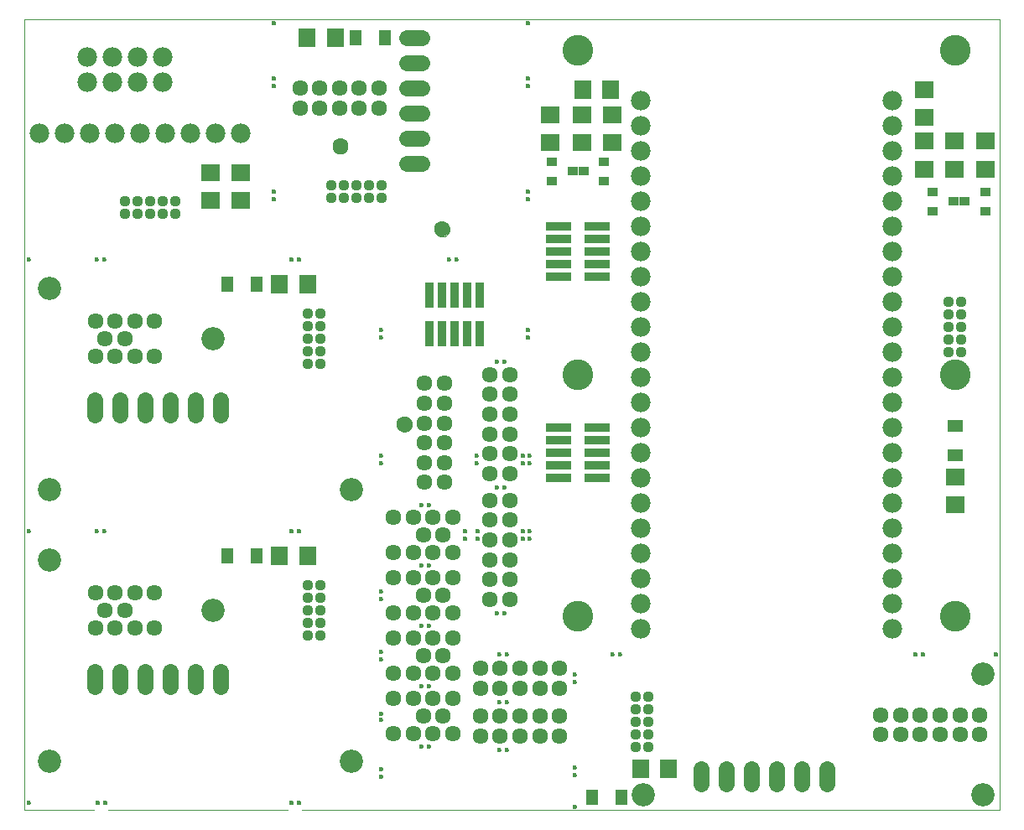
<source format=gts>
G75*
%MOIN*%
%OFA0B0*%
%FSLAX25Y25*%
%IPPOS*%
%LPD*%
%AMOC8*
5,1,8,0,0,1.08239X$1,22.5*
%
%ADD10C,0.00000*%
%ADD11C,0.06306*%
%ADD12C,0.01778*%
%ADD13R,0.05124X0.05912*%
%ADD14C,0.04400*%
%ADD15C,0.06337*%
%ADD16C,0.06400*%
%ADD17R,0.06699X0.07498*%
%ADD18R,0.03392X0.09849*%
%ADD19C,0.07800*%
%ADD20R,0.03943X0.03550*%
%ADD21R,0.07498X0.06699*%
%ADD22R,0.09849X0.03392*%
%ADD23R,0.05912X0.05124*%
%ADD24R,0.07487X0.06699*%
%ADD25C,0.09258*%
%ADD26C,0.12211*%
D10*
X0003550Y0003550D02*
X0031294Y0003550D01*
X0031861Y0006550D02*
X0031863Y0006602D01*
X0031869Y0006654D01*
X0031879Y0006705D01*
X0031892Y0006755D01*
X0031910Y0006805D01*
X0031931Y0006852D01*
X0031955Y0006898D01*
X0031984Y0006942D01*
X0032015Y0006984D01*
X0032049Y0007023D01*
X0032086Y0007060D01*
X0032126Y0007093D01*
X0032169Y0007124D01*
X0032213Y0007151D01*
X0032259Y0007175D01*
X0032308Y0007195D01*
X0032357Y0007211D01*
X0032408Y0007224D01*
X0032459Y0007233D01*
X0032511Y0007238D01*
X0032563Y0007239D01*
X0032615Y0007236D01*
X0032667Y0007229D01*
X0032718Y0007218D01*
X0032768Y0007204D01*
X0032817Y0007185D01*
X0032864Y0007163D01*
X0032909Y0007138D01*
X0032953Y0007109D01*
X0032994Y0007077D01*
X0033033Y0007042D01*
X0033068Y0007004D01*
X0033101Y0006963D01*
X0033131Y0006921D01*
X0033157Y0006876D01*
X0033180Y0006829D01*
X0033199Y0006780D01*
X0033215Y0006730D01*
X0033227Y0006680D01*
X0033235Y0006628D01*
X0033239Y0006576D01*
X0033239Y0006524D01*
X0033235Y0006472D01*
X0033227Y0006420D01*
X0033215Y0006370D01*
X0033199Y0006320D01*
X0033180Y0006271D01*
X0033157Y0006224D01*
X0033131Y0006179D01*
X0033101Y0006137D01*
X0033068Y0006096D01*
X0033033Y0006058D01*
X0032994Y0006023D01*
X0032953Y0005991D01*
X0032909Y0005962D01*
X0032864Y0005937D01*
X0032817Y0005915D01*
X0032768Y0005896D01*
X0032718Y0005882D01*
X0032667Y0005871D01*
X0032615Y0005864D01*
X0032563Y0005861D01*
X0032511Y0005862D01*
X0032459Y0005867D01*
X0032408Y0005876D01*
X0032357Y0005889D01*
X0032308Y0005905D01*
X0032259Y0005925D01*
X0032213Y0005949D01*
X0032169Y0005976D01*
X0032126Y0006007D01*
X0032086Y0006040D01*
X0032049Y0006077D01*
X0032015Y0006116D01*
X0031984Y0006158D01*
X0031955Y0006202D01*
X0031931Y0006248D01*
X0031910Y0006295D01*
X0031892Y0006345D01*
X0031879Y0006395D01*
X0031869Y0006446D01*
X0031863Y0006498D01*
X0031861Y0006550D01*
X0034861Y0006550D02*
X0034863Y0006602D01*
X0034869Y0006654D01*
X0034879Y0006705D01*
X0034892Y0006755D01*
X0034910Y0006805D01*
X0034931Y0006852D01*
X0034955Y0006898D01*
X0034984Y0006942D01*
X0035015Y0006984D01*
X0035049Y0007023D01*
X0035086Y0007060D01*
X0035126Y0007093D01*
X0035169Y0007124D01*
X0035213Y0007151D01*
X0035259Y0007175D01*
X0035308Y0007195D01*
X0035357Y0007211D01*
X0035408Y0007224D01*
X0035459Y0007233D01*
X0035511Y0007238D01*
X0035563Y0007239D01*
X0035615Y0007236D01*
X0035667Y0007229D01*
X0035718Y0007218D01*
X0035768Y0007204D01*
X0035817Y0007185D01*
X0035864Y0007163D01*
X0035909Y0007138D01*
X0035953Y0007109D01*
X0035994Y0007077D01*
X0036033Y0007042D01*
X0036068Y0007004D01*
X0036101Y0006963D01*
X0036131Y0006921D01*
X0036157Y0006876D01*
X0036180Y0006829D01*
X0036199Y0006780D01*
X0036215Y0006730D01*
X0036227Y0006680D01*
X0036235Y0006628D01*
X0036239Y0006576D01*
X0036239Y0006524D01*
X0036235Y0006472D01*
X0036227Y0006420D01*
X0036215Y0006370D01*
X0036199Y0006320D01*
X0036180Y0006271D01*
X0036157Y0006224D01*
X0036131Y0006179D01*
X0036101Y0006137D01*
X0036068Y0006096D01*
X0036033Y0006058D01*
X0035994Y0006023D01*
X0035953Y0005991D01*
X0035909Y0005962D01*
X0035864Y0005937D01*
X0035817Y0005915D01*
X0035768Y0005896D01*
X0035718Y0005882D01*
X0035667Y0005871D01*
X0035615Y0005864D01*
X0035563Y0005861D01*
X0035511Y0005862D01*
X0035459Y0005867D01*
X0035408Y0005876D01*
X0035357Y0005889D01*
X0035308Y0005905D01*
X0035259Y0005925D01*
X0035213Y0005949D01*
X0035169Y0005976D01*
X0035126Y0006007D01*
X0035086Y0006040D01*
X0035049Y0006077D01*
X0035015Y0006116D01*
X0034984Y0006158D01*
X0034955Y0006202D01*
X0034931Y0006248D01*
X0034910Y0006295D01*
X0034892Y0006345D01*
X0034879Y0006395D01*
X0034869Y0006446D01*
X0034863Y0006498D01*
X0034861Y0006550D01*
X0036806Y0003550D02*
X0108294Y0003550D01*
X0108861Y0006550D02*
X0108863Y0006602D01*
X0108869Y0006654D01*
X0108879Y0006705D01*
X0108892Y0006755D01*
X0108910Y0006805D01*
X0108931Y0006852D01*
X0108955Y0006898D01*
X0108984Y0006942D01*
X0109015Y0006984D01*
X0109049Y0007023D01*
X0109086Y0007060D01*
X0109126Y0007093D01*
X0109169Y0007124D01*
X0109213Y0007151D01*
X0109259Y0007175D01*
X0109308Y0007195D01*
X0109357Y0007211D01*
X0109408Y0007224D01*
X0109459Y0007233D01*
X0109511Y0007238D01*
X0109563Y0007239D01*
X0109615Y0007236D01*
X0109667Y0007229D01*
X0109718Y0007218D01*
X0109768Y0007204D01*
X0109817Y0007185D01*
X0109864Y0007163D01*
X0109909Y0007138D01*
X0109953Y0007109D01*
X0109994Y0007077D01*
X0110033Y0007042D01*
X0110068Y0007004D01*
X0110101Y0006963D01*
X0110131Y0006921D01*
X0110157Y0006876D01*
X0110180Y0006829D01*
X0110199Y0006780D01*
X0110215Y0006730D01*
X0110227Y0006680D01*
X0110235Y0006628D01*
X0110239Y0006576D01*
X0110239Y0006524D01*
X0110235Y0006472D01*
X0110227Y0006420D01*
X0110215Y0006370D01*
X0110199Y0006320D01*
X0110180Y0006271D01*
X0110157Y0006224D01*
X0110131Y0006179D01*
X0110101Y0006137D01*
X0110068Y0006096D01*
X0110033Y0006058D01*
X0109994Y0006023D01*
X0109953Y0005991D01*
X0109909Y0005962D01*
X0109864Y0005937D01*
X0109817Y0005915D01*
X0109768Y0005896D01*
X0109718Y0005882D01*
X0109667Y0005871D01*
X0109615Y0005864D01*
X0109563Y0005861D01*
X0109511Y0005862D01*
X0109459Y0005867D01*
X0109408Y0005876D01*
X0109357Y0005889D01*
X0109308Y0005905D01*
X0109259Y0005925D01*
X0109213Y0005949D01*
X0109169Y0005976D01*
X0109126Y0006007D01*
X0109086Y0006040D01*
X0109049Y0006077D01*
X0109015Y0006116D01*
X0108984Y0006158D01*
X0108955Y0006202D01*
X0108931Y0006248D01*
X0108910Y0006295D01*
X0108892Y0006345D01*
X0108879Y0006395D01*
X0108869Y0006446D01*
X0108863Y0006498D01*
X0108861Y0006550D01*
X0111861Y0006550D02*
X0111863Y0006602D01*
X0111869Y0006654D01*
X0111879Y0006705D01*
X0111892Y0006755D01*
X0111910Y0006805D01*
X0111931Y0006852D01*
X0111955Y0006898D01*
X0111984Y0006942D01*
X0112015Y0006984D01*
X0112049Y0007023D01*
X0112086Y0007060D01*
X0112126Y0007093D01*
X0112169Y0007124D01*
X0112213Y0007151D01*
X0112259Y0007175D01*
X0112308Y0007195D01*
X0112357Y0007211D01*
X0112408Y0007224D01*
X0112459Y0007233D01*
X0112511Y0007238D01*
X0112563Y0007239D01*
X0112615Y0007236D01*
X0112667Y0007229D01*
X0112718Y0007218D01*
X0112768Y0007204D01*
X0112817Y0007185D01*
X0112864Y0007163D01*
X0112909Y0007138D01*
X0112953Y0007109D01*
X0112994Y0007077D01*
X0113033Y0007042D01*
X0113068Y0007004D01*
X0113101Y0006963D01*
X0113131Y0006921D01*
X0113157Y0006876D01*
X0113180Y0006829D01*
X0113199Y0006780D01*
X0113215Y0006730D01*
X0113227Y0006680D01*
X0113235Y0006628D01*
X0113239Y0006576D01*
X0113239Y0006524D01*
X0113235Y0006472D01*
X0113227Y0006420D01*
X0113215Y0006370D01*
X0113199Y0006320D01*
X0113180Y0006271D01*
X0113157Y0006224D01*
X0113131Y0006179D01*
X0113101Y0006137D01*
X0113068Y0006096D01*
X0113033Y0006058D01*
X0112994Y0006023D01*
X0112953Y0005991D01*
X0112909Y0005962D01*
X0112864Y0005937D01*
X0112817Y0005915D01*
X0112768Y0005896D01*
X0112718Y0005882D01*
X0112667Y0005871D01*
X0112615Y0005864D01*
X0112563Y0005861D01*
X0112511Y0005862D01*
X0112459Y0005867D01*
X0112408Y0005876D01*
X0112357Y0005889D01*
X0112308Y0005905D01*
X0112259Y0005925D01*
X0112213Y0005949D01*
X0112169Y0005976D01*
X0112126Y0006007D01*
X0112086Y0006040D01*
X0112049Y0006077D01*
X0112015Y0006116D01*
X0111984Y0006158D01*
X0111955Y0006202D01*
X0111931Y0006248D01*
X0111910Y0006295D01*
X0111892Y0006345D01*
X0111879Y0006395D01*
X0111869Y0006446D01*
X0111863Y0006498D01*
X0111861Y0006550D01*
X0113806Y0003550D02*
X0391251Y0003550D01*
X0391251Y0318011D01*
X0003550Y0318011D01*
X0003550Y0003550D01*
X0004361Y0006550D02*
X0004363Y0006602D01*
X0004369Y0006654D01*
X0004379Y0006705D01*
X0004392Y0006755D01*
X0004410Y0006805D01*
X0004431Y0006852D01*
X0004455Y0006898D01*
X0004484Y0006942D01*
X0004515Y0006984D01*
X0004549Y0007023D01*
X0004586Y0007060D01*
X0004626Y0007093D01*
X0004669Y0007124D01*
X0004713Y0007151D01*
X0004759Y0007175D01*
X0004808Y0007195D01*
X0004857Y0007211D01*
X0004908Y0007224D01*
X0004959Y0007233D01*
X0005011Y0007238D01*
X0005063Y0007239D01*
X0005115Y0007236D01*
X0005167Y0007229D01*
X0005218Y0007218D01*
X0005268Y0007204D01*
X0005317Y0007185D01*
X0005364Y0007163D01*
X0005409Y0007138D01*
X0005453Y0007109D01*
X0005494Y0007077D01*
X0005533Y0007042D01*
X0005568Y0007004D01*
X0005601Y0006963D01*
X0005631Y0006921D01*
X0005657Y0006876D01*
X0005680Y0006829D01*
X0005699Y0006780D01*
X0005715Y0006730D01*
X0005727Y0006680D01*
X0005735Y0006628D01*
X0005739Y0006576D01*
X0005739Y0006524D01*
X0005735Y0006472D01*
X0005727Y0006420D01*
X0005715Y0006370D01*
X0005699Y0006320D01*
X0005680Y0006271D01*
X0005657Y0006224D01*
X0005631Y0006179D01*
X0005601Y0006137D01*
X0005568Y0006096D01*
X0005533Y0006058D01*
X0005494Y0006023D01*
X0005453Y0005991D01*
X0005409Y0005962D01*
X0005364Y0005937D01*
X0005317Y0005915D01*
X0005268Y0005896D01*
X0005218Y0005882D01*
X0005167Y0005871D01*
X0005115Y0005864D01*
X0005063Y0005861D01*
X0005011Y0005862D01*
X0004959Y0005867D01*
X0004908Y0005876D01*
X0004857Y0005889D01*
X0004808Y0005905D01*
X0004759Y0005925D01*
X0004713Y0005949D01*
X0004669Y0005976D01*
X0004626Y0006007D01*
X0004586Y0006040D01*
X0004549Y0006077D01*
X0004515Y0006116D01*
X0004484Y0006158D01*
X0004455Y0006202D01*
X0004431Y0006248D01*
X0004410Y0006295D01*
X0004392Y0006345D01*
X0004379Y0006395D01*
X0004369Y0006446D01*
X0004363Y0006498D01*
X0004361Y0006550D01*
X0004361Y0114550D02*
X0004363Y0114602D01*
X0004369Y0114654D01*
X0004379Y0114705D01*
X0004392Y0114755D01*
X0004410Y0114805D01*
X0004431Y0114852D01*
X0004455Y0114898D01*
X0004484Y0114942D01*
X0004515Y0114984D01*
X0004549Y0115023D01*
X0004586Y0115060D01*
X0004626Y0115093D01*
X0004669Y0115124D01*
X0004713Y0115151D01*
X0004759Y0115175D01*
X0004808Y0115195D01*
X0004857Y0115211D01*
X0004908Y0115224D01*
X0004959Y0115233D01*
X0005011Y0115238D01*
X0005063Y0115239D01*
X0005115Y0115236D01*
X0005167Y0115229D01*
X0005218Y0115218D01*
X0005268Y0115204D01*
X0005317Y0115185D01*
X0005364Y0115163D01*
X0005409Y0115138D01*
X0005453Y0115109D01*
X0005494Y0115077D01*
X0005533Y0115042D01*
X0005568Y0115004D01*
X0005601Y0114963D01*
X0005631Y0114921D01*
X0005657Y0114876D01*
X0005680Y0114829D01*
X0005699Y0114780D01*
X0005715Y0114730D01*
X0005727Y0114680D01*
X0005735Y0114628D01*
X0005739Y0114576D01*
X0005739Y0114524D01*
X0005735Y0114472D01*
X0005727Y0114420D01*
X0005715Y0114370D01*
X0005699Y0114320D01*
X0005680Y0114271D01*
X0005657Y0114224D01*
X0005631Y0114179D01*
X0005601Y0114137D01*
X0005568Y0114096D01*
X0005533Y0114058D01*
X0005494Y0114023D01*
X0005453Y0113991D01*
X0005409Y0113962D01*
X0005364Y0113937D01*
X0005317Y0113915D01*
X0005268Y0113896D01*
X0005218Y0113882D01*
X0005167Y0113871D01*
X0005115Y0113864D01*
X0005063Y0113861D01*
X0005011Y0113862D01*
X0004959Y0113867D01*
X0004908Y0113876D01*
X0004857Y0113889D01*
X0004808Y0113905D01*
X0004759Y0113925D01*
X0004713Y0113949D01*
X0004669Y0113976D01*
X0004626Y0114007D01*
X0004586Y0114040D01*
X0004549Y0114077D01*
X0004515Y0114116D01*
X0004484Y0114158D01*
X0004455Y0114202D01*
X0004431Y0114248D01*
X0004410Y0114295D01*
X0004392Y0114345D01*
X0004379Y0114395D01*
X0004369Y0114446D01*
X0004363Y0114498D01*
X0004361Y0114550D01*
X0031361Y0114550D02*
X0031363Y0114602D01*
X0031369Y0114654D01*
X0031379Y0114705D01*
X0031392Y0114755D01*
X0031410Y0114805D01*
X0031431Y0114852D01*
X0031455Y0114898D01*
X0031484Y0114942D01*
X0031515Y0114984D01*
X0031549Y0115023D01*
X0031586Y0115060D01*
X0031626Y0115093D01*
X0031669Y0115124D01*
X0031713Y0115151D01*
X0031759Y0115175D01*
X0031808Y0115195D01*
X0031857Y0115211D01*
X0031908Y0115224D01*
X0031959Y0115233D01*
X0032011Y0115238D01*
X0032063Y0115239D01*
X0032115Y0115236D01*
X0032167Y0115229D01*
X0032218Y0115218D01*
X0032268Y0115204D01*
X0032317Y0115185D01*
X0032364Y0115163D01*
X0032409Y0115138D01*
X0032453Y0115109D01*
X0032494Y0115077D01*
X0032533Y0115042D01*
X0032568Y0115004D01*
X0032601Y0114963D01*
X0032631Y0114921D01*
X0032657Y0114876D01*
X0032680Y0114829D01*
X0032699Y0114780D01*
X0032715Y0114730D01*
X0032727Y0114680D01*
X0032735Y0114628D01*
X0032739Y0114576D01*
X0032739Y0114524D01*
X0032735Y0114472D01*
X0032727Y0114420D01*
X0032715Y0114370D01*
X0032699Y0114320D01*
X0032680Y0114271D01*
X0032657Y0114224D01*
X0032631Y0114179D01*
X0032601Y0114137D01*
X0032568Y0114096D01*
X0032533Y0114058D01*
X0032494Y0114023D01*
X0032453Y0113991D01*
X0032409Y0113962D01*
X0032364Y0113937D01*
X0032317Y0113915D01*
X0032268Y0113896D01*
X0032218Y0113882D01*
X0032167Y0113871D01*
X0032115Y0113864D01*
X0032063Y0113861D01*
X0032011Y0113862D01*
X0031959Y0113867D01*
X0031908Y0113876D01*
X0031857Y0113889D01*
X0031808Y0113905D01*
X0031759Y0113925D01*
X0031713Y0113949D01*
X0031669Y0113976D01*
X0031626Y0114007D01*
X0031586Y0114040D01*
X0031549Y0114077D01*
X0031515Y0114116D01*
X0031484Y0114158D01*
X0031455Y0114202D01*
X0031431Y0114248D01*
X0031410Y0114295D01*
X0031392Y0114345D01*
X0031379Y0114395D01*
X0031369Y0114446D01*
X0031363Y0114498D01*
X0031361Y0114550D01*
X0034361Y0114550D02*
X0034363Y0114602D01*
X0034369Y0114654D01*
X0034379Y0114705D01*
X0034392Y0114755D01*
X0034410Y0114805D01*
X0034431Y0114852D01*
X0034455Y0114898D01*
X0034484Y0114942D01*
X0034515Y0114984D01*
X0034549Y0115023D01*
X0034586Y0115060D01*
X0034626Y0115093D01*
X0034669Y0115124D01*
X0034713Y0115151D01*
X0034759Y0115175D01*
X0034808Y0115195D01*
X0034857Y0115211D01*
X0034908Y0115224D01*
X0034959Y0115233D01*
X0035011Y0115238D01*
X0035063Y0115239D01*
X0035115Y0115236D01*
X0035167Y0115229D01*
X0035218Y0115218D01*
X0035268Y0115204D01*
X0035317Y0115185D01*
X0035364Y0115163D01*
X0035409Y0115138D01*
X0035453Y0115109D01*
X0035494Y0115077D01*
X0035533Y0115042D01*
X0035568Y0115004D01*
X0035601Y0114963D01*
X0035631Y0114921D01*
X0035657Y0114876D01*
X0035680Y0114829D01*
X0035699Y0114780D01*
X0035715Y0114730D01*
X0035727Y0114680D01*
X0035735Y0114628D01*
X0035739Y0114576D01*
X0035739Y0114524D01*
X0035735Y0114472D01*
X0035727Y0114420D01*
X0035715Y0114370D01*
X0035699Y0114320D01*
X0035680Y0114271D01*
X0035657Y0114224D01*
X0035631Y0114179D01*
X0035601Y0114137D01*
X0035568Y0114096D01*
X0035533Y0114058D01*
X0035494Y0114023D01*
X0035453Y0113991D01*
X0035409Y0113962D01*
X0035364Y0113937D01*
X0035317Y0113915D01*
X0035268Y0113896D01*
X0035218Y0113882D01*
X0035167Y0113871D01*
X0035115Y0113864D01*
X0035063Y0113861D01*
X0035011Y0113862D01*
X0034959Y0113867D01*
X0034908Y0113876D01*
X0034857Y0113889D01*
X0034808Y0113905D01*
X0034759Y0113925D01*
X0034713Y0113949D01*
X0034669Y0113976D01*
X0034626Y0114007D01*
X0034586Y0114040D01*
X0034549Y0114077D01*
X0034515Y0114116D01*
X0034484Y0114158D01*
X0034455Y0114202D01*
X0034431Y0114248D01*
X0034410Y0114295D01*
X0034392Y0114345D01*
X0034379Y0114395D01*
X0034369Y0114446D01*
X0034363Y0114498D01*
X0034361Y0114550D01*
X0108861Y0114550D02*
X0108863Y0114602D01*
X0108869Y0114654D01*
X0108879Y0114705D01*
X0108892Y0114755D01*
X0108910Y0114805D01*
X0108931Y0114852D01*
X0108955Y0114898D01*
X0108984Y0114942D01*
X0109015Y0114984D01*
X0109049Y0115023D01*
X0109086Y0115060D01*
X0109126Y0115093D01*
X0109169Y0115124D01*
X0109213Y0115151D01*
X0109259Y0115175D01*
X0109308Y0115195D01*
X0109357Y0115211D01*
X0109408Y0115224D01*
X0109459Y0115233D01*
X0109511Y0115238D01*
X0109563Y0115239D01*
X0109615Y0115236D01*
X0109667Y0115229D01*
X0109718Y0115218D01*
X0109768Y0115204D01*
X0109817Y0115185D01*
X0109864Y0115163D01*
X0109909Y0115138D01*
X0109953Y0115109D01*
X0109994Y0115077D01*
X0110033Y0115042D01*
X0110068Y0115004D01*
X0110101Y0114963D01*
X0110131Y0114921D01*
X0110157Y0114876D01*
X0110180Y0114829D01*
X0110199Y0114780D01*
X0110215Y0114730D01*
X0110227Y0114680D01*
X0110235Y0114628D01*
X0110239Y0114576D01*
X0110239Y0114524D01*
X0110235Y0114472D01*
X0110227Y0114420D01*
X0110215Y0114370D01*
X0110199Y0114320D01*
X0110180Y0114271D01*
X0110157Y0114224D01*
X0110131Y0114179D01*
X0110101Y0114137D01*
X0110068Y0114096D01*
X0110033Y0114058D01*
X0109994Y0114023D01*
X0109953Y0113991D01*
X0109909Y0113962D01*
X0109864Y0113937D01*
X0109817Y0113915D01*
X0109768Y0113896D01*
X0109718Y0113882D01*
X0109667Y0113871D01*
X0109615Y0113864D01*
X0109563Y0113861D01*
X0109511Y0113862D01*
X0109459Y0113867D01*
X0109408Y0113876D01*
X0109357Y0113889D01*
X0109308Y0113905D01*
X0109259Y0113925D01*
X0109213Y0113949D01*
X0109169Y0113976D01*
X0109126Y0114007D01*
X0109086Y0114040D01*
X0109049Y0114077D01*
X0109015Y0114116D01*
X0108984Y0114158D01*
X0108955Y0114202D01*
X0108931Y0114248D01*
X0108910Y0114295D01*
X0108892Y0114345D01*
X0108879Y0114395D01*
X0108869Y0114446D01*
X0108863Y0114498D01*
X0108861Y0114550D01*
X0111861Y0114550D02*
X0111863Y0114602D01*
X0111869Y0114654D01*
X0111879Y0114705D01*
X0111892Y0114755D01*
X0111910Y0114805D01*
X0111931Y0114852D01*
X0111955Y0114898D01*
X0111984Y0114942D01*
X0112015Y0114984D01*
X0112049Y0115023D01*
X0112086Y0115060D01*
X0112126Y0115093D01*
X0112169Y0115124D01*
X0112213Y0115151D01*
X0112259Y0115175D01*
X0112308Y0115195D01*
X0112357Y0115211D01*
X0112408Y0115224D01*
X0112459Y0115233D01*
X0112511Y0115238D01*
X0112563Y0115239D01*
X0112615Y0115236D01*
X0112667Y0115229D01*
X0112718Y0115218D01*
X0112768Y0115204D01*
X0112817Y0115185D01*
X0112864Y0115163D01*
X0112909Y0115138D01*
X0112953Y0115109D01*
X0112994Y0115077D01*
X0113033Y0115042D01*
X0113068Y0115004D01*
X0113101Y0114963D01*
X0113131Y0114921D01*
X0113157Y0114876D01*
X0113180Y0114829D01*
X0113199Y0114780D01*
X0113215Y0114730D01*
X0113227Y0114680D01*
X0113235Y0114628D01*
X0113239Y0114576D01*
X0113239Y0114524D01*
X0113235Y0114472D01*
X0113227Y0114420D01*
X0113215Y0114370D01*
X0113199Y0114320D01*
X0113180Y0114271D01*
X0113157Y0114224D01*
X0113131Y0114179D01*
X0113101Y0114137D01*
X0113068Y0114096D01*
X0113033Y0114058D01*
X0112994Y0114023D01*
X0112953Y0113991D01*
X0112909Y0113962D01*
X0112864Y0113937D01*
X0112817Y0113915D01*
X0112768Y0113896D01*
X0112718Y0113882D01*
X0112667Y0113871D01*
X0112615Y0113864D01*
X0112563Y0113861D01*
X0112511Y0113862D01*
X0112459Y0113867D01*
X0112408Y0113876D01*
X0112357Y0113889D01*
X0112308Y0113905D01*
X0112259Y0113925D01*
X0112213Y0113949D01*
X0112169Y0113976D01*
X0112126Y0114007D01*
X0112086Y0114040D01*
X0112049Y0114077D01*
X0112015Y0114116D01*
X0111984Y0114158D01*
X0111955Y0114202D01*
X0111931Y0114248D01*
X0111910Y0114295D01*
X0111892Y0114345D01*
X0111879Y0114395D01*
X0111869Y0114446D01*
X0111863Y0114498D01*
X0111861Y0114550D01*
X0144361Y0090550D02*
X0144363Y0090602D01*
X0144369Y0090654D01*
X0144379Y0090705D01*
X0144392Y0090755D01*
X0144410Y0090805D01*
X0144431Y0090852D01*
X0144455Y0090898D01*
X0144484Y0090942D01*
X0144515Y0090984D01*
X0144549Y0091023D01*
X0144586Y0091060D01*
X0144626Y0091093D01*
X0144669Y0091124D01*
X0144713Y0091151D01*
X0144759Y0091175D01*
X0144808Y0091195D01*
X0144857Y0091211D01*
X0144908Y0091224D01*
X0144959Y0091233D01*
X0145011Y0091238D01*
X0145063Y0091239D01*
X0145115Y0091236D01*
X0145167Y0091229D01*
X0145218Y0091218D01*
X0145268Y0091204D01*
X0145317Y0091185D01*
X0145364Y0091163D01*
X0145409Y0091138D01*
X0145453Y0091109D01*
X0145494Y0091077D01*
X0145533Y0091042D01*
X0145568Y0091004D01*
X0145601Y0090963D01*
X0145631Y0090921D01*
X0145657Y0090876D01*
X0145680Y0090829D01*
X0145699Y0090780D01*
X0145715Y0090730D01*
X0145727Y0090680D01*
X0145735Y0090628D01*
X0145739Y0090576D01*
X0145739Y0090524D01*
X0145735Y0090472D01*
X0145727Y0090420D01*
X0145715Y0090370D01*
X0145699Y0090320D01*
X0145680Y0090271D01*
X0145657Y0090224D01*
X0145631Y0090179D01*
X0145601Y0090137D01*
X0145568Y0090096D01*
X0145533Y0090058D01*
X0145494Y0090023D01*
X0145453Y0089991D01*
X0145409Y0089962D01*
X0145364Y0089937D01*
X0145317Y0089915D01*
X0145268Y0089896D01*
X0145218Y0089882D01*
X0145167Y0089871D01*
X0145115Y0089864D01*
X0145063Y0089861D01*
X0145011Y0089862D01*
X0144959Y0089867D01*
X0144908Y0089876D01*
X0144857Y0089889D01*
X0144808Y0089905D01*
X0144759Y0089925D01*
X0144713Y0089949D01*
X0144669Y0089976D01*
X0144626Y0090007D01*
X0144586Y0090040D01*
X0144549Y0090077D01*
X0144515Y0090116D01*
X0144484Y0090158D01*
X0144455Y0090202D01*
X0144431Y0090248D01*
X0144410Y0090295D01*
X0144392Y0090345D01*
X0144379Y0090395D01*
X0144369Y0090446D01*
X0144363Y0090498D01*
X0144361Y0090550D01*
X0144361Y0087550D02*
X0144363Y0087602D01*
X0144369Y0087654D01*
X0144379Y0087705D01*
X0144392Y0087755D01*
X0144410Y0087805D01*
X0144431Y0087852D01*
X0144455Y0087898D01*
X0144484Y0087942D01*
X0144515Y0087984D01*
X0144549Y0088023D01*
X0144586Y0088060D01*
X0144626Y0088093D01*
X0144669Y0088124D01*
X0144713Y0088151D01*
X0144759Y0088175D01*
X0144808Y0088195D01*
X0144857Y0088211D01*
X0144908Y0088224D01*
X0144959Y0088233D01*
X0145011Y0088238D01*
X0145063Y0088239D01*
X0145115Y0088236D01*
X0145167Y0088229D01*
X0145218Y0088218D01*
X0145268Y0088204D01*
X0145317Y0088185D01*
X0145364Y0088163D01*
X0145409Y0088138D01*
X0145453Y0088109D01*
X0145494Y0088077D01*
X0145533Y0088042D01*
X0145568Y0088004D01*
X0145601Y0087963D01*
X0145631Y0087921D01*
X0145657Y0087876D01*
X0145680Y0087829D01*
X0145699Y0087780D01*
X0145715Y0087730D01*
X0145727Y0087680D01*
X0145735Y0087628D01*
X0145739Y0087576D01*
X0145739Y0087524D01*
X0145735Y0087472D01*
X0145727Y0087420D01*
X0145715Y0087370D01*
X0145699Y0087320D01*
X0145680Y0087271D01*
X0145657Y0087224D01*
X0145631Y0087179D01*
X0145601Y0087137D01*
X0145568Y0087096D01*
X0145533Y0087058D01*
X0145494Y0087023D01*
X0145453Y0086991D01*
X0145409Y0086962D01*
X0145364Y0086937D01*
X0145317Y0086915D01*
X0145268Y0086896D01*
X0145218Y0086882D01*
X0145167Y0086871D01*
X0145115Y0086864D01*
X0145063Y0086861D01*
X0145011Y0086862D01*
X0144959Y0086867D01*
X0144908Y0086876D01*
X0144857Y0086889D01*
X0144808Y0086905D01*
X0144759Y0086925D01*
X0144713Y0086949D01*
X0144669Y0086976D01*
X0144626Y0087007D01*
X0144586Y0087040D01*
X0144549Y0087077D01*
X0144515Y0087116D01*
X0144484Y0087158D01*
X0144455Y0087202D01*
X0144431Y0087248D01*
X0144410Y0087295D01*
X0144392Y0087345D01*
X0144379Y0087395D01*
X0144369Y0087446D01*
X0144363Y0087498D01*
X0144361Y0087550D01*
X0160361Y0077050D02*
X0160363Y0077102D01*
X0160369Y0077154D01*
X0160379Y0077205D01*
X0160392Y0077255D01*
X0160410Y0077305D01*
X0160431Y0077352D01*
X0160455Y0077398D01*
X0160484Y0077442D01*
X0160515Y0077484D01*
X0160549Y0077523D01*
X0160586Y0077560D01*
X0160626Y0077593D01*
X0160669Y0077624D01*
X0160713Y0077651D01*
X0160759Y0077675D01*
X0160808Y0077695D01*
X0160857Y0077711D01*
X0160908Y0077724D01*
X0160959Y0077733D01*
X0161011Y0077738D01*
X0161063Y0077739D01*
X0161115Y0077736D01*
X0161167Y0077729D01*
X0161218Y0077718D01*
X0161268Y0077704D01*
X0161317Y0077685D01*
X0161364Y0077663D01*
X0161409Y0077638D01*
X0161453Y0077609D01*
X0161494Y0077577D01*
X0161533Y0077542D01*
X0161568Y0077504D01*
X0161601Y0077463D01*
X0161631Y0077421D01*
X0161657Y0077376D01*
X0161680Y0077329D01*
X0161699Y0077280D01*
X0161715Y0077230D01*
X0161727Y0077180D01*
X0161735Y0077128D01*
X0161739Y0077076D01*
X0161739Y0077024D01*
X0161735Y0076972D01*
X0161727Y0076920D01*
X0161715Y0076870D01*
X0161699Y0076820D01*
X0161680Y0076771D01*
X0161657Y0076724D01*
X0161631Y0076679D01*
X0161601Y0076637D01*
X0161568Y0076596D01*
X0161533Y0076558D01*
X0161494Y0076523D01*
X0161453Y0076491D01*
X0161409Y0076462D01*
X0161364Y0076437D01*
X0161317Y0076415D01*
X0161268Y0076396D01*
X0161218Y0076382D01*
X0161167Y0076371D01*
X0161115Y0076364D01*
X0161063Y0076361D01*
X0161011Y0076362D01*
X0160959Y0076367D01*
X0160908Y0076376D01*
X0160857Y0076389D01*
X0160808Y0076405D01*
X0160759Y0076425D01*
X0160713Y0076449D01*
X0160669Y0076476D01*
X0160626Y0076507D01*
X0160586Y0076540D01*
X0160549Y0076577D01*
X0160515Y0076616D01*
X0160484Y0076658D01*
X0160455Y0076702D01*
X0160431Y0076748D01*
X0160410Y0076795D01*
X0160392Y0076845D01*
X0160379Y0076895D01*
X0160369Y0076946D01*
X0160363Y0076998D01*
X0160361Y0077050D01*
X0163361Y0077050D02*
X0163363Y0077102D01*
X0163369Y0077154D01*
X0163379Y0077205D01*
X0163392Y0077255D01*
X0163410Y0077305D01*
X0163431Y0077352D01*
X0163455Y0077398D01*
X0163484Y0077442D01*
X0163515Y0077484D01*
X0163549Y0077523D01*
X0163586Y0077560D01*
X0163626Y0077593D01*
X0163669Y0077624D01*
X0163713Y0077651D01*
X0163759Y0077675D01*
X0163808Y0077695D01*
X0163857Y0077711D01*
X0163908Y0077724D01*
X0163959Y0077733D01*
X0164011Y0077738D01*
X0164063Y0077739D01*
X0164115Y0077736D01*
X0164167Y0077729D01*
X0164218Y0077718D01*
X0164268Y0077704D01*
X0164317Y0077685D01*
X0164364Y0077663D01*
X0164409Y0077638D01*
X0164453Y0077609D01*
X0164494Y0077577D01*
X0164533Y0077542D01*
X0164568Y0077504D01*
X0164601Y0077463D01*
X0164631Y0077421D01*
X0164657Y0077376D01*
X0164680Y0077329D01*
X0164699Y0077280D01*
X0164715Y0077230D01*
X0164727Y0077180D01*
X0164735Y0077128D01*
X0164739Y0077076D01*
X0164739Y0077024D01*
X0164735Y0076972D01*
X0164727Y0076920D01*
X0164715Y0076870D01*
X0164699Y0076820D01*
X0164680Y0076771D01*
X0164657Y0076724D01*
X0164631Y0076679D01*
X0164601Y0076637D01*
X0164568Y0076596D01*
X0164533Y0076558D01*
X0164494Y0076523D01*
X0164453Y0076491D01*
X0164409Y0076462D01*
X0164364Y0076437D01*
X0164317Y0076415D01*
X0164268Y0076396D01*
X0164218Y0076382D01*
X0164167Y0076371D01*
X0164115Y0076364D01*
X0164063Y0076361D01*
X0164011Y0076362D01*
X0163959Y0076367D01*
X0163908Y0076376D01*
X0163857Y0076389D01*
X0163808Y0076405D01*
X0163759Y0076425D01*
X0163713Y0076449D01*
X0163669Y0076476D01*
X0163626Y0076507D01*
X0163586Y0076540D01*
X0163549Y0076577D01*
X0163515Y0076616D01*
X0163484Y0076658D01*
X0163455Y0076702D01*
X0163431Y0076748D01*
X0163410Y0076795D01*
X0163392Y0076845D01*
X0163379Y0076895D01*
X0163369Y0076946D01*
X0163363Y0076998D01*
X0163361Y0077050D01*
X0144361Y0066550D02*
X0144363Y0066602D01*
X0144369Y0066654D01*
X0144379Y0066705D01*
X0144392Y0066755D01*
X0144410Y0066805D01*
X0144431Y0066852D01*
X0144455Y0066898D01*
X0144484Y0066942D01*
X0144515Y0066984D01*
X0144549Y0067023D01*
X0144586Y0067060D01*
X0144626Y0067093D01*
X0144669Y0067124D01*
X0144713Y0067151D01*
X0144759Y0067175D01*
X0144808Y0067195D01*
X0144857Y0067211D01*
X0144908Y0067224D01*
X0144959Y0067233D01*
X0145011Y0067238D01*
X0145063Y0067239D01*
X0145115Y0067236D01*
X0145167Y0067229D01*
X0145218Y0067218D01*
X0145268Y0067204D01*
X0145317Y0067185D01*
X0145364Y0067163D01*
X0145409Y0067138D01*
X0145453Y0067109D01*
X0145494Y0067077D01*
X0145533Y0067042D01*
X0145568Y0067004D01*
X0145601Y0066963D01*
X0145631Y0066921D01*
X0145657Y0066876D01*
X0145680Y0066829D01*
X0145699Y0066780D01*
X0145715Y0066730D01*
X0145727Y0066680D01*
X0145735Y0066628D01*
X0145739Y0066576D01*
X0145739Y0066524D01*
X0145735Y0066472D01*
X0145727Y0066420D01*
X0145715Y0066370D01*
X0145699Y0066320D01*
X0145680Y0066271D01*
X0145657Y0066224D01*
X0145631Y0066179D01*
X0145601Y0066137D01*
X0145568Y0066096D01*
X0145533Y0066058D01*
X0145494Y0066023D01*
X0145453Y0065991D01*
X0145409Y0065962D01*
X0145364Y0065937D01*
X0145317Y0065915D01*
X0145268Y0065896D01*
X0145218Y0065882D01*
X0145167Y0065871D01*
X0145115Y0065864D01*
X0145063Y0065861D01*
X0145011Y0065862D01*
X0144959Y0065867D01*
X0144908Y0065876D01*
X0144857Y0065889D01*
X0144808Y0065905D01*
X0144759Y0065925D01*
X0144713Y0065949D01*
X0144669Y0065976D01*
X0144626Y0066007D01*
X0144586Y0066040D01*
X0144549Y0066077D01*
X0144515Y0066116D01*
X0144484Y0066158D01*
X0144455Y0066202D01*
X0144431Y0066248D01*
X0144410Y0066295D01*
X0144392Y0066345D01*
X0144379Y0066395D01*
X0144369Y0066446D01*
X0144363Y0066498D01*
X0144361Y0066550D01*
X0144361Y0063550D02*
X0144363Y0063602D01*
X0144369Y0063654D01*
X0144379Y0063705D01*
X0144392Y0063755D01*
X0144410Y0063805D01*
X0144431Y0063852D01*
X0144455Y0063898D01*
X0144484Y0063942D01*
X0144515Y0063984D01*
X0144549Y0064023D01*
X0144586Y0064060D01*
X0144626Y0064093D01*
X0144669Y0064124D01*
X0144713Y0064151D01*
X0144759Y0064175D01*
X0144808Y0064195D01*
X0144857Y0064211D01*
X0144908Y0064224D01*
X0144959Y0064233D01*
X0145011Y0064238D01*
X0145063Y0064239D01*
X0145115Y0064236D01*
X0145167Y0064229D01*
X0145218Y0064218D01*
X0145268Y0064204D01*
X0145317Y0064185D01*
X0145364Y0064163D01*
X0145409Y0064138D01*
X0145453Y0064109D01*
X0145494Y0064077D01*
X0145533Y0064042D01*
X0145568Y0064004D01*
X0145601Y0063963D01*
X0145631Y0063921D01*
X0145657Y0063876D01*
X0145680Y0063829D01*
X0145699Y0063780D01*
X0145715Y0063730D01*
X0145727Y0063680D01*
X0145735Y0063628D01*
X0145739Y0063576D01*
X0145739Y0063524D01*
X0145735Y0063472D01*
X0145727Y0063420D01*
X0145715Y0063370D01*
X0145699Y0063320D01*
X0145680Y0063271D01*
X0145657Y0063224D01*
X0145631Y0063179D01*
X0145601Y0063137D01*
X0145568Y0063096D01*
X0145533Y0063058D01*
X0145494Y0063023D01*
X0145453Y0062991D01*
X0145409Y0062962D01*
X0145364Y0062937D01*
X0145317Y0062915D01*
X0145268Y0062896D01*
X0145218Y0062882D01*
X0145167Y0062871D01*
X0145115Y0062864D01*
X0145063Y0062861D01*
X0145011Y0062862D01*
X0144959Y0062867D01*
X0144908Y0062876D01*
X0144857Y0062889D01*
X0144808Y0062905D01*
X0144759Y0062925D01*
X0144713Y0062949D01*
X0144669Y0062976D01*
X0144626Y0063007D01*
X0144586Y0063040D01*
X0144549Y0063077D01*
X0144515Y0063116D01*
X0144484Y0063158D01*
X0144455Y0063202D01*
X0144431Y0063248D01*
X0144410Y0063295D01*
X0144392Y0063345D01*
X0144379Y0063395D01*
X0144369Y0063446D01*
X0144363Y0063498D01*
X0144361Y0063550D01*
X0160361Y0053050D02*
X0160363Y0053102D01*
X0160369Y0053154D01*
X0160379Y0053205D01*
X0160392Y0053255D01*
X0160410Y0053305D01*
X0160431Y0053352D01*
X0160455Y0053398D01*
X0160484Y0053442D01*
X0160515Y0053484D01*
X0160549Y0053523D01*
X0160586Y0053560D01*
X0160626Y0053593D01*
X0160669Y0053624D01*
X0160713Y0053651D01*
X0160759Y0053675D01*
X0160808Y0053695D01*
X0160857Y0053711D01*
X0160908Y0053724D01*
X0160959Y0053733D01*
X0161011Y0053738D01*
X0161063Y0053739D01*
X0161115Y0053736D01*
X0161167Y0053729D01*
X0161218Y0053718D01*
X0161268Y0053704D01*
X0161317Y0053685D01*
X0161364Y0053663D01*
X0161409Y0053638D01*
X0161453Y0053609D01*
X0161494Y0053577D01*
X0161533Y0053542D01*
X0161568Y0053504D01*
X0161601Y0053463D01*
X0161631Y0053421D01*
X0161657Y0053376D01*
X0161680Y0053329D01*
X0161699Y0053280D01*
X0161715Y0053230D01*
X0161727Y0053180D01*
X0161735Y0053128D01*
X0161739Y0053076D01*
X0161739Y0053024D01*
X0161735Y0052972D01*
X0161727Y0052920D01*
X0161715Y0052870D01*
X0161699Y0052820D01*
X0161680Y0052771D01*
X0161657Y0052724D01*
X0161631Y0052679D01*
X0161601Y0052637D01*
X0161568Y0052596D01*
X0161533Y0052558D01*
X0161494Y0052523D01*
X0161453Y0052491D01*
X0161409Y0052462D01*
X0161364Y0052437D01*
X0161317Y0052415D01*
X0161268Y0052396D01*
X0161218Y0052382D01*
X0161167Y0052371D01*
X0161115Y0052364D01*
X0161063Y0052361D01*
X0161011Y0052362D01*
X0160959Y0052367D01*
X0160908Y0052376D01*
X0160857Y0052389D01*
X0160808Y0052405D01*
X0160759Y0052425D01*
X0160713Y0052449D01*
X0160669Y0052476D01*
X0160626Y0052507D01*
X0160586Y0052540D01*
X0160549Y0052577D01*
X0160515Y0052616D01*
X0160484Y0052658D01*
X0160455Y0052702D01*
X0160431Y0052748D01*
X0160410Y0052795D01*
X0160392Y0052845D01*
X0160379Y0052895D01*
X0160369Y0052946D01*
X0160363Y0052998D01*
X0160361Y0053050D01*
X0163361Y0053050D02*
X0163363Y0053102D01*
X0163369Y0053154D01*
X0163379Y0053205D01*
X0163392Y0053255D01*
X0163410Y0053305D01*
X0163431Y0053352D01*
X0163455Y0053398D01*
X0163484Y0053442D01*
X0163515Y0053484D01*
X0163549Y0053523D01*
X0163586Y0053560D01*
X0163626Y0053593D01*
X0163669Y0053624D01*
X0163713Y0053651D01*
X0163759Y0053675D01*
X0163808Y0053695D01*
X0163857Y0053711D01*
X0163908Y0053724D01*
X0163959Y0053733D01*
X0164011Y0053738D01*
X0164063Y0053739D01*
X0164115Y0053736D01*
X0164167Y0053729D01*
X0164218Y0053718D01*
X0164268Y0053704D01*
X0164317Y0053685D01*
X0164364Y0053663D01*
X0164409Y0053638D01*
X0164453Y0053609D01*
X0164494Y0053577D01*
X0164533Y0053542D01*
X0164568Y0053504D01*
X0164601Y0053463D01*
X0164631Y0053421D01*
X0164657Y0053376D01*
X0164680Y0053329D01*
X0164699Y0053280D01*
X0164715Y0053230D01*
X0164727Y0053180D01*
X0164735Y0053128D01*
X0164739Y0053076D01*
X0164739Y0053024D01*
X0164735Y0052972D01*
X0164727Y0052920D01*
X0164715Y0052870D01*
X0164699Y0052820D01*
X0164680Y0052771D01*
X0164657Y0052724D01*
X0164631Y0052679D01*
X0164601Y0052637D01*
X0164568Y0052596D01*
X0164533Y0052558D01*
X0164494Y0052523D01*
X0164453Y0052491D01*
X0164409Y0052462D01*
X0164364Y0052437D01*
X0164317Y0052415D01*
X0164268Y0052396D01*
X0164218Y0052382D01*
X0164167Y0052371D01*
X0164115Y0052364D01*
X0164063Y0052361D01*
X0164011Y0052362D01*
X0163959Y0052367D01*
X0163908Y0052376D01*
X0163857Y0052389D01*
X0163808Y0052405D01*
X0163759Y0052425D01*
X0163713Y0052449D01*
X0163669Y0052476D01*
X0163626Y0052507D01*
X0163586Y0052540D01*
X0163549Y0052577D01*
X0163515Y0052616D01*
X0163484Y0052658D01*
X0163455Y0052702D01*
X0163431Y0052748D01*
X0163410Y0052795D01*
X0163392Y0052845D01*
X0163379Y0052895D01*
X0163369Y0052946D01*
X0163363Y0052998D01*
X0163361Y0053050D01*
X0144361Y0042050D02*
X0144363Y0042102D01*
X0144369Y0042154D01*
X0144379Y0042205D01*
X0144392Y0042255D01*
X0144410Y0042305D01*
X0144431Y0042352D01*
X0144455Y0042398D01*
X0144484Y0042442D01*
X0144515Y0042484D01*
X0144549Y0042523D01*
X0144586Y0042560D01*
X0144626Y0042593D01*
X0144669Y0042624D01*
X0144713Y0042651D01*
X0144759Y0042675D01*
X0144808Y0042695D01*
X0144857Y0042711D01*
X0144908Y0042724D01*
X0144959Y0042733D01*
X0145011Y0042738D01*
X0145063Y0042739D01*
X0145115Y0042736D01*
X0145167Y0042729D01*
X0145218Y0042718D01*
X0145268Y0042704D01*
X0145317Y0042685D01*
X0145364Y0042663D01*
X0145409Y0042638D01*
X0145453Y0042609D01*
X0145494Y0042577D01*
X0145533Y0042542D01*
X0145568Y0042504D01*
X0145601Y0042463D01*
X0145631Y0042421D01*
X0145657Y0042376D01*
X0145680Y0042329D01*
X0145699Y0042280D01*
X0145715Y0042230D01*
X0145727Y0042180D01*
X0145735Y0042128D01*
X0145739Y0042076D01*
X0145739Y0042024D01*
X0145735Y0041972D01*
X0145727Y0041920D01*
X0145715Y0041870D01*
X0145699Y0041820D01*
X0145680Y0041771D01*
X0145657Y0041724D01*
X0145631Y0041679D01*
X0145601Y0041637D01*
X0145568Y0041596D01*
X0145533Y0041558D01*
X0145494Y0041523D01*
X0145453Y0041491D01*
X0145409Y0041462D01*
X0145364Y0041437D01*
X0145317Y0041415D01*
X0145268Y0041396D01*
X0145218Y0041382D01*
X0145167Y0041371D01*
X0145115Y0041364D01*
X0145063Y0041361D01*
X0145011Y0041362D01*
X0144959Y0041367D01*
X0144908Y0041376D01*
X0144857Y0041389D01*
X0144808Y0041405D01*
X0144759Y0041425D01*
X0144713Y0041449D01*
X0144669Y0041476D01*
X0144626Y0041507D01*
X0144586Y0041540D01*
X0144549Y0041577D01*
X0144515Y0041616D01*
X0144484Y0041658D01*
X0144455Y0041702D01*
X0144431Y0041748D01*
X0144410Y0041795D01*
X0144392Y0041845D01*
X0144379Y0041895D01*
X0144369Y0041946D01*
X0144363Y0041998D01*
X0144361Y0042050D01*
X0144361Y0039550D02*
X0144363Y0039602D01*
X0144369Y0039654D01*
X0144379Y0039705D01*
X0144392Y0039755D01*
X0144410Y0039805D01*
X0144431Y0039852D01*
X0144455Y0039898D01*
X0144484Y0039942D01*
X0144515Y0039984D01*
X0144549Y0040023D01*
X0144586Y0040060D01*
X0144626Y0040093D01*
X0144669Y0040124D01*
X0144713Y0040151D01*
X0144759Y0040175D01*
X0144808Y0040195D01*
X0144857Y0040211D01*
X0144908Y0040224D01*
X0144959Y0040233D01*
X0145011Y0040238D01*
X0145063Y0040239D01*
X0145115Y0040236D01*
X0145167Y0040229D01*
X0145218Y0040218D01*
X0145268Y0040204D01*
X0145317Y0040185D01*
X0145364Y0040163D01*
X0145409Y0040138D01*
X0145453Y0040109D01*
X0145494Y0040077D01*
X0145533Y0040042D01*
X0145568Y0040004D01*
X0145601Y0039963D01*
X0145631Y0039921D01*
X0145657Y0039876D01*
X0145680Y0039829D01*
X0145699Y0039780D01*
X0145715Y0039730D01*
X0145727Y0039680D01*
X0145735Y0039628D01*
X0145739Y0039576D01*
X0145739Y0039524D01*
X0145735Y0039472D01*
X0145727Y0039420D01*
X0145715Y0039370D01*
X0145699Y0039320D01*
X0145680Y0039271D01*
X0145657Y0039224D01*
X0145631Y0039179D01*
X0145601Y0039137D01*
X0145568Y0039096D01*
X0145533Y0039058D01*
X0145494Y0039023D01*
X0145453Y0038991D01*
X0145409Y0038962D01*
X0145364Y0038937D01*
X0145317Y0038915D01*
X0145268Y0038896D01*
X0145218Y0038882D01*
X0145167Y0038871D01*
X0145115Y0038864D01*
X0145063Y0038861D01*
X0145011Y0038862D01*
X0144959Y0038867D01*
X0144908Y0038876D01*
X0144857Y0038889D01*
X0144808Y0038905D01*
X0144759Y0038925D01*
X0144713Y0038949D01*
X0144669Y0038976D01*
X0144626Y0039007D01*
X0144586Y0039040D01*
X0144549Y0039077D01*
X0144515Y0039116D01*
X0144484Y0039158D01*
X0144455Y0039202D01*
X0144431Y0039248D01*
X0144410Y0039295D01*
X0144392Y0039345D01*
X0144379Y0039395D01*
X0144369Y0039446D01*
X0144363Y0039498D01*
X0144361Y0039550D01*
X0160361Y0029050D02*
X0160363Y0029102D01*
X0160369Y0029154D01*
X0160379Y0029205D01*
X0160392Y0029255D01*
X0160410Y0029305D01*
X0160431Y0029352D01*
X0160455Y0029398D01*
X0160484Y0029442D01*
X0160515Y0029484D01*
X0160549Y0029523D01*
X0160586Y0029560D01*
X0160626Y0029593D01*
X0160669Y0029624D01*
X0160713Y0029651D01*
X0160759Y0029675D01*
X0160808Y0029695D01*
X0160857Y0029711D01*
X0160908Y0029724D01*
X0160959Y0029733D01*
X0161011Y0029738D01*
X0161063Y0029739D01*
X0161115Y0029736D01*
X0161167Y0029729D01*
X0161218Y0029718D01*
X0161268Y0029704D01*
X0161317Y0029685D01*
X0161364Y0029663D01*
X0161409Y0029638D01*
X0161453Y0029609D01*
X0161494Y0029577D01*
X0161533Y0029542D01*
X0161568Y0029504D01*
X0161601Y0029463D01*
X0161631Y0029421D01*
X0161657Y0029376D01*
X0161680Y0029329D01*
X0161699Y0029280D01*
X0161715Y0029230D01*
X0161727Y0029180D01*
X0161735Y0029128D01*
X0161739Y0029076D01*
X0161739Y0029024D01*
X0161735Y0028972D01*
X0161727Y0028920D01*
X0161715Y0028870D01*
X0161699Y0028820D01*
X0161680Y0028771D01*
X0161657Y0028724D01*
X0161631Y0028679D01*
X0161601Y0028637D01*
X0161568Y0028596D01*
X0161533Y0028558D01*
X0161494Y0028523D01*
X0161453Y0028491D01*
X0161409Y0028462D01*
X0161364Y0028437D01*
X0161317Y0028415D01*
X0161268Y0028396D01*
X0161218Y0028382D01*
X0161167Y0028371D01*
X0161115Y0028364D01*
X0161063Y0028361D01*
X0161011Y0028362D01*
X0160959Y0028367D01*
X0160908Y0028376D01*
X0160857Y0028389D01*
X0160808Y0028405D01*
X0160759Y0028425D01*
X0160713Y0028449D01*
X0160669Y0028476D01*
X0160626Y0028507D01*
X0160586Y0028540D01*
X0160549Y0028577D01*
X0160515Y0028616D01*
X0160484Y0028658D01*
X0160455Y0028702D01*
X0160431Y0028748D01*
X0160410Y0028795D01*
X0160392Y0028845D01*
X0160379Y0028895D01*
X0160369Y0028946D01*
X0160363Y0028998D01*
X0160361Y0029050D01*
X0163361Y0029050D02*
X0163363Y0029102D01*
X0163369Y0029154D01*
X0163379Y0029205D01*
X0163392Y0029255D01*
X0163410Y0029305D01*
X0163431Y0029352D01*
X0163455Y0029398D01*
X0163484Y0029442D01*
X0163515Y0029484D01*
X0163549Y0029523D01*
X0163586Y0029560D01*
X0163626Y0029593D01*
X0163669Y0029624D01*
X0163713Y0029651D01*
X0163759Y0029675D01*
X0163808Y0029695D01*
X0163857Y0029711D01*
X0163908Y0029724D01*
X0163959Y0029733D01*
X0164011Y0029738D01*
X0164063Y0029739D01*
X0164115Y0029736D01*
X0164167Y0029729D01*
X0164218Y0029718D01*
X0164268Y0029704D01*
X0164317Y0029685D01*
X0164364Y0029663D01*
X0164409Y0029638D01*
X0164453Y0029609D01*
X0164494Y0029577D01*
X0164533Y0029542D01*
X0164568Y0029504D01*
X0164601Y0029463D01*
X0164631Y0029421D01*
X0164657Y0029376D01*
X0164680Y0029329D01*
X0164699Y0029280D01*
X0164715Y0029230D01*
X0164727Y0029180D01*
X0164735Y0029128D01*
X0164739Y0029076D01*
X0164739Y0029024D01*
X0164735Y0028972D01*
X0164727Y0028920D01*
X0164715Y0028870D01*
X0164699Y0028820D01*
X0164680Y0028771D01*
X0164657Y0028724D01*
X0164631Y0028679D01*
X0164601Y0028637D01*
X0164568Y0028596D01*
X0164533Y0028558D01*
X0164494Y0028523D01*
X0164453Y0028491D01*
X0164409Y0028462D01*
X0164364Y0028437D01*
X0164317Y0028415D01*
X0164268Y0028396D01*
X0164218Y0028382D01*
X0164167Y0028371D01*
X0164115Y0028364D01*
X0164063Y0028361D01*
X0164011Y0028362D01*
X0163959Y0028367D01*
X0163908Y0028376D01*
X0163857Y0028389D01*
X0163808Y0028405D01*
X0163759Y0028425D01*
X0163713Y0028449D01*
X0163669Y0028476D01*
X0163626Y0028507D01*
X0163586Y0028540D01*
X0163549Y0028577D01*
X0163515Y0028616D01*
X0163484Y0028658D01*
X0163455Y0028702D01*
X0163431Y0028748D01*
X0163410Y0028795D01*
X0163392Y0028845D01*
X0163379Y0028895D01*
X0163369Y0028946D01*
X0163363Y0028998D01*
X0163361Y0029050D01*
X0144361Y0020050D02*
X0144363Y0020102D01*
X0144369Y0020154D01*
X0144379Y0020205D01*
X0144392Y0020255D01*
X0144410Y0020305D01*
X0144431Y0020352D01*
X0144455Y0020398D01*
X0144484Y0020442D01*
X0144515Y0020484D01*
X0144549Y0020523D01*
X0144586Y0020560D01*
X0144626Y0020593D01*
X0144669Y0020624D01*
X0144713Y0020651D01*
X0144759Y0020675D01*
X0144808Y0020695D01*
X0144857Y0020711D01*
X0144908Y0020724D01*
X0144959Y0020733D01*
X0145011Y0020738D01*
X0145063Y0020739D01*
X0145115Y0020736D01*
X0145167Y0020729D01*
X0145218Y0020718D01*
X0145268Y0020704D01*
X0145317Y0020685D01*
X0145364Y0020663D01*
X0145409Y0020638D01*
X0145453Y0020609D01*
X0145494Y0020577D01*
X0145533Y0020542D01*
X0145568Y0020504D01*
X0145601Y0020463D01*
X0145631Y0020421D01*
X0145657Y0020376D01*
X0145680Y0020329D01*
X0145699Y0020280D01*
X0145715Y0020230D01*
X0145727Y0020180D01*
X0145735Y0020128D01*
X0145739Y0020076D01*
X0145739Y0020024D01*
X0145735Y0019972D01*
X0145727Y0019920D01*
X0145715Y0019870D01*
X0145699Y0019820D01*
X0145680Y0019771D01*
X0145657Y0019724D01*
X0145631Y0019679D01*
X0145601Y0019637D01*
X0145568Y0019596D01*
X0145533Y0019558D01*
X0145494Y0019523D01*
X0145453Y0019491D01*
X0145409Y0019462D01*
X0145364Y0019437D01*
X0145317Y0019415D01*
X0145268Y0019396D01*
X0145218Y0019382D01*
X0145167Y0019371D01*
X0145115Y0019364D01*
X0145063Y0019361D01*
X0145011Y0019362D01*
X0144959Y0019367D01*
X0144908Y0019376D01*
X0144857Y0019389D01*
X0144808Y0019405D01*
X0144759Y0019425D01*
X0144713Y0019449D01*
X0144669Y0019476D01*
X0144626Y0019507D01*
X0144586Y0019540D01*
X0144549Y0019577D01*
X0144515Y0019616D01*
X0144484Y0019658D01*
X0144455Y0019702D01*
X0144431Y0019748D01*
X0144410Y0019795D01*
X0144392Y0019845D01*
X0144379Y0019895D01*
X0144369Y0019946D01*
X0144363Y0019998D01*
X0144361Y0020050D01*
X0144361Y0017050D02*
X0144363Y0017102D01*
X0144369Y0017154D01*
X0144379Y0017205D01*
X0144392Y0017255D01*
X0144410Y0017305D01*
X0144431Y0017352D01*
X0144455Y0017398D01*
X0144484Y0017442D01*
X0144515Y0017484D01*
X0144549Y0017523D01*
X0144586Y0017560D01*
X0144626Y0017593D01*
X0144669Y0017624D01*
X0144713Y0017651D01*
X0144759Y0017675D01*
X0144808Y0017695D01*
X0144857Y0017711D01*
X0144908Y0017724D01*
X0144959Y0017733D01*
X0145011Y0017738D01*
X0145063Y0017739D01*
X0145115Y0017736D01*
X0145167Y0017729D01*
X0145218Y0017718D01*
X0145268Y0017704D01*
X0145317Y0017685D01*
X0145364Y0017663D01*
X0145409Y0017638D01*
X0145453Y0017609D01*
X0145494Y0017577D01*
X0145533Y0017542D01*
X0145568Y0017504D01*
X0145601Y0017463D01*
X0145631Y0017421D01*
X0145657Y0017376D01*
X0145680Y0017329D01*
X0145699Y0017280D01*
X0145715Y0017230D01*
X0145727Y0017180D01*
X0145735Y0017128D01*
X0145739Y0017076D01*
X0145739Y0017024D01*
X0145735Y0016972D01*
X0145727Y0016920D01*
X0145715Y0016870D01*
X0145699Y0016820D01*
X0145680Y0016771D01*
X0145657Y0016724D01*
X0145631Y0016679D01*
X0145601Y0016637D01*
X0145568Y0016596D01*
X0145533Y0016558D01*
X0145494Y0016523D01*
X0145453Y0016491D01*
X0145409Y0016462D01*
X0145364Y0016437D01*
X0145317Y0016415D01*
X0145268Y0016396D01*
X0145218Y0016382D01*
X0145167Y0016371D01*
X0145115Y0016364D01*
X0145063Y0016361D01*
X0145011Y0016362D01*
X0144959Y0016367D01*
X0144908Y0016376D01*
X0144857Y0016389D01*
X0144808Y0016405D01*
X0144759Y0016425D01*
X0144713Y0016449D01*
X0144669Y0016476D01*
X0144626Y0016507D01*
X0144586Y0016540D01*
X0144549Y0016577D01*
X0144515Y0016616D01*
X0144484Y0016658D01*
X0144455Y0016702D01*
X0144431Y0016748D01*
X0144410Y0016795D01*
X0144392Y0016845D01*
X0144379Y0016895D01*
X0144369Y0016946D01*
X0144363Y0016998D01*
X0144361Y0017050D01*
X0191361Y0027550D02*
X0191363Y0027602D01*
X0191369Y0027654D01*
X0191379Y0027705D01*
X0191392Y0027755D01*
X0191410Y0027805D01*
X0191431Y0027852D01*
X0191455Y0027898D01*
X0191484Y0027942D01*
X0191515Y0027984D01*
X0191549Y0028023D01*
X0191586Y0028060D01*
X0191626Y0028093D01*
X0191669Y0028124D01*
X0191713Y0028151D01*
X0191759Y0028175D01*
X0191808Y0028195D01*
X0191857Y0028211D01*
X0191908Y0028224D01*
X0191959Y0028233D01*
X0192011Y0028238D01*
X0192063Y0028239D01*
X0192115Y0028236D01*
X0192167Y0028229D01*
X0192218Y0028218D01*
X0192268Y0028204D01*
X0192317Y0028185D01*
X0192364Y0028163D01*
X0192409Y0028138D01*
X0192453Y0028109D01*
X0192494Y0028077D01*
X0192533Y0028042D01*
X0192568Y0028004D01*
X0192601Y0027963D01*
X0192631Y0027921D01*
X0192657Y0027876D01*
X0192680Y0027829D01*
X0192699Y0027780D01*
X0192715Y0027730D01*
X0192727Y0027680D01*
X0192735Y0027628D01*
X0192739Y0027576D01*
X0192739Y0027524D01*
X0192735Y0027472D01*
X0192727Y0027420D01*
X0192715Y0027370D01*
X0192699Y0027320D01*
X0192680Y0027271D01*
X0192657Y0027224D01*
X0192631Y0027179D01*
X0192601Y0027137D01*
X0192568Y0027096D01*
X0192533Y0027058D01*
X0192494Y0027023D01*
X0192453Y0026991D01*
X0192409Y0026962D01*
X0192364Y0026937D01*
X0192317Y0026915D01*
X0192268Y0026896D01*
X0192218Y0026882D01*
X0192167Y0026871D01*
X0192115Y0026864D01*
X0192063Y0026861D01*
X0192011Y0026862D01*
X0191959Y0026867D01*
X0191908Y0026876D01*
X0191857Y0026889D01*
X0191808Y0026905D01*
X0191759Y0026925D01*
X0191713Y0026949D01*
X0191669Y0026976D01*
X0191626Y0027007D01*
X0191586Y0027040D01*
X0191549Y0027077D01*
X0191515Y0027116D01*
X0191484Y0027158D01*
X0191455Y0027202D01*
X0191431Y0027248D01*
X0191410Y0027295D01*
X0191392Y0027345D01*
X0191379Y0027395D01*
X0191369Y0027446D01*
X0191363Y0027498D01*
X0191361Y0027550D01*
X0194361Y0027550D02*
X0194363Y0027602D01*
X0194369Y0027654D01*
X0194379Y0027705D01*
X0194392Y0027755D01*
X0194410Y0027805D01*
X0194431Y0027852D01*
X0194455Y0027898D01*
X0194484Y0027942D01*
X0194515Y0027984D01*
X0194549Y0028023D01*
X0194586Y0028060D01*
X0194626Y0028093D01*
X0194669Y0028124D01*
X0194713Y0028151D01*
X0194759Y0028175D01*
X0194808Y0028195D01*
X0194857Y0028211D01*
X0194908Y0028224D01*
X0194959Y0028233D01*
X0195011Y0028238D01*
X0195063Y0028239D01*
X0195115Y0028236D01*
X0195167Y0028229D01*
X0195218Y0028218D01*
X0195268Y0028204D01*
X0195317Y0028185D01*
X0195364Y0028163D01*
X0195409Y0028138D01*
X0195453Y0028109D01*
X0195494Y0028077D01*
X0195533Y0028042D01*
X0195568Y0028004D01*
X0195601Y0027963D01*
X0195631Y0027921D01*
X0195657Y0027876D01*
X0195680Y0027829D01*
X0195699Y0027780D01*
X0195715Y0027730D01*
X0195727Y0027680D01*
X0195735Y0027628D01*
X0195739Y0027576D01*
X0195739Y0027524D01*
X0195735Y0027472D01*
X0195727Y0027420D01*
X0195715Y0027370D01*
X0195699Y0027320D01*
X0195680Y0027271D01*
X0195657Y0027224D01*
X0195631Y0027179D01*
X0195601Y0027137D01*
X0195568Y0027096D01*
X0195533Y0027058D01*
X0195494Y0027023D01*
X0195453Y0026991D01*
X0195409Y0026962D01*
X0195364Y0026937D01*
X0195317Y0026915D01*
X0195268Y0026896D01*
X0195218Y0026882D01*
X0195167Y0026871D01*
X0195115Y0026864D01*
X0195063Y0026861D01*
X0195011Y0026862D01*
X0194959Y0026867D01*
X0194908Y0026876D01*
X0194857Y0026889D01*
X0194808Y0026905D01*
X0194759Y0026925D01*
X0194713Y0026949D01*
X0194669Y0026976D01*
X0194626Y0027007D01*
X0194586Y0027040D01*
X0194549Y0027077D01*
X0194515Y0027116D01*
X0194484Y0027158D01*
X0194455Y0027202D01*
X0194431Y0027248D01*
X0194410Y0027295D01*
X0194392Y0027345D01*
X0194379Y0027395D01*
X0194369Y0027446D01*
X0194363Y0027498D01*
X0194361Y0027550D01*
X0194361Y0046550D02*
X0194363Y0046602D01*
X0194369Y0046654D01*
X0194379Y0046705D01*
X0194392Y0046755D01*
X0194410Y0046805D01*
X0194431Y0046852D01*
X0194455Y0046898D01*
X0194484Y0046942D01*
X0194515Y0046984D01*
X0194549Y0047023D01*
X0194586Y0047060D01*
X0194626Y0047093D01*
X0194669Y0047124D01*
X0194713Y0047151D01*
X0194759Y0047175D01*
X0194808Y0047195D01*
X0194857Y0047211D01*
X0194908Y0047224D01*
X0194959Y0047233D01*
X0195011Y0047238D01*
X0195063Y0047239D01*
X0195115Y0047236D01*
X0195167Y0047229D01*
X0195218Y0047218D01*
X0195268Y0047204D01*
X0195317Y0047185D01*
X0195364Y0047163D01*
X0195409Y0047138D01*
X0195453Y0047109D01*
X0195494Y0047077D01*
X0195533Y0047042D01*
X0195568Y0047004D01*
X0195601Y0046963D01*
X0195631Y0046921D01*
X0195657Y0046876D01*
X0195680Y0046829D01*
X0195699Y0046780D01*
X0195715Y0046730D01*
X0195727Y0046680D01*
X0195735Y0046628D01*
X0195739Y0046576D01*
X0195739Y0046524D01*
X0195735Y0046472D01*
X0195727Y0046420D01*
X0195715Y0046370D01*
X0195699Y0046320D01*
X0195680Y0046271D01*
X0195657Y0046224D01*
X0195631Y0046179D01*
X0195601Y0046137D01*
X0195568Y0046096D01*
X0195533Y0046058D01*
X0195494Y0046023D01*
X0195453Y0045991D01*
X0195409Y0045962D01*
X0195364Y0045937D01*
X0195317Y0045915D01*
X0195268Y0045896D01*
X0195218Y0045882D01*
X0195167Y0045871D01*
X0195115Y0045864D01*
X0195063Y0045861D01*
X0195011Y0045862D01*
X0194959Y0045867D01*
X0194908Y0045876D01*
X0194857Y0045889D01*
X0194808Y0045905D01*
X0194759Y0045925D01*
X0194713Y0045949D01*
X0194669Y0045976D01*
X0194626Y0046007D01*
X0194586Y0046040D01*
X0194549Y0046077D01*
X0194515Y0046116D01*
X0194484Y0046158D01*
X0194455Y0046202D01*
X0194431Y0046248D01*
X0194410Y0046295D01*
X0194392Y0046345D01*
X0194379Y0046395D01*
X0194369Y0046446D01*
X0194363Y0046498D01*
X0194361Y0046550D01*
X0191361Y0046550D02*
X0191363Y0046602D01*
X0191369Y0046654D01*
X0191379Y0046705D01*
X0191392Y0046755D01*
X0191410Y0046805D01*
X0191431Y0046852D01*
X0191455Y0046898D01*
X0191484Y0046942D01*
X0191515Y0046984D01*
X0191549Y0047023D01*
X0191586Y0047060D01*
X0191626Y0047093D01*
X0191669Y0047124D01*
X0191713Y0047151D01*
X0191759Y0047175D01*
X0191808Y0047195D01*
X0191857Y0047211D01*
X0191908Y0047224D01*
X0191959Y0047233D01*
X0192011Y0047238D01*
X0192063Y0047239D01*
X0192115Y0047236D01*
X0192167Y0047229D01*
X0192218Y0047218D01*
X0192268Y0047204D01*
X0192317Y0047185D01*
X0192364Y0047163D01*
X0192409Y0047138D01*
X0192453Y0047109D01*
X0192494Y0047077D01*
X0192533Y0047042D01*
X0192568Y0047004D01*
X0192601Y0046963D01*
X0192631Y0046921D01*
X0192657Y0046876D01*
X0192680Y0046829D01*
X0192699Y0046780D01*
X0192715Y0046730D01*
X0192727Y0046680D01*
X0192735Y0046628D01*
X0192739Y0046576D01*
X0192739Y0046524D01*
X0192735Y0046472D01*
X0192727Y0046420D01*
X0192715Y0046370D01*
X0192699Y0046320D01*
X0192680Y0046271D01*
X0192657Y0046224D01*
X0192631Y0046179D01*
X0192601Y0046137D01*
X0192568Y0046096D01*
X0192533Y0046058D01*
X0192494Y0046023D01*
X0192453Y0045991D01*
X0192409Y0045962D01*
X0192364Y0045937D01*
X0192317Y0045915D01*
X0192268Y0045896D01*
X0192218Y0045882D01*
X0192167Y0045871D01*
X0192115Y0045864D01*
X0192063Y0045861D01*
X0192011Y0045862D01*
X0191959Y0045867D01*
X0191908Y0045876D01*
X0191857Y0045889D01*
X0191808Y0045905D01*
X0191759Y0045925D01*
X0191713Y0045949D01*
X0191669Y0045976D01*
X0191626Y0046007D01*
X0191586Y0046040D01*
X0191549Y0046077D01*
X0191515Y0046116D01*
X0191484Y0046158D01*
X0191455Y0046202D01*
X0191431Y0046248D01*
X0191410Y0046295D01*
X0191392Y0046345D01*
X0191379Y0046395D01*
X0191369Y0046446D01*
X0191363Y0046498D01*
X0191361Y0046550D01*
X0191361Y0065550D02*
X0191363Y0065602D01*
X0191369Y0065654D01*
X0191379Y0065705D01*
X0191392Y0065755D01*
X0191410Y0065805D01*
X0191431Y0065852D01*
X0191455Y0065898D01*
X0191484Y0065942D01*
X0191515Y0065984D01*
X0191549Y0066023D01*
X0191586Y0066060D01*
X0191626Y0066093D01*
X0191669Y0066124D01*
X0191713Y0066151D01*
X0191759Y0066175D01*
X0191808Y0066195D01*
X0191857Y0066211D01*
X0191908Y0066224D01*
X0191959Y0066233D01*
X0192011Y0066238D01*
X0192063Y0066239D01*
X0192115Y0066236D01*
X0192167Y0066229D01*
X0192218Y0066218D01*
X0192268Y0066204D01*
X0192317Y0066185D01*
X0192364Y0066163D01*
X0192409Y0066138D01*
X0192453Y0066109D01*
X0192494Y0066077D01*
X0192533Y0066042D01*
X0192568Y0066004D01*
X0192601Y0065963D01*
X0192631Y0065921D01*
X0192657Y0065876D01*
X0192680Y0065829D01*
X0192699Y0065780D01*
X0192715Y0065730D01*
X0192727Y0065680D01*
X0192735Y0065628D01*
X0192739Y0065576D01*
X0192739Y0065524D01*
X0192735Y0065472D01*
X0192727Y0065420D01*
X0192715Y0065370D01*
X0192699Y0065320D01*
X0192680Y0065271D01*
X0192657Y0065224D01*
X0192631Y0065179D01*
X0192601Y0065137D01*
X0192568Y0065096D01*
X0192533Y0065058D01*
X0192494Y0065023D01*
X0192453Y0064991D01*
X0192409Y0064962D01*
X0192364Y0064937D01*
X0192317Y0064915D01*
X0192268Y0064896D01*
X0192218Y0064882D01*
X0192167Y0064871D01*
X0192115Y0064864D01*
X0192063Y0064861D01*
X0192011Y0064862D01*
X0191959Y0064867D01*
X0191908Y0064876D01*
X0191857Y0064889D01*
X0191808Y0064905D01*
X0191759Y0064925D01*
X0191713Y0064949D01*
X0191669Y0064976D01*
X0191626Y0065007D01*
X0191586Y0065040D01*
X0191549Y0065077D01*
X0191515Y0065116D01*
X0191484Y0065158D01*
X0191455Y0065202D01*
X0191431Y0065248D01*
X0191410Y0065295D01*
X0191392Y0065345D01*
X0191379Y0065395D01*
X0191369Y0065446D01*
X0191363Y0065498D01*
X0191361Y0065550D01*
X0194361Y0065550D02*
X0194363Y0065602D01*
X0194369Y0065654D01*
X0194379Y0065705D01*
X0194392Y0065755D01*
X0194410Y0065805D01*
X0194431Y0065852D01*
X0194455Y0065898D01*
X0194484Y0065942D01*
X0194515Y0065984D01*
X0194549Y0066023D01*
X0194586Y0066060D01*
X0194626Y0066093D01*
X0194669Y0066124D01*
X0194713Y0066151D01*
X0194759Y0066175D01*
X0194808Y0066195D01*
X0194857Y0066211D01*
X0194908Y0066224D01*
X0194959Y0066233D01*
X0195011Y0066238D01*
X0195063Y0066239D01*
X0195115Y0066236D01*
X0195167Y0066229D01*
X0195218Y0066218D01*
X0195268Y0066204D01*
X0195317Y0066185D01*
X0195364Y0066163D01*
X0195409Y0066138D01*
X0195453Y0066109D01*
X0195494Y0066077D01*
X0195533Y0066042D01*
X0195568Y0066004D01*
X0195601Y0065963D01*
X0195631Y0065921D01*
X0195657Y0065876D01*
X0195680Y0065829D01*
X0195699Y0065780D01*
X0195715Y0065730D01*
X0195727Y0065680D01*
X0195735Y0065628D01*
X0195739Y0065576D01*
X0195739Y0065524D01*
X0195735Y0065472D01*
X0195727Y0065420D01*
X0195715Y0065370D01*
X0195699Y0065320D01*
X0195680Y0065271D01*
X0195657Y0065224D01*
X0195631Y0065179D01*
X0195601Y0065137D01*
X0195568Y0065096D01*
X0195533Y0065058D01*
X0195494Y0065023D01*
X0195453Y0064991D01*
X0195409Y0064962D01*
X0195364Y0064937D01*
X0195317Y0064915D01*
X0195268Y0064896D01*
X0195218Y0064882D01*
X0195167Y0064871D01*
X0195115Y0064864D01*
X0195063Y0064861D01*
X0195011Y0064862D01*
X0194959Y0064867D01*
X0194908Y0064876D01*
X0194857Y0064889D01*
X0194808Y0064905D01*
X0194759Y0064925D01*
X0194713Y0064949D01*
X0194669Y0064976D01*
X0194626Y0065007D01*
X0194586Y0065040D01*
X0194549Y0065077D01*
X0194515Y0065116D01*
X0194484Y0065158D01*
X0194455Y0065202D01*
X0194431Y0065248D01*
X0194410Y0065295D01*
X0194392Y0065345D01*
X0194379Y0065395D01*
X0194369Y0065446D01*
X0194363Y0065498D01*
X0194361Y0065550D01*
X0193361Y0082050D02*
X0193363Y0082102D01*
X0193369Y0082154D01*
X0193379Y0082205D01*
X0193392Y0082255D01*
X0193410Y0082305D01*
X0193431Y0082352D01*
X0193455Y0082398D01*
X0193484Y0082442D01*
X0193515Y0082484D01*
X0193549Y0082523D01*
X0193586Y0082560D01*
X0193626Y0082593D01*
X0193669Y0082624D01*
X0193713Y0082651D01*
X0193759Y0082675D01*
X0193808Y0082695D01*
X0193857Y0082711D01*
X0193908Y0082724D01*
X0193959Y0082733D01*
X0194011Y0082738D01*
X0194063Y0082739D01*
X0194115Y0082736D01*
X0194167Y0082729D01*
X0194218Y0082718D01*
X0194268Y0082704D01*
X0194317Y0082685D01*
X0194364Y0082663D01*
X0194409Y0082638D01*
X0194453Y0082609D01*
X0194494Y0082577D01*
X0194533Y0082542D01*
X0194568Y0082504D01*
X0194601Y0082463D01*
X0194631Y0082421D01*
X0194657Y0082376D01*
X0194680Y0082329D01*
X0194699Y0082280D01*
X0194715Y0082230D01*
X0194727Y0082180D01*
X0194735Y0082128D01*
X0194739Y0082076D01*
X0194739Y0082024D01*
X0194735Y0081972D01*
X0194727Y0081920D01*
X0194715Y0081870D01*
X0194699Y0081820D01*
X0194680Y0081771D01*
X0194657Y0081724D01*
X0194631Y0081679D01*
X0194601Y0081637D01*
X0194568Y0081596D01*
X0194533Y0081558D01*
X0194494Y0081523D01*
X0194453Y0081491D01*
X0194409Y0081462D01*
X0194364Y0081437D01*
X0194317Y0081415D01*
X0194268Y0081396D01*
X0194218Y0081382D01*
X0194167Y0081371D01*
X0194115Y0081364D01*
X0194063Y0081361D01*
X0194011Y0081362D01*
X0193959Y0081367D01*
X0193908Y0081376D01*
X0193857Y0081389D01*
X0193808Y0081405D01*
X0193759Y0081425D01*
X0193713Y0081449D01*
X0193669Y0081476D01*
X0193626Y0081507D01*
X0193586Y0081540D01*
X0193549Y0081577D01*
X0193515Y0081616D01*
X0193484Y0081658D01*
X0193455Y0081702D01*
X0193431Y0081748D01*
X0193410Y0081795D01*
X0193392Y0081845D01*
X0193379Y0081895D01*
X0193369Y0081946D01*
X0193363Y0081998D01*
X0193361Y0082050D01*
X0190361Y0082050D02*
X0190363Y0082102D01*
X0190369Y0082154D01*
X0190379Y0082205D01*
X0190392Y0082255D01*
X0190410Y0082305D01*
X0190431Y0082352D01*
X0190455Y0082398D01*
X0190484Y0082442D01*
X0190515Y0082484D01*
X0190549Y0082523D01*
X0190586Y0082560D01*
X0190626Y0082593D01*
X0190669Y0082624D01*
X0190713Y0082651D01*
X0190759Y0082675D01*
X0190808Y0082695D01*
X0190857Y0082711D01*
X0190908Y0082724D01*
X0190959Y0082733D01*
X0191011Y0082738D01*
X0191063Y0082739D01*
X0191115Y0082736D01*
X0191167Y0082729D01*
X0191218Y0082718D01*
X0191268Y0082704D01*
X0191317Y0082685D01*
X0191364Y0082663D01*
X0191409Y0082638D01*
X0191453Y0082609D01*
X0191494Y0082577D01*
X0191533Y0082542D01*
X0191568Y0082504D01*
X0191601Y0082463D01*
X0191631Y0082421D01*
X0191657Y0082376D01*
X0191680Y0082329D01*
X0191699Y0082280D01*
X0191715Y0082230D01*
X0191727Y0082180D01*
X0191735Y0082128D01*
X0191739Y0082076D01*
X0191739Y0082024D01*
X0191735Y0081972D01*
X0191727Y0081920D01*
X0191715Y0081870D01*
X0191699Y0081820D01*
X0191680Y0081771D01*
X0191657Y0081724D01*
X0191631Y0081679D01*
X0191601Y0081637D01*
X0191568Y0081596D01*
X0191533Y0081558D01*
X0191494Y0081523D01*
X0191453Y0081491D01*
X0191409Y0081462D01*
X0191364Y0081437D01*
X0191317Y0081415D01*
X0191268Y0081396D01*
X0191218Y0081382D01*
X0191167Y0081371D01*
X0191115Y0081364D01*
X0191063Y0081361D01*
X0191011Y0081362D01*
X0190959Y0081367D01*
X0190908Y0081376D01*
X0190857Y0081389D01*
X0190808Y0081405D01*
X0190759Y0081425D01*
X0190713Y0081449D01*
X0190669Y0081476D01*
X0190626Y0081507D01*
X0190586Y0081540D01*
X0190549Y0081577D01*
X0190515Y0081616D01*
X0190484Y0081658D01*
X0190455Y0081702D01*
X0190431Y0081748D01*
X0190410Y0081795D01*
X0190392Y0081845D01*
X0190379Y0081895D01*
X0190369Y0081946D01*
X0190363Y0081998D01*
X0190361Y0082050D01*
X0163361Y0101050D02*
X0163363Y0101102D01*
X0163369Y0101154D01*
X0163379Y0101205D01*
X0163392Y0101255D01*
X0163410Y0101305D01*
X0163431Y0101352D01*
X0163455Y0101398D01*
X0163484Y0101442D01*
X0163515Y0101484D01*
X0163549Y0101523D01*
X0163586Y0101560D01*
X0163626Y0101593D01*
X0163669Y0101624D01*
X0163713Y0101651D01*
X0163759Y0101675D01*
X0163808Y0101695D01*
X0163857Y0101711D01*
X0163908Y0101724D01*
X0163959Y0101733D01*
X0164011Y0101738D01*
X0164063Y0101739D01*
X0164115Y0101736D01*
X0164167Y0101729D01*
X0164218Y0101718D01*
X0164268Y0101704D01*
X0164317Y0101685D01*
X0164364Y0101663D01*
X0164409Y0101638D01*
X0164453Y0101609D01*
X0164494Y0101577D01*
X0164533Y0101542D01*
X0164568Y0101504D01*
X0164601Y0101463D01*
X0164631Y0101421D01*
X0164657Y0101376D01*
X0164680Y0101329D01*
X0164699Y0101280D01*
X0164715Y0101230D01*
X0164727Y0101180D01*
X0164735Y0101128D01*
X0164739Y0101076D01*
X0164739Y0101024D01*
X0164735Y0100972D01*
X0164727Y0100920D01*
X0164715Y0100870D01*
X0164699Y0100820D01*
X0164680Y0100771D01*
X0164657Y0100724D01*
X0164631Y0100679D01*
X0164601Y0100637D01*
X0164568Y0100596D01*
X0164533Y0100558D01*
X0164494Y0100523D01*
X0164453Y0100491D01*
X0164409Y0100462D01*
X0164364Y0100437D01*
X0164317Y0100415D01*
X0164268Y0100396D01*
X0164218Y0100382D01*
X0164167Y0100371D01*
X0164115Y0100364D01*
X0164063Y0100361D01*
X0164011Y0100362D01*
X0163959Y0100367D01*
X0163908Y0100376D01*
X0163857Y0100389D01*
X0163808Y0100405D01*
X0163759Y0100425D01*
X0163713Y0100449D01*
X0163669Y0100476D01*
X0163626Y0100507D01*
X0163586Y0100540D01*
X0163549Y0100577D01*
X0163515Y0100616D01*
X0163484Y0100658D01*
X0163455Y0100702D01*
X0163431Y0100748D01*
X0163410Y0100795D01*
X0163392Y0100845D01*
X0163379Y0100895D01*
X0163369Y0100946D01*
X0163363Y0100998D01*
X0163361Y0101050D01*
X0160361Y0101050D02*
X0160363Y0101102D01*
X0160369Y0101154D01*
X0160379Y0101205D01*
X0160392Y0101255D01*
X0160410Y0101305D01*
X0160431Y0101352D01*
X0160455Y0101398D01*
X0160484Y0101442D01*
X0160515Y0101484D01*
X0160549Y0101523D01*
X0160586Y0101560D01*
X0160626Y0101593D01*
X0160669Y0101624D01*
X0160713Y0101651D01*
X0160759Y0101675D01*
X0160808Y0101695D01*
X0160857Y0101711D01*
X0160908Y0101724D01*
X0160959Y0101733D01*
X0161011Y0101738D01*
X0161063Y0101739D01*
X0161115Y0101736D01*
X0161167Y0101729D01*
X0161218Y0101718D01*
X0161268Y0101704D01*
X0161317Y0101685D01*
X0161364Y0101663D01*
X0161409Y0101638D01*
X0161453Y0101609D01*
X0161494Y0101577D01*
X0161533Y0101542D01*
X0161568Y0101504D01*
X0161601Y0101463D01*
X0161631Y0101421D01*
X0161657Y0101376D01*
X0161680Y0101329D01*
X0161699Y0101280D01*
X0161715Y0101230D01*
X0161727Y0101180D01*
X0161735Y0101128D01*
X0161739Y0101076D01*
X0161739Y0101024D01*
X0161735Y0100972D01*
X0161727Y0100920D01*
X0161715Y0100870D01*
X0161699Y0100820D01*
X0161680Y0100771D01*
X0161657Y0100724D01*
X0161631Y0100679D01*
X0161601Y0100637D01*
X0161568Y0100596D01*
X0161533Y0100558D01*
X0161494Y0100523D01*
X0161453Y0100491D01*
X0161409Y0100462D01*
X0161364Y0100437D01*
X0161317Y0100415D01*
X0161268Y0100396D01*
X0161218Y0100382D01*
X0161167Y0100371D01*
X0161115Y0100364D01*
X0161063Y0100361D01*
X0161011Y0100362D01*
X0160959Y0100367D01*
X0160908Y0100376D01*
X0160857Y0100389D01*
X0160808Y0100405D01*
X0160759Y0100425D01*
X0160713Y0100449D01*
X0160669Y0100476D01*
X0160626Y0100507D01*
X0160586Y0100540D01*
X0160549Y0100577D01*
X0160515Y0100616D01*
X0160484Y0100658D01*
X0160455Y0100702D01*
X0160431Y0100748D01*
X0160410Y0100795D01*
X0160392Y0100845D01*
X0160379Y0100895D01*
X0160369Y0100946D01*
X0160363Y0100998D01*
X0160361Y0101050D01*
X0177861Y0111550D02*
X0177863Y0111602D01*
X0177869Y0111654D01*
X0177879Y0111705D01*
X0177892Y0111755D01*
X0177910Y0111805D01*
X0177931Y0111852D01*
X0177955Y0111898D01*
X0177984Y0111942D01*
X0178015Y0111984D01*
X0178049Y0112023D01*
X0178086Y0112060D01*
X0178126Y0112093D01*
X0178169Y0112124D01*
X0178213Y0112151D01*
X0178259Y0112175D01*
X0178308Y0112195D01*
X0178357Y0112211D01*
X0178408Y0112224D01*
X0178459Y0112233D01*
X0178511Y0112238D01*
X0178563Y0112239D01*
X0178615Y0112236D01*
X0178667Y0112229D01*
X0178718Y0112218D01*
X0178768Y0112204D01*
X0178817Y0112185D01*
X0178864Y0112163D01*
X0178909Y0112138D01*
X0178953Y0112109D01*
X0178994Y0112077D01*
X0179033Y0112042D01*
X0179068Y0112004D01*
X0179101Y0111963D01*
X0179131Y0111921D01*
X0179157Y0111876D01*
X0179180Y0111829D01*
X0179199Y0111780D01*
X0179215Y0111730D01*
X0179227Y0111680D01*
X0179235Y0111628D01*
X0179239Y0111576D01*
X0179239Y0111524D01*
X0179235Y0111472D01*
X0179227Y0111420D01*
X0179215Y0111370D01*
X0179199Y0111320D01*
X0179180Y0111271D01*
X0179157Y0111224D01*
X0179131Y0111179D01*
X0179101Y0111137D01*
X0179068Y0111096D01*
X0179033Y0111058D01*
X0178994Y0111023D01*
X0178953Y0110991D01*
X0178909Y0110962D01*
X0178864Y0110937D01*
X0178817Y0110915D01*
X0178768Y0110896D01*
X0178718Y0110882D01*
X0178667Y0110871D01*
X0178615Y0110864D01*
X0178563Y0110861D01*
X0178511Y0110862D01*
X0178459Y0110867D01*
X0178408Y0110876D01*
X0178357Y0110889D01*
X0178308Y0110905D01*
X0178259Y0110925D01*
X0178213Y0110949D01*
X0178169Y0110976D01*
X0178126Y0111007D01*
X0178086Y0111040D01*
X0178049Y0111077D01*
X0178015Y0111116D01*
X0177984Y0111158D01*
X0177955Y0111202D01*
X0177931Y0111248D01*
X0177910Y0111295D01*
X0177892Y0111345D01*
X0177879Y0111395D01*
X0177869Y0111446D01*
X0177863Y0111498D01*
X0177861Y0111550D01*
X0177861Y0114550D02*
X0177863Y0114602D01*
X0177869Y0114654D01*
X0177879Y0114705D01*
X0177892Y0114755D01*
X0177910Y0114805D01*
X0177931Y0114852D01*
X0177955Y0114898D01*
X0177984Y0114942D01*
X0178015Y0114984D01*
X0178049Y0115023D01*
X0178086Y0115060D01*
X0178126Y0115093D01*
X0178169Y0115124D01*
X0178213Y0115151D01*
X0178259Y0115175D01*
X0178308Y0115195D01*
X0178357Y0115211D01*
X0178408Y0115224D01*
X0178459Y0115233D01*
X0178511Y0115238D01*
X0178563Y0115239D01*
X0178615Y0115236D01*
X0178667Y0115229D01*
X0178718Y0115218D01*
X0178768Y0115204D01*
X0178817Y0115185D01*
X0178864Y0115163D01*
X0178909Y0115138D01*
X0178953Y0115109D01*
X0178994Y0115077D01*
X0179033Y0115042D01*
X0179068Y0115004D01*
X0179101Y0114963D01*
X0179131Y0114921D01*
X0179157Y0114876D01*
X0179180Y0114829D01*
X0179199Y0114780D01*
X0179215Y0114730D01*
X0179227Y0114680D01*
X0179235Y0114628D01*
X0179239Y0114576D01*
X0179239Y0114524D01*
X0179235Y0114472D01*
X0179227Y0114420D01*
X0179215Y0114370D01*
X0179199Y0114320D01*
X0179180Y0114271D01*
X0179157Y0114224D01*
X0179131Y0114179D01*
X0179101Y0114137D01*
X0179068Y0114096D01*
X0179033Y0114058D01*
X0178994Y0114023D01*
X0178953Y0113991D01*
X0178909Y0113962D01*
X0178864Y0113937D01*
X0178817Y0113915D01*
X0178768Y0113896D01*
X0178718Y0113882D01*
X0178667Y0113871D01*
X0178615Y0113864D01*
X0178563Y0113861D01*
X0178511Y0113862D01*
X0178459Y0113867D01*
X0178408Y0113876D01*
X0178357Y0113889D01*
X0178308Y0113905D01*
X0178259Y0113925D01*
X0178213Y0113949D01*
X0178169Y0113976D01*
X0178126Y0114007D01*
X0178086Y0114040D01*
X0178049Y0114077D01*
X0178015Y0114116D01*
X0177984Y0114158D01*
X0177955Y0114202D01*
X0177931Y0114248D01*
X0177910Y0114295D01*
X0177892Y0114345D01*
X0177879Y0114395D01*
X0177869Y0114446D01*
X0177863Y0114498D01*
X0177861Y0114550D01*
X0182861Y0114550D02*
X0182863Y0114602D01*
X0182869Y0114654D01*
X0182879Y0114705D01*
X0182892Y0114755D01*
X0182910Y0114805D01*
X0182931Y0114852D01*
X0182955Y0114898D01*
X0182984Y0114942D01*
X0183015Y0114984D01*
X0183049Y0115023D01*
X0183086Y0115060D01*
X0183126Y0115093D01*
X0183169Y0115124D01*
X0183213Y0115151D01*
X0183259Y0115175D01*
X0183308Y0115195D01*
X0183357Y0115211D01*
X0183408Y0115224D01*
X0183459Y0115233D01*
X0183511Y0115238D01*
X0183563Y0115239D01*
X0183615Y0115236D01*
X0183667Y0115229D01*
X0183718Y0115218D01*
X0183768Y0115204D01*
X0183817Y0115185D01*
X0183864Y0115163D01*
X0183909Y0115138D01*
X0183953Y0115109D01*
X0183994Y0115077D01*
X0184033Y0115042D01*
X0184068Y0115004D01*
X0184101Y0114963D01*
X0184131Y0114921D01*
X0184157Y0114876D01*
X0184180Y0114829D01*
X0184199Y0114780D01*
X0184215Y0114730D01*
X0184227Y0114680D01*
X0184235Y0114628D01*
X0184239Y0114576D01*
X0184239Y0114524D01*
X0184235Y0114472D01*
X0184227Y0114420D01*
X0184215Y0114370D01*
X0184199Y0114320D01*
X0184180Y0114271D01*
X0184157Y0114224D01*
X0184131Y0114179D01*
X0184101Y0114137D01*
X0184068Y0114096D01*
X0184033Y0114058D01*
X0183994Y0114023D01*
X0183953Y0113991D01*
X0183909Y0113962D01*
X0183864Y0113937D01*
X0183817Y0113915D01*
X0183768Y0113896D01*
X0183718Y0113882D01*
X0183667Y0113871D01*
X0183615Y0113864D01*
X0183563Y0113861D01*
X0183511Y0113862D01*
X0183459Y0113867D01*
X0183408Y0113876D01*
X0183357Y0113889D01*
X0183308Y0113905D01*
X0183259Y0113925D01*
X0183213Y0113949D01*
X0183169Y0113976D01*
X0183126Y0114007D01*
X0183086Y0114040D01*
X0183049Y0114077D01*
X0183015Y0114116D01*
X0182984Y0114158D01*
X0182955Y0114202D01*
X0182931Y0114248D01*
X0182910Y0114295D01*
X0182892Y0114345D01*
X0182879Y0114395D01*
X0182869Y0114446D01*
X0182863Y0114498D01*
X0182861Y0114550D01*
X0182861Y0111550D02*
X0182863Y0111602D01*
X0182869Y0111654D01*
X0182879Y0111705D01*
X0182892Y0111755D01*
X0182910Y0111805D01*
X0182931Y0111852D01*
X0182955Y0111898D01*
X0182984Y0111942D01*
X0183015Y0111984D01*
X0183049Y0112023D01*
X0183086Y0112060D01*
X0183126Y0112093D01*
X0183169Y0112124D01*
X0183213Y0112151D01*
X0183259Y0112175D01*
X0183308Y0112195D01*
X0183357Y0112211D01*
X0183408Y0112224D01*
X0183459Y0112233D01*
X0183511Y0112238D01*
X0183563Y0112239D01*
X0183615Y0112236D01*
X0183667Y0112229D01*
X0183718Y0112218D01*
X0183768Y0112204D01*
X0183817Y0112185D01*
X0183864Y0112163D01*
X0183909Y0112138D01*
X0183953Y0112109D01*
X0183994Y0112077D01*
X0184033Y0112042D01*
X0184068Y0112004D01*
X0184101Y0111963D01*
X0184131Y0111921D01*
X0184157Y0111876D01*
X0184180Y0111829D01*
X0184199Y0111780D01*
X0184215Y0111730D01*
X0184227Y0111680D01*
X0184235Y0111628D01*
X0184239Y0111576D01*
X0184239Y0111524D01*
X0184235Y0111472D01*
X0184227Y0111420D01*
X0184215Y0111370D01*
X0184199Y0111320D01*
X0184180Y0111271D01*
X0184157Y0111224D01*
X0184131Y0111179D01*
X0184101Y0111137D01*
X0184068Y0111096D01*
X0184033Y0111058D01*
X0183994Y0111023D01*
X0183953Y0110991D01*
X0183909Y0110962D01*
X0183864Y0110937D01*
X0183817Y0110915D01*
X0183768Y0110896D01*
X0183718Y0110882D01*
X0183667Y0110871D01*
X0183615Y0110864D01*
X0183563Y0110861D01*
X0183511Y0110862D01*
X0183459Y0110867D01*
X0183408Y0110876D01*
X0183357Y0110889D01*
X0183308Y0110905D01*
X0183259Y0110925D01*
X0183213Y0110949D01*
X0183169Y0110976D01*
X0183126Y0111007D01*
X0183086Y0111040D01*
X0183049Y0111077D01*
X0183015Y0111116D01*
X0182984Y0111158D01*
X0182955Y0111202D01*
X0182931Y0111248D01*
X0182910Y0111295D01*
X0182892Y0111345D01*
X0182879Y0111395D01*
X0182869Y0111446D01*
X0182863Y0111498D01*
X0182861Y0111550D01*
X0200861Y0111550D02*
X0200863Y0111602D01*
X0200869Y0111654D01*
X0200879Y0111705D01*
X0200892Y0111755D01*
X0200910Y0111805D01*
X0200931Y0111852D01*
X0200955Y0111898D01*
X0200984Y0111942D01*
X0201015Y0111984D01*
X0201049Y0112023D01*
X0201086Y0112060D01*
X0201126Y0112093D01*
X0201169Y0112124D01*
X0201213Y0112151D01*
X0201259Y0112175D01*
X0201308Y0112195D01*
X0201357Y0112211D01*
X0201408Y0112224D01*
X0201459Y0112233D01*
X0201511Y0112238D01*
X0201563Y0112239D01*
X0201615Y0112236D01*
X0201667Y0112229D01*
X0201718Y0112218D01*
X0201768Y0112204D01*
X0201817Y0112185D01*
X0201864Y0112163D01*
X0201909Y0112138D01*
X0201953Y0112109D01*
X0201994Y0112077D01*
X0202033Y0112042D01*
X0202068Y0112004D01*
X0202101Y0111963D01*
X0202131Y0111921D01*
X0202157Y0111876D01*
X0202180Y0111829D01*
X0202199Y0111780D01*
X0202215Y0111730D01*
X0202227Y0111680D01*
X0202235Y0111628D01*
X0202239Y0111576D01*
X0202239Y0111524D01*
X0202235Y0111472D01*
X0202227Y0111420D01*
X0202215Y0111370D01*
X0202199Y0111320D01*
X0202180Y0111271D01*
X0202157Y0111224D01*
X0202131Y0111179D01*
X0202101Y0111137D01*
X0202068Y0111096D01*
X0202033Y0111058D01*
X0201994Y0111023D01*
X0201953Y0110991D01*
X0201909Y0110962D01*
X0201864Y0110937D01*
X0201817Y0110915D01*
X0201768Y0110896D01*
X0201718Y0110882D01*
X0201667Y0110871D01*
X0201615Y0110864D01*
X0201563Y0110861D01*
X0201511Y0110862D01*
X0201459Y0110867D01*
X0201408Y0110876D01*
X0201357Y0110889D01*
X0201308Y0110905D01*
X0201259Y0110925D01*
X0201213Y0110949D01*
X0201169Y0110976D01*
X0201126Y0111007D01*
X0201086Y0111040D01*
X0201049Y0111077D01*
X0201015Y0111116D01*
X0200984Y0111158D01*
X0200955Y0111202D01*
X0200931Y0111248D01*
X0200910Y0111295D01*
X0200892Y0111345D01*
X0200879Y0111395D01*
X0200869Y0111446D01*
X0200863Y0111498D01*
X0200861Y0111550D01*
X0200861Y0114550D02*
X0200863Y0114602D01*
X0200869Y0114654D01*
X0200879Y0114705D01*
X0200892Y0114755D01*
X0200910Y0114805D01*
X0200931Y0114852D01*
X0200955Y0114898D01*
X0200984Y0114942D01*
X0201015Y0114984D01*
X0201049Y0115023D01*
X0201086Y0115060D01*
X0201126Y0115093D01*
X0201169Y0115124D01*
X0201213Y0115151D01*
X0201259Y0115175D01*
X0201308Y0115195D01*
X0201357Y0115211D01*
X0201408Y0115224D01*
X0201459Y0115233D01*
X0201511Y0115238D01*
X0201563Y0115239D01*
X0201615Y0115236D01*
X0201667Y0115229D01*
X0201718Y0115218D01*
X0201768Y0115204D01*
X0201817Y0115185D01*
X0201864Y0115163D01*
X0201909Y0115138D01*
X0201953Y0115109D01*
X0201994Y0115077D01*
X0202033Y0115042D01*
X0202068Y0115004D01*
X0202101Y0114963D01*
X0202131Y0114921D01*
X0202157Y0114876D01*
X0202180Y0114829D01*
X0202199Y0114780D01*
X0202215Y0114730D01*
X0202227Y0114680D01*
X0202235Y0114628D01*
X0202239Y0114576D01*
X0202239Y0114524D01*
X0202235Y0114472D01*
X0202227Y0114420D01*
X0202215Y0114370D01*
X0202199Y0114320D01*
X0202180Y0114271D01*
X0202157Y0114224D01*
X0202131Y0114179D01*
X0202101Y0114137D01*
X0202068Y0114096D01*
X0202033Y0114058D01*
X0201994Y0114023D01*
X0201953Y0113991D01*
X0201909Y0113962D01*
X0201864Y0113937D01*
X0201817Y0113915D01*
X0201768Y0113896D01*
X0201718Y0113882D01*
X0201667Y0113871D01*
X0201615Y0113864D01*
X0201563Y0113861D01*
X0201511Y0113862D01*
X0201459Y0113867D01*
X0201408Y0113876D01*
X0201357Y0113889D01*
X0201308Y0113905D01*
X0201259Y0113925D01*
X0201213Y0113949D01*
X0201169Y0113976D01*
X0201126Y0114007D01*
X0201086Y0114040D01*
X0201049Y0114077D01*
X0201015Y0114116D01*
X0200984Y0114158D01*
X0200955Y0114202D01*
X0200931Y0114248D01*
X0200910Y0114295D01*
X0200892Y0114345D01*
X0200879Y0114395D01*
X0200869Y0114446D01*
X0200863Y0114498D01*
X0200861Y0114550D01*
X0203361Y0114550D02*
X0203363Y0114602D01*
X0203369Y0114654D01*
X0203379Y0114705D01*
X0203392Y0114755D01*
X0203410Y0114805D01*
X0203431Y0114852D01*
X0203455Y0114898D01*
X0203484Y0114942D01*
X0203515Y0114984D01*
X0203549Y0115023D01*
X0203586Y0115060D01*
X0203626Y0115093D01*
X0203669Y0115124D01*
X0203713Y0115151D01*
X0203759Y0115175D01*
X0203808Y0115195D01*
X0203857Y0115211D01*
X0203908Y0115224D01*
X0203959Y0115233D01*
X0204011Y0115238D01*
X0204063Y0115239D01*
X0204115Y0115236D01*
X0204167Y0115229D01*
X0204218Y0115218D01*
X0204268Y0115204D01*
X0204317Y0115185D01*
X0204364Y0115163D01*
X0204409Y0115138D01*
X0204453Y0115109D01*
X0204494Y0115077D01*
X0204533Y0115042D01*
X0204568Y0115004D01*
X0204601Y0114963D01*
X0204631Y0114921D01*
X0204657Y0114876D01*
X0204680Y0114829D01*
X0204699Y0114780D01*
X0204715Y0114730D01*
X0204727Y0114680D01*
X0204735Y0114628D01*
X0204739Y0114576D01*
X0204739Y0114524D01*
X0204735Y0114472D01*
X0204727Y0114420D01*
X0204715Y0114370D01*
X0204699Y0114320D01*
X0204680Y0114271D01*
X0204657Y0114224D01*
X0204631Y0114179D01*
X0204601Y0114137D01*
X0204568Y0114096D01*
X0204533Y0114058D01*
X0204494Y0114023D01*
X0204453Y0113991D01*
X0204409Y0113962D01*
X0204364Y0113937D01*
X0204317Y0113915D01*
X0204268Y0113896D01*
X0204218Y0113882D01*
X0204167Y0113871D01*
X0204115Y0113864D01*
X0204063Y0113861D01*
X0204011Y0113862D01*
X0203959Y0113867D01*
X0203908Y0113876D01*
X0203857Y0113889D01*
X0203808Y0113905D01*
X0203759Y0113925D01*
X0203713Y0113949D01*
X0203669Y0113976D01*
X0203626Y0114007D01*
X0203586Y0114040D01*
X0203549Y0114077D01*
X0203515Y0114116D01*
X0203484Y0114158D01*
X0203455Y0114202D01*
X0203431Y0114248D01*
X0203410Y0114295D01*
X0203392Y0114345D01*
X0203379Y0114395D01*
X0203369Y0114446D01*
X0203363Y0114498D01*
X0203361Y0114550D01*
X0203361Y0111550D02*
X0203363Y0111602D01*
X0203369Y0111654D01*
X0203379Y0111705D01*
X0203392Y0111755D01*
X0203410Y0111805D01*
X0203431Y0111852D01*
X0203455Y0111898D01*
X0203484Y0111942D01*
X0203515Y0111984D01*
X0203549Y0112023D01*
X0203586Y0112060D01*
X0203626Y0112093D01*
X0203669Y0112124D01*
X0203713Y0112151D01*
X0203759Y0112175D01*
X0203808Y0112195D01*
X0203857Y0112211D01*
X0203908Y0112224D01*
X0203959Y0112233D01*
X0204011Y0112238D01*
X0204063Y0112239D01*
X0204115Y0112236D01*
X0204167Y0112229D01*
X0204218Y0112218D01*
X0204268Y0112204D01*
X0204317Y0112185D01*
X0204364Y0112163D01*
X0204409Y0112138D01*
X0204453Y0112109D01*
X0204494Y0112077D01*
X0204533Y0112042D01*
X0204568Y0112004D01*
X0204601Y0111963D01*
X0204631Y0111921D01*
X0204657Y0111876D01*
X0204680Y0111829D01*
X0204699Y0111780D01*
X0204715Y0111730D01*
X0204727Y0111680D01*
X0204735Y0111628D01*
X0204739Y0111576D01*
X0204739Y0111524D01*
X0204735Y0111472D01*
X0204727Y0111420D01*
X0204715Y0111370D01*
X0204699Y0111320D01*
X0204680Y0111271D01*
X0204657Y0111224D01*
X0204631Y0111179D01*
X0204601Y0111137D01*
X0204568Y0111096D01*
X0204533Y0111058D01*
X0204494Y0111023D01*
X0204453Y0110991D01*
X0204409Y0110962D01*
X0204364Y0110937D01*
X0204317Y0110915D01*
X0204268Y0110896D01*
X0204218Y0110882D01*
X0204167Y0110871D01*
X0204115Y0110864D01*
X0204063Y0110861D01*
X0204011Y0110862D01*
X0203959Y0110867D01*
X0203908Y0110876D01*
X0203857Y0110889D01*
X0203808Y0110905D01*
X0203759Y0110925D01*
X0203713Y0110949D01*
X0203669Y0110976D01*
X0203626Y0111007D01*
X0203586Y0111040D01*
X0203549Y0111077D01*
X0203515Y0111116D01*
X0203484Y0111158D01*
X0203455Y0111202D01*
X0203431Y0111248D01*
X0203410Y0111295D01*
X0203392Y0111345D01*
X0203379Y0111395D01*
X0203369Y0111446D01*
X0203363Y0111498D01*
X0203361Y0111550D01*
X0193361Y0132050D02*
X0193363Y0132102D01*
X0193369Y0132154D01*
X0193379Y0132205D01*
X0193392Y0132255D01*
X0193410Y0132305D01*
X0193431Y0132352D01*
X0193455Y0132398D01*
X0193484Y0132442D01*
X0193515Y0132484D01*
X0193549Y0132523D01*
X0193586Y0132560D01*
X0193626Y0132593D01*
X0193669Y0132624D01*
X0193713Y0132651D01*
X0193759Y0132675D01*
X0193808Y0132695D01*
X0193857Y0132711D01*
X0193908Y0132724D01*
X0193959Y0132733D01*
X0194011Y0132738D01*
X0194063Y0132739D01*
X0194115Y0132736D01*
X0194167Y0132729D01*
X0194218Y0132718D01*
X0194268Y0132704D01*
X0194317Y0132685D01*
X0194364Y0132663D01*
X0194409Y0132638D01*
X0194453Y0132609D01*
X0194494Y0132577D01*
X0194533Y0132542D01*
X0194568Y0132504D01*
X0194601Y0132463D01*
X0194631Y0132421D01*
X0194657Y0132376D01*
X0194680Y0132329D01*
X0194699Y0132280D01*
X0194715Y0132230D01*
X0194727Y0132180D01*
X0194735Y0132128D01*
X0194739Y0132076D01*
X0194739Y0132024D01*
X0194735Y0131972D01*
X0194727Y0131920D01*
X0194715Y0131870D01*
X0194699Y0131820D01*
X0194680Y0131771D01*
X0194657Y0131724D01*
X0194631Y0131679D01*
X0194601Y0131637D01*
X0194568Y0131596D01*
X0194533Y0131558D01*
X0194494Y0131523D01*
X0194453Y0131491D01*
X0194409Y0131462D01*
X0194364Y0131437D01*
X0194317Y0131415D01*
X0194268Y0131396D01*
X0194218Y0131382D01*
X0194167Y0131371D01*
X0194115Y0131364D01*
X0194063Y0131361D01*
X0194011Y0131362D01*
X0193959Y0131367D01*
X0193908Y0131376D01*
X0193857Y0131389D01*
X0193808Y0131405D01*
X0193759Y0131425D01*
X0193713Y0131449D01*
X0193669Y0131476D01*
X0193626Y0131507D01*
X0193586Y0131540D01*
X0193549Y0131577D01*
X0193515Y0131616D01*
X0193484Y0131658D01*
X0193455Y0131702D01*
X0193431Y0131748D01*
X0193410Y0131795D01*
X0193392Y0131845D01*
X0193379Y0131895D01*
X0193369Y0131946D01*
X0193363Y0131998D01*
X0193361Y0132050D01*
X0190361Y0132050D02*
X0190363Y0132102D01*
X0190369Y0132154D01*
X0190379Y0132205D01*
X0190392Y0132255D01*
X0190410Y0132305D01*
X0190431Y0132352D01*
X0190455Y0132398D01*
X0190484Y0132442D01*
X0190515Y0132484D01*
X0190549Y0132523D01*
X0190586Y0132560D01*
X0190626Y0132593D01*
X0190669Y0132624D01*
X0190713Y0132651D01*
X0190759Y0132675D01*
X0190808Y0132695D01*
X0190857Y0132711D01*
X0190908Y0132724D01*
X0190959Y0132733D01*
X0191011Y0132738D01*
X0191063Y0132739D01*
X0191115Y0132736D01*
X0191167Y0132729D01*
X0191218Y0132718D01*
X0191268Y0132704D01*
X0191317Y0132685D01*
X0191364Y0132663D01*
X0191409Y0132638D01*
X0191453Y0132609D01*
X0191494Y0132577D01*
X0191533Y0132542D01*
X0191568Y0132504D01*
X0191601Y0132463D01*
X0191631Y0132421D01*
X0191657Y0132376D01*
X0191680Y0132329D01*
X0191699Y0132280D01*
X0191715Y0132230D01*
X0191727Y0132180D01*
X0191735Y0132128D01*
X0191739Y0132076D01*
X0191739Y0132024D01*
X0191735Y0131972D01*
X0191727Y0131920D01*
X0191715Y0131870D01*
X0191699Y0131820D01*
X0191680Y0131771D01*
X0191657Y0131724D01*
X0191631Y0131679D01*
X0191601Y0131637D01*
X0191568Y0131596D01*
X0191533Y0131558D01*
X0191494Y0131523D01*
X0191453Y0131491D01*
X0191409Y0131462D01*
X0191364Y0131437D01*
X0191317Y0131415D01*
X0191268Y0131396D01*
X0191218Y0131382D01*
X0191167Y0131371D01*
X0191115Y0131364D01*
X0191063Y0131361D01*
X0191011Y0131362D01*
X0190959Y0131367D01*
X0190908Y0131376D01*
X0190857Y0131389D01*
X0190808Y0131405D01*
X0190759Y0131425D01*
X0190713Y0131449D01*
X0190669Y0131476D01*
X0190626Y0131507D01*
X0190586Y0131540D01*
X0190549Y0131577D01*
X0190515Y0131616D01*
X0190484Y0131658D01*
X0190455Y0131702D01*
X0190431Y0131748D01*
X0190410Y0131795D01*
X0190392Y0131845D01*
X0190379Y0131895D01*
X0190369Y0131946D01*
X0190363Y0131998D01*
X0190361Y0132050D01*
X0182361Y0141550D02*
X0182363Y0141602D01*
X0182369Y0141654D01*
X0182379Y0141705D01*
X0182392Y0141755D01*
X0182410Y0141805D01*
X0182431Y0141852D01*
X0182455Y0141898D01*
X0182484Y0141942D01*
X0182515Y0141984D01*
X0182549Y0142023D01*
X0182586Y0142060D01*
X0182626Y0142093D01*
X0182669Y0142124D01*
X0182713Y0142151D01*
X0182759Y0142175D01*
X0182808Y0142195D01*
X0182857Y0142211D01*
X0182908Y0142224D01*
X0182959Y0142233D01*
X0183011Y0142238D01*
X0183063Y0142239D01*
X0183115Y0142236D01*
X0183167Y0142229D01*
X0183218Y0142218D01*
X0183268Y0142204D01*
X0183317Y0142185D01*
X0183364Y0142163D01*
X0183409Y0142138D01*
X0183453Y0142109D01*
X0183494Y0142077D01*
X0183533Y0142042D01*
X0183568Y0142004D01*
X0183601Y0141963D01*
X0183631Y0141921D01*
X0183657Y0141876D01*
X0183680Y0141829D01*
X0183699Y0141780D01*
X0183715Y0141730D01*
X0183727Y0141680D01*
X0183735Y0141628D01*
X0183739Y0141576D01*
X0183739Y0141524D01*
X0183735Y0141472D01*
X0183727Y0141420D01*
X0183715Y0141370D01*
X0183699Y0141320D01*
X0183680Y0141271D01*
X0183657Y0141224D01*
X0183631Y0141179D01*
X0183601Y0141137D01*
X0183568Y0141096D01*
X0183533Y0141058D01*
X0183494Y0141023D01*
X0183453Y0140991D01*
X0183409Y0140962D01*
X0183364Y0140937D01*
X0183317Y0140915D01*
X0183268Y0140896D01*
X0183218Y0140882D01*
X0183167Y0140871D01*
X0183115Y0140864D01*
X0183063Y0140861D01*
X0183011Y0140862D01*
X0182959Y0140867D01*
X0182908Y0140876D01*
X0182857Y0140889D01*
X0182808Y0140905D01*
X0182759Y0140925D01*
X0182713Y0140949D01*
X0182669Y0140976D01*
X0182626Y0141007D01*
X0182586Y0141040D01*
X0182549Y0141077D01*
X0182515Y0141116D01*
X0182484Y0141158D01*
X0182455Y0141202D01*
X0182431Y0141248D01*
X0182410Y0141295D01*
X0182392Y0141345D01*
X0182379Y0141395D01*
X0182369Y0141446D01*
X0182363Y0141498D01*
X0182361Y0141550D01*
X0182361Y0144550D02*
X0182363Y0144602D01*
X0182369Y0144654D01*
X0182379Y0144705D01*
X0182392Y0144755D01*
X0182410Y0144805D01*
X0182431Y0144852D01*
X0182455Y0144898D01*
X0182484Y0144942D01*
X0182515Y0144984D01*
X0182549Y0145023D01*
X0182586Y0145060D01*
X0182626Y0145093D01*
X0182669Y0145124D01*
X0182713Y0145151D01*
X0182759Y0145175D01*
X0182808Y0145195D01*
X0182857Y0145211D01*
X0182908Y0145224D01*
X0182959Y0145233D01*
X0183011Y0145238D01*
X0183063Y0145239D01*
X0183115Y0145236D01*
X0183167Y0145229D01*
X0183218Y0145218D01*
X0183268Y0145204D01*
X0183317Y0145185D01*
X0183364Y0145163D01*
X0183409Y0145138D01*
X0183453Y0145109D01*
X0183494Y0145077D01*
X0183533Y0145042D01*
X0183568Y0145004D01*
X0183601Y0144963D01*
X0183631Y0144921D01*
X0183657Y0144876D01*
X0183680Y0144829D01*
X0183699Y0144780D01*
X0183715Y0144730D01*
X0183727Y0144680D01*
X0183735Y0144628D01*
X0183739Y0144576D01*
X0183739Y0144524D01*
X0183735Y0144472D01*
X0183727Y0144420D01*
X0183715Y0144370D01*
X0183699Y0144320D01*
X0183680Y0144271D01*
X0183657Y0144224D01*
X0183631Y0144179D01*
X0183601Y0144137D01*
X0183568Y0144096D01*
X0183533Y0144058D01*
X0183494Y0144023D01*
X0183453Y0143991D01*
X0183409Y0143962D01*
X0183364Y0143937D01*
X0183317Y0143915D01*
X0183268Y0143896D01*
X0183218Y0143882D01*
X0183167Y0143871D01*
X0183115Y0143864D01*
X0183063Y0143861D01*
X0183011Y0143862D01*
X0182959Y0143867D01*
X0182908Y0143876D01*
X0182857Y0143889D01*
X0182808Y0143905D01*
X0182759Y0143925D01*
X0182713Y0143949D01*
X0182669Y0143976D01*
X0182626Y0144007D01*
X0182586Y0144040D01*
X0182549Y0144077D01*
X0182515Y0144116D01*
X0182484Y0144158D01*
X0182455Y0144202D01*
X0182431Y0144248D01*
X0182410Y0144295D01*
X0182392Y0144345D01*
X0182379Y0144395D01*
X0182369Y0144446D01*
X0182363Y0144498D01*
X0182361Y0144550D01*
X0200861Y0144550D02*
X0200863Y0144602D01*
X0200869Y0144654D01*
X0200879Y0144705D01*
X0200892Y0144755D01*
X0200910Y0144805D01*
X0200931Y0144852D01*
X0200955Y0144898D01*
X0200984Y0144942D01*
X0201015Y0144984D01*
X0201049Y0145023D01*
X0201086Y0145060D01*
X0201126Y0145093D01*
X0201169Y0145124D01*
X0201213Y0145151D01*
X0201259Y0145175D01*
X0201308Y0145195D01*
X0201357Y0145211D01*
X0201408Y0145224D01*
X0201459Y0145233D01*
X0201511Y0145238D01*
X0201563Y0145239D01*
X0201615Y0145236D01*
X0201667Y0145229D01*
X0201718Y0145218D01*
X0201768Y0145204D01*
X0201817Y0145185D01*
X0201864Y0145163D01*
X0201909Y0145138D01*
X0201953Y0145109D01*
X0201994Y0145077D01*
X0202033Y0145042D01*
X0202068Y0145004D01*
X0202101Y0144963D01*
X0202131Y0144921D01*
X0202157Y0144876D01*
X0202180Y0144829D01*
X0202199Y0144780D01*
X0202215Y0144730D01*
X0202227Y0144680D01*
X0202235Y0144628D01*
X0202239Y0144576D01*
X0202239Y0144524D01*
X0202235Y0144472D01*
X0202227Y0144420D01*
X0202215Y0144370D01*
X0202199Y0144320D01*
X0202180Y0144271D01*
X0202157Y0144224D01*
X0202131Y0144179D01*
X0202101Y0144137D01*
X0202068Y0144096D01*
X0202033Y0144058D01*
X0201994Y0144023D01*
X0201953Y0143991D01*
X0201909Y0143962D01*
X0201864Y0143937D01*
X0201817Y0143915D01*
X0201768Y0143896D01*
X0201718Y0143882D01*
X0201667Y0143871D01*
X0201615Y0143864D01*
X0201563Y0143861D01*
X0201511Y0143862D01*
X0201459Y0143867D01*
X0201408Y0143876D01*
X0201357Y0143889D01*
X0201308Y0143905D01*
X0201259Y0143925D01*
X0201213Y0143949D01*
X0201169Y0143976D01*
X0201126Y0144007D01*
X0201086Y0144040D01*
X0201049Y0144077D01*
X0201015Y0144116D01*
X0200984Y0144158D01*
X0200955Y0144202D01*
X0200931Y0144248D01*
X0200910Y0144295D01*
X0200892Y0144345D01*
X0200879Y0144395D01*
X0200869Y0144446D01*
X0200863Y0144498D01*
X0200861Y0144550D01*
X0200861Y0141550D02*
X0200863Y0141602D01*
X0200869Y0141654D01*
X0200879Y0141705D01*
X0200892Y0141755D01*
X0200910Y0141805D01*
X0200931Y0141852D01*
X0200955Y0141898D01*
X0200984Y0141942D01*
X0201015Y0141984D01*
X0201049Y0142023D01*
X0201086Y0142060D01*
X0201126Y0142093D01*
X0201169Y0142124D01*
X0201213Y0142151D01*
X0201259Y0142175D01*
X0201308Y0142195D01*
X0201357Y0142211D01*
X0201408Y0142224D01*
X0201459Y0142233D01*
X0201511Y0142238D01*
X0201563Y0142239D01*
X0201615Y0142236D01*
X0201667Y0142229D01*
X0201718Y0142218D01*
X0201768Y0142204D01*
X0201817Y0142185D01*
X0201864Y0142163D01*
X0201909Y0142138D01*
X0201953Y0142109D01*
X0201994Y0142077D01*
X0202033Y0142042D01*
X0202068Y0142004D01*
X0202101Y0141963D01*
X0202131Y0141921D01*
X0202157Y0141876D01*
X0202180Y0141829D01*
X0202199Y0141780D01*
X0202215Y0141730D01*
X0202227Y0141680D01*
X0202235Y0141628D01*
X0202239Y0141576D01*
X0202239Y0141524D01*
X0202235Y0141472D01*
X0202227Y0141420D01*
X0202215Y0141370D01*
X0202199Y0141320D01*
X0202180Y0141271D01*
X0202157Y0141224D01*
X0202131Y0141179D01*
X0202101Y0141137D01*
X0202068Y0141096D01*
X0202033Y0141058D01*
X0201994Y0141023D01*
X0201953Y0140991D01*
X0201909Y0140962D01*
X0201864Y0140937D01*
X0201817Y0140915D01*
X0201768Y0140896D01*
X0201718Y0140882D01*
X0201667Y0140871D01*
X0201615Y0140864D01*
X0201563Y0140861D01*
X0201511Y0140862D01*
X0201459Y0140867D01*
X0201408Y0140876D01*
X0201357Y0140889D01*
X0201308Y0140905D01*
X0201259Y0140925D01*
X0201213Y0140949D01*
X0201169Y0140976D01*
X0201126Y0141007D01*
X0201086Y0141040D01*
X0201049Y0141077D01*
X0201015Y0141116D01*
X0200984Y0141158D01*
X0200955Y0141202D01*
X0200931Y0141248D01*
X0200910Y0141295D01*
X0200892Y0141345D01*
X0200879Y0141395D01*
X0200869Y0141446D01*
X0200863Y0141498D01*
X0200861Y0141550D01*
X0203361Y0141550D02*
X0203363Y0141602D01*
X0203369Y0141654D01*
X0203379Y0141705D01*
X0203392Y0141755D01*
X0203410Y0141805D01*
X0203431Y0141852D01*
X0203455Y0141898D01*
X0203484Y0141942D01*
X0203515Y0141984D01*
X0203549Y0142023D01*
X0203586Y0142060D01*
X0203626Y0142093D01*
X0203669Y0142124D01*
X0203713Y0142151D01*
X0203759Y0142175D01*
X0203808Y0142195D01*
X0203857Y0142211D01*
X0203908Y0142224D01*
X0203959Y0142233D01*
X0204011Y0142238D01*
X0204063Y0142239D01*
X0204115Y0142236D01*
X0204167Y0142229D01*
X0204218Y0142218D01*
X0204268Y0142204D01*
X0204317Y0142185D01*
X0204364Y0142163D01*
X0204409Y0142138D01*
X0204453Y0142109D01*
X0204494Y0142077D01*
X0204533Y0142042D01*
X0204568Y0142004D01*
X0204601Y0141963D01*
X0204631Y0141921D01*
X0204657Y0141876D01*
X0204680Y0141829D01*
X0204699Y0141780D01*
X0204715Y0141730D01*
X0204727Y0141680D01*
X0204735Y0141628D01*
X0204739Y0141576D01*
X0204739Y0141524D01*
X0204735Y0141472D01*
X0204727Y0141420D01*
X0204715Y0141370D01*
X0204699Y0141320D01*
X0204680Y0141271D01*
X0204657Y0141224D01*
X0204631Y0141179D01*
X0204601Y0141137D01*
X0204568Y0141096D01*
X0204533Y0141058D01*
X0204494Y0141023D01*
X0204453Y0140991D01*
X0204409Y0140962D01*
X0204364Y0140937D01*
X0204317Y0140915D01*
X0204268Y0140896D01*
X0204218Y0140882D01*
X0204167Y0140871D01*
X0204115Y0140864D01*
X0204063Y0140861D01*
X0204011Y0140862D01*
X0203959Y0140867D01*
X0203908Y0140876D01*
X0203857Y0140889D01*
X0203808Y0140905D01*
X0203759Y0140925D01*
X0203713Y0140949D01*
X0203669Y0140976D01*
X0203626Y0141007D01*
X0203586Y0141040D01*
X0203549Y0141077D01*
X0203515Y0141116D01*
X0203484Y0141158D01*
X0203455Y0141202D01*
X0203431Y0141248D01*
X0203410Y0141295D01*
X0203392Y0141345D01*
X0203379Y0141395D01*
X0203369Y0141446D01*
X0203363Y0141498D01*
X0203361Y0141550D01*
X0203361Y0144550D02*
X0203363Y0144602D01*
X0203369Y0144654D01*
X0203379Y0144705D01*
X0203392Y0144755D01*
X0203410Y0144805D01*
X0203431Y0144852D01*
X0203455Y0144898D01*
X0203484Y0144942D01*
X0203515Y0144984D01*
X0203549Y0145023D01*
X0203586Y0145060D01*
X0203626Y0145093D01*
X0203669Y0145124D01*
X0203713Y0145151D01*
X0203759Y0145175D01*
X0203808Y0145195D01*
X0203857Y0145211D01*
X0203908Y0145224D01*
X0203959Y0145233D01*
X0204011Y0145238D01*
X0204063Y0145239D01*
X0204115Y0145236D01*
X0204167Y0145229D01*
X0204218Y0145218D01*
X0204268Y0145204D01*
X0204317Y0145185D01*
X0204364Y0145163D01*
X0204409Y0145138D01*
X0204453Y0145109D01*
X0204494Y0145077D01*
X0204533Y0145042D01*
X0204568Y0145004D01*
X0204601Y0144963D01*
X0204631Y0144921D01*
X0204657Y0144876D01*
X0204680Y0144829D01*
X0204699Y0144780D01*
X0204715Y0144730D01*
X0204727Y0144680D01*
X0204735Y0144628D01*
X0204739Y0144576D01*
X0204739Y0144524D01*
X0204735Y0144472D01*
X0204727Y0144420D01*
X0204715Y0144370D01*
X0204699Y0144320D01*
X0204680Y0144271D01*
X0204657Y0144224D01*
X0204631Y0144179D01*
X0204601Y0144137D01*
X0204568Y0144096D01*
X0204533Y0144058D01*
X0204494Y0144023D01*
X0204453Y0143991D01*
X0204409Y0143962D01*
X0204364Y0143937D01*
X0204317Y0143915D01*
X0204268Y0143896D01*
X0204218Y0143882D01*
X0204167Y0143871D01*
X0204115Y0143864D01*
X0204063Y0143861D01*
X0204011Y0143862D01*
X0203959Y0143867D01*
X0203908Y0143876D01*
X0203857Y0143889D01*
X0203808Y0143905D01*
X0203759Y0143925D01*
X0203713Y0143949D01*
X0203669Y0143976D01*
X0203626Y0144007D01*
X0203586Y0144040D01*
X0203549Y0144077D01*
X0203515Y0144116D01*
X0203484Y0144158D01*
X0203455Y0144202D01*
X0203431Y0144248D01*
X0203410Y0144295D01*
X0203392Y0144345D01*
X0203379Y0144395D01*
X0203369Y0144446D01*
X0203363Y0144498D01*
X0203361Y0144550D01*
X0163361Y0125050D02*
X0163363Y0125102D01*
X0163369Y0125154D01*
X0163379Y0125205D01*
X0163392Y0125255D01*
X0163410Y0125305D01*
X0163431Y0125352D01*
X0163455Y0125398D01*
X0163484Y0125442D01*
X0163515Y0125484D01*
X0163549Y0125523D01*
X0163586Y0125560D01*
X0163626Y0125593D01*
X0163669Y0125624D01*
X0163713Y0125651D01*
X0163759Y0125675D01*
X0163808Y0125695D01*
X0163857Y0125711D01*
X0163908Y0125724D01*
X0163959Y0125733D01*
X0164011Y0125738D01*
X0164063Y0125739D01*
X0164115Y0125736D01*
X0164167Y0125729D01*
X0164218Y0125718D01*
X0164268Y0125704D01*
X0164317Y0125685D01*
X0164364Y0125663D01*
X0164409Y0125638D01*
X0164453Y0125609D01*
X0164494Y0125577D01*
X0164533Y0125542D01*
X0164568Y0125504D01*
X0164601Y0125463D01*
X0164631Y0125421D01*
X0164657Y0125376D01*
X0164680Y0125329D01*
X0164699Y0125280D01*
X0164715Y0125230D01*
X0164727Y0125180D01*
X0164735Y0125128D01*
X0164739Y0125076D01*
X0164739Y0125024D01*
X0164735Y0124972D01*
X0164727Y0124920D01*
X0164715Y0124870D01*
X0164699Y0124820D01*
X0164680Y0124771D01*
X0164657Y0124724D01*
X0164631Y0124679D01*
X0164601Y0124637D01*
X0164568Y0124596D01*
X0164533Y0124558D01*
X0164494Y0124523D01*
X0164453Y0124491D01*
X0164409Y0124462D01*
X0164364Y0124437D01*
X0164317Y0124415D01*
X0164268Y0124396D01*
X0164218Y0124382D01*
X0164167Y0124371D01*
X0164115Y0124364D01*
X0164063Y0124361D01*
X0164011Y0124362D01*
X0163959Y0124367D01*
X0163908Y0124376D01*
X0163857Y0124389D01*
X0163808Y0124405D01*
X0163759Y0124425D01*
X0163713Y0124449D01*
X0163669Y0124476D01*
X0163626Y0124507D01*
X0163586Y0124540D01*
X0163549Y0124577D01*
X0163515Y0124616D01*
X0163484Y0124658D01*
X0163455Y0124702D01*
X0163431Y0124748D01*
X0163410Y0124795D01*
X0163392Y0124845D01*
X0163379Y0124895D01*
X0163369Y0124946D01*
X0163363Y0124998D01*
X0163361Y0125050D01*
X0160361Y0125050D02*
X0160363Y0125102D01*
X0160369Y0125154D01*
X0160379Y0125205D01*
X0160392Y0125255D01*
X0160410Y0125305D01*
X0160431Y0125352D01*
X0160455Y0125398D01*
X0160484Y0125442D01*
X0160515Y0125484D01*
X0160549Y0125523D01*
X0160586Y0125560D01*
X0160626Y0125593D01*
X0160669Y0125624D01*
X0160713Y0125651D01*
X0160759Y0125675D01*
X0160808Y0125695D01*
X0160857Y0125711D01*
X0160908Y0125724D01*
X0160959Y0125733D01*
X0161011Y0125738D01*
X0161063Y0125739D01*
X0161115Y0125736D01*
X0161167Y0125729D01*
X0161218Y0125718D01*
X0161268Y0125704D01*
X0161317Y0125685D01*
X0161364Y0125663D01*
X0161409Y0125638D01*
X0161453Y0125609D01*
X0161494Y0125577D01*
X0161533Y0125542D01*
X0161568Y0125504D01*
X0161601Y0125463D01*
X0161631Y0125421D01*
X0161657Y0125376D01*
X0161680Y0125329D01*
X0161699Y0125280D01*
X0161715Y0125230D01*
X0161727Y0125180D01*
X0161735Y0125128D01*
X0161739Y0125076D01*
X0161739Y0125024D01*
X0161735Y0124972D01*
X0161727Y0124920D01*
X0161715Y0124870D01*
X0161699Y0124820D01*
X0161680Y0124771D01*
X0161657Y0124724D01*
X0161631Y0124679D01*
X0161601Y0124637D01*
X0161568Y0124596D01*
X0161533Y0124558D01*
X0161494Y0124523D01*
X0161453Y0124491D01*
X0161409Y0124462D01*
X0161364Y0124437D01*
X0161317Y0124415D01*
X0161268Y0124396D01*
X0161218Y0124382D01*
X0161167Y0124371D01*
X0161115Y0124364D01*
X0161063Y0124361D01*
X0161011Y0124362D01*
X0160959Y0124367D01*
X0160908Y0124376D01*
X0160857Y0124389D01*
X0160808Y0124405D01*
X0160759Y0124425D01*
X0160713Y0124449D01*
X0160669Y0124476D01*
X0160626Y0124507D01*
X0160586Y0124540D01*
X0160549Y0124577D01*
X0160515Y0124616D01*
X0160484Y0124658D01*
X0160455Y0124702D01*
X0160431Y0124748D01*
X0160410Y0124795D01*
X0160392Y0124845D01*
X0160379Y0124895D01*
X0160369Y0124946D01*
X0160363Y0124998D01*
X0160361Y0125050D01*
X0144361Y0141550D02*
X0144363Y0141602D01*
X0144369Y0141654D01*
X0144379Y0141705D01*
X0144392Y0141755D01*
X0144410Y0141805D01*
X0144431Y0141852D01*
X0144455Y0141898D01*
X0144484Y0141942D01*
X0144515Y0141984D01*
X0144549Y0142023D01*
X0144586Y0142060D01*
X0144626Y0142093D01*
X0144669Y0142124D01*
X0144713Y0142151D01*
X0144759Y0142175D01*
X0144808Y0142195D01*
X0144857Y0142211D01*
X0144908Y0142224D01*
X0144959Y0142233D01*
X0145011Y0142238D01*
X0145063Y0142239D01*
X0145115Y0142236D01*
X0145167Y0142229D01*
X0145218Y0142218D01*
X0145268Y0142204D01*
X0145317Y0142185D01*
X0145364Y0142163D01*
X0145409Y0142138D01*
X0145453Y0142109D01*
X0145494Y0142077D01*
X0145533Y0142042D01*
X0145568Y0142004D01*
X0145601Y0141963D01*
X0145631Y0141921D01*
X0145657Y0141876D01*
X0145680Y0141829D01*
X0145699Y0141780D01*
X0145715Y0141730D01*
X0145727Y0141680D01*
X0145735Y0141628D01*
X0145739Y0141576D01*
X0145739Y0141524D01*
X0145735Y0141472D01*
X0145727Y0141420D01*
X0145715Y0141370D01*
X0145699Y0141320D01*
X0145680Y0141271D01*
X0145657Y0141224D01*
X0145631Y0141179D01*
X0145601Y0141137D01*
X0145568Y0141096D01*
X0145533Y0141058D01*
X0145494Y0141023D01*
X0145453Y0140991D01*
X0145409Y0140962D01*
X0145364Y0140937D01*
X0145317Y0140915D01*
X0145268Y0140896D01*
X0145218Y0140882D01*
X0145167Y0140871D01*
X0145115Y0140864D01*
X0145063Y0140861D01*
X0145011Y0140862D01*
X0144959Y0140867D01*
X0144908Y0140876D01*
X0144857Y0140889D01*
X0144808Y0140905D01*
X0144759Y0140925D01*
X0144713Y0140949D01*
X0144669Y0140976D01*
X0144626Y0141007D01*
X0144586Y0141040D01*
X0144549Y0141077D01*
X0144515Y0141116D01*
X0144484Y0141158D01*
X0144455Y0141202D01*
X0144431Y0141248D01*
X0144410Y0141295D01*
X0144392Y0141345D01*
X0144379Y0141395D01*
X0144369Y0141446D01*
X0144363Y0141498D01*
X0144361Y0141550D01*
X0144361Y0144550D02*
X0144363Y0144602D01*
X0144369Y0144654D01*
X0144379Y0144705D01*
X0144392Y0144755D01*
X0144410Y0144805D01*
X0144431Y0144852D01*
X0144455Y0144898D01*
X0144484Y0144942D01*
X0144515Y0144984D01*
X0144549Y0145023D01*
X0144586Y0145060D01*
X0144626Y0145093D01*
X0144669Y0145124D01*
X0144713Y0145151D01*
X0144759Y0145175D01*
X0144808Y0145195D01*
X0144857Y0145211D01*
X0144908Y0145224D01*
X0144959Y0145233D01*
X0145011Y0145238D01*
X0145063Y0145239D01*
X0145115Y0145236D01*
X0145167Y0145229D01*
X0145218Y0145218D01*
X0145268Y0145204D01*
X0145317Y0145185D01*
X0145364Y0145163D01*
X0145409Y0145138D01*
X0145453Y0145109D01*
X0145494Y0145077D01*
X0145533Y0145042D01*
X0145568Y0145004D01*
X0145601Y0144963D01*
X0145631Y0144921D01*
X0145657Y0144876D01*
X0145680Y0144829D01*
X0145699Y0144780D01*
X0145715Y0144730D01*
X0145727Y0144680D01*
X0145735Y0144628D01*
X0145739Y0144576D01*
X0145739Y0144524D01*
X0145735Y0144472D01*
X0145727Y0144420D01*
X0145715Y0144370D01*
X0145699Y0144320D01*
X0145680Y0144271D01*
X0145657Y0144224D01*
X0145631Y0144179D01*
X0145601Y0144137D01*
X0145568Y0144096D01*
X0145533Y0144058D01*
X0145494Y0144023D01*
X0145453Y0143991D01*
X0145409Y0143962D01*
X0145364Y0143937D01*
X0145317Y0143915D01*
X0145268Y0143896D01*
X0145218Y0143882D01*
X0145167Y0143871D01*
X0145115Y0143864D01*
X0145063Y0143861D01*
X0145011Y0143862D01*
X0144959Y0143867D01*
X0144908Y0143876D01*
X0144857Y0143889D01*
X0144808Y0143905D01*
X0144759Y0143925D01*
X0144713Y0143949D01*
X0144669Y0143976D01*
X0144626Y0144007D01*
X0144586Y0144040D01*
X0144549Y0144077D01*
X0144515Y0144116D01*
X0144484Y0144158D01*
X0144455Y0144202D01*
X0144431Y0144248D01*
X0144410Y0144295D01*
X0144392Y0144345D01*
X0144379Y0144395D01*
X0144369Y0144446D01*
X0144363Y0144498D01*
X0144361Y0144550D01*
X0151597Y0157050D02*
X0151599Y0157158D01*
X0151605Y0157267D01*
X0151615Y0157375D01*
X0151629Y0157482D01*
X0151647Y0157589D01*
X0151668Y0157696D01*
X0151694Y0157801D01*
X0151724Y0157906D01*
X0151757Y0158009D01*
X0151794Y0158111D01*
X0151835Y0158211D01*
X0151879Y0158310D01*
X0151928Y0158408D01*
X0151979Y0158503D01*
X0152034Y0158596D01*
X0152093Y0158688D01*
X0152155Y0158777D01*
X0152220Y0158864D01*
X0152288Y0158948D01*
X0152359Y0159030D01*
X0152433Y0159109D01*
X0152510Y0159185D01*
X0152590Y0159259D01*
X0152673Y0159329D01*
X0152758Y0159397D01*
X0152845Y0159461D01*
X0152935Y0159522D01*
X0153027Y0159580D01*
X0153121Y0159634D01*
X0153217Y0159685D01*
X0153314Y0159732D01*
X0153414Y0159776D01*
X0153515Y0159816D01*
X0153617Y0159852D01*
X0153720Y0159884D01*
X0153825Y0159913D01*
X0153931Y0159937D01*
X0154037Y0159958D01*
X0154144Y0159975D01*
X0154252Y0159988D01*
X0154360Y0159997D01*
X0154469Y0160002D01*
X0154577Y0160003D01*
X0154686Y0160000D01*
X0154794Y0159993D01*
X0154902Y0159982D01*
X0155009Y0159967D01*
X0155116Y0159948D01*
X0155222Y0159925D01*
X0155327Y0159899D01*
X0155432Y0159868D01*
X0155534Y0159834D01*
X0155636Y0159796D01*
X0155736Y0159754D01*
X0155835Y0159709D01*
X0155932Y0159660D01*
X0156026Y0159607D01*
X0156119Y0159551D01*
X0156210Y0159492D01*
X0156299Y0159429D01*
X0156385Y0159364D01*
X0156469Y0159295D01*
X0156550Y0159223D01*
X0156628Y0159148D01*
X0156704Y0159070D01*
X0156777Y0158989D01*
X0156847Y0158906D01*
X0156913Y0158821D01*
X0156977Y0158733D01*
X0157037Y0158642D01*
X0157094Y0158550D01*
X0157147Y0158455D01*
X0157197Y0158359D01*
X0157243Y0158261D01*
X0157286Y0158161D01*
X0157325Y0158060D01*
X0157360Y0157957D01*
X0157392Y0157854D01*
X0157419Y0157749D01*
X0157443Y0157643D01*
X0157463Y0157536D01*
X0157479Y0157429D01*
X0157491Y0157321D01*
X0157499Y0157213D01*
X0157503Y0157104D01*
X0157503Y0156996D01*
X0157499Y0156887D01*
X0157491Y0156779D01*
X0157479Y0156671D01*
X0157463Y0156564D01*
X0157443Y0156457D01*
X0157419Y0156351D01*
X0157392Y0156246D01*
X0157360Y0156143D01*
X0157325Y0156040D01*
X0157286Y0155939D01*
X0157243Y0155839D01*
X0157197Y0155741D01*
X0157147Y0155645D01*
X0157094Y0155550D01*
X0157037Y0155458D01*
X0156977Y0155367D01*
X0156913Y0155279D01*
X0156847Y0155194D01*
X0156777Y0155111D01*
X0156704Y0155030D01*
X0156628Y0154952D01*
X0156550Y0154877D01*
X0156469Y0154805D01*
X0156385Y0154736D01*
X0156299Y0154671D01*
X0156210Y0154608D01*
X0156119Y0154549D01*
X0156027Y0154493D01*
X0155932Y0154440D01*
X0155835Y0154391D01*
X0155736Y0154346D01*
X0155636Y0154304D01*
X0155534Y0154266D01*
X0155432Y0154232D01*
X0155327Y0154201D01*
X0155222Y0154175D01*
X0155116Y0154152D01*
X0155009Y0154133D01*
X0154902Y0154118D01*
X0154794Y0154107D01*
X0154686Y0154100D01*
X0154577Y0154097D01*
X0154469Y0154098D01*
X0154360Y0154103D01*
X0154252Y0154112D01*
X0154144Y0154125D01*
X0154037Y0154142D01*
X0153931Y0154163D01*
X0153825Y0154187D01*
X0153720Y0154216D01*
X0153617Y0154248D01*
X0153515Y0154284D01*
X0153414Y0154324D01*
X0153314Y0154368D01*
X0153217Y0154415D01*
X0153121Y0154466D01*
X0153027Y0154520D01*
X0152935Y0154578D01*
X0152845Y0154639D01*
X0152758Y0154703D01*
X0152673Y0154771D01*
X0152590Y0154841D01*
X0152510Y0154915D01*
X0152433Y0154991D01*
X0152359Y0155070D01*
X0152288Y0155152D01*
X0152220Y0155236D01*
X0152155Y0155323D01*
X0152093Y0155412D01*
X0152034Y0155504D01*
X0151979Y0155597D01*
X0151928Y0155692D01*
X0151879Y0155790D01*
X0151835Y0155889D01*
X0151794Y0155989D01*
X0151757Y0156091D01*
X0151724Y0156194D01*
X0151694Y0156299D01*
X0151668Y0156404D01*
X0151647Y0156511D01*
X0151629Y0156618D01*
X0151615Y0156725D01*
X0151605Y0156833D01*
X0151599Y0156942D01*
X0151597Y0157050D01*
X0190361Y0182050D02*
X0190363Y0182102D01*
X0190369Y0182154D01*
X0190379Y0182205D01*
X0190392Y0182255D01*
X0190410Y0182305D01*
X0190431Y0182352D01*
X0190455Y0182398D01*
X0190484Y0182442D01*
X0190515Y0182484D01*
X0190549Y0182523D01*
X0190586Y0182560D01*
X0190626Y0182593D01*
X0190669Y0182624D01*
X0190713Y0182651D01*
X0190759Y0182675D01*
X0190808Y0182695D01*
X0190857Y0182711D01*
X0190908Y0182724D01*
X0190959Y0182733D01*
X0191011Y0182738D01*
X0191063Y0182739D01*
X0191115Y0182736D01*
X0191167Y0182729D01*
X0191218Y0182718D01*
X0191268Y0182704D01*
X0191317Y0182685D01*
X0191364Y0182663D01*
X0191409Y0182638D01*
X0191453Y0182609D01*
X0191494Y0182577D01*
X0191533Y0182542D01*
X0191568Y0182504D01*
X0191601Y0182463D01*
X0191631Y0182421D01*
X0191657Y0182376D01*
X0191680Y0182329D01*
X0191699Y0182280D01*
X0191715Y0182230D01*
X0191727Y0182180D01*
X0191735Y0182128D01*
X0191739Y0182076D01*
X0191739Y0182024D01*
X0191735Y0181972D01*
X0191727Y0181920D01*
X0191715Y0181870D01*
X0191699Y0181820D01*
X0191680Y0181771D01*
X0191657Y0181724D01*
X0191631Y0181679D01*
X0191601Y0181637D01*
X0191568Y0181596D01*
X0191533Y0181558D01*
X0191494Y0181523D01*
X0191453Y0181491D01*
X0191409Y0181462D01*
X0191364Y0181437D01*
X0191317Y0181415D01*
X0191268Y0181396D01*
X0191218Y0181382D01*
X0191167Y0181371D01*
X0191115Y0181364D01*
X0191063Y0181361D01*
X0191011Y0181362D01*
X0190959Y0181367D01*
X0190908Y0181376D01*
X0190857Y0181389D01*
X0190808Y0181405D01*
X0190759Y0181425D01*
X0190713Y0181449D01*
X0190669Y0181476D01*
X0190626Y0181507D01*
X0190586Y0181540D01*
X0190549Y0181577D01*
X0190515Y0181616D01*
X0190484Y0181658D01*
X0190455Y0181702D01*
X0190431Y0181748D01*
X0190410Y0181795D01*
X0190392Y0181845D01*
X0190379Y0181895D01*
X0190369Y0181946D01*
X0190363Y0181998D01*
X0190361Y0182050D01*
X0193361Y0182050D02*
X0193363Y0182102D01*
X0193369Y0182154D01*
X0193379Y0182205D01*
X0193392Y0182255D01*
X0193410Y0182305D01*
X0193431Y0182352D01*
X0193455Y0182398D01*
X0193484Y0182442D01*
X0193515Y0182484D01*
X0193549Y0182523D01*
X0193586Y0182560D01*
X0193626Y0182593D01*
X0193669Y0182624D01*
X0193713Y0182651D01*
X0193759Y0182675D01*
X0193808Y0182695D01*
X0193857Y0182711D01*
X0193908Y0182724D01*
X0193959Y0182733D01*
X0194011Y0182738D01*
X0194063Y0182739D01*
X0194115Y0182736D01*
X0194167Y0182729D01*
X0194218Y0182718D01*
X0194268Y0182704D01*
X0194317Y0182685D01*
X0194364Y0182663D01*
X0194409Y0182638D01*
X0194453Y0182609D01*
X0194494Y0182577D01*
X0194533Y0182542D01*
X0194568Y0182504D01*
X0194601Y0182463D01*
X0194631Y0182421D01*
X0194657Y0182376D01*
X0194680Y0182329D01*
X0194699Y0182280D01*
X0194715Y0182230D01*
X0194727Y0182180D01*
X0194735Y0182128D01*
X0194739Y0182076D01*
X0194739Y0182024D01*
X0194735Y0181972D01*
X0194727Y0181920D01*
X0194715Y0181870D01*
X0194699Y0181820D01*
X0194680Y0181771D01*
X0194657Y0181724D01*
X0194631Y0181679D01*
X0194601Y0181637D01*
X0194568Y0181596D01*
X0194533Y0181558D01*
X0194494Y0181523D01*
X0194453Y0181491D01*
X0194409Y0181462D01*
X0194364Y0181437D01*
X0194317Y0181415D01*
X0194268Y0181396D01*
X0194218Y0181382D01*
X0194167Y0181371D01*
X0194115Y0181364D01*
X0194063Y0181361D01*
X0194011Y0181362D01*
X0193959Y0181367D01*
X0193908Y0181376D01*
X0193857Y0181389D01*
X0193808Y0181405D01*
X0193759Y0181425D01*
X0193713Y0181449D01*
X0193669Y0181476D01*
X0193626Y0181507D01*
X0193586Y0181540D01*
X0193549Y0181577D01*
X0193515Y0181616D01*
X0193484Y0181658D01*
X0193455Y0181702D01*
X0193431Y0181748D01*
X0193410Y0181795D01*
X0193392Y0181845D01*
X0193379Y0181895D01*
X0193369Y0181946D01*
X0193363Y0181998D01*
X0193361Y0182050D01*
X0202861Y0191550D02*
X0202863Y0191602D01*
X0202869Y0191654D01*
X0202879Y0191705D01*
X0202892Y0191755D01*
X0202910Y0191805D01*
X0202931Y0191852D01*
X0202955Y0191898D01*
X0202984Y0191942D01*
X0203015Y0191984D01*
X0203049Y0192023D01*
X0203086Y0192060D01*
X0203126Y0192093D01*
X0203169Y0192124D01*
X0203213Y0192151D01*
X0203259Y0192175D01*
X0203308Y0192195D01*
X0203357Y0192211D01*
X0203408Y0192224D01*
X0203459Y0192233D01*
X0203511Y0192238D01*
X0203563Y0192239D01*
X0203615Y0192236D01*
X0203667Y0192229D01*
X0203718Y0192218D01*
X0203768Y0192204D01*
X0203817Y0192185D01*
X0203864Y0192163D01*
X0203909Y0192138D01*
X0203953Y0192109D01*
X0203994Y0192077D01*
X0204033Y0192042D01*
X0204068Y0192004D01*
X0204101Y0191963D01*
X0204131Y0191921D01*
X0204157Y0191876D01*
X0204180Y0191829D01*
X0204199Y0191780D01*
X0204215Y0191730D01*
X0204227Y0191680D01*
X0204235Y0191628D01*
X0204239Y0191576D01*
X0204239Y0191524D01*
X0204235Y0191472D01*
X0204227Y0191420D01*
X0204215Y0191370D01*
X0204199Y0191320D01*
X0204180Y0191271D01*
X0204157Y0191224D01*
X0204131Y0191179D01*
X0204101Y0191137D01*
X0204068Y0191096D01*
X0204033Y0191058D01*
X0203994Y0191023D01*
X0203953Y0190991D01*
X0203909Y0190962D01*
X0203864Y0190937D01*
X0203817Y0190915D01*
X0203768Y0190896D01*
X0203718Y0190882D01*
X0203667Y0190871D01*
X0203615Y0190864D01*
X0203563Y0190861D01*
X0203511Y0190862D01*
X0203459Y0190867D01*
X0203408Y0190876D01*
X0203357Y0190889D01*
X0203308Y0190905D01*
X0203259Y0190925D01*
X0203213Y0190949D01*
X0203169Y0190976D01*
X0203126Y0191007D01*
X0203086Y0191040D01*
X0203049Y0191077D01*
X0203015Y0191116D01*
X0202984Y0191158D01*
X0202955Y0191202D01*
X0202931Y0191248D01*
X0202910Y0191295D01*
X0202892Y0191345D01*
X0202879Y0191395D01*
X0202869Y0191446D01*
X0202863Y0191498D01*
X0202861Y0191550D01*
X0202861Y0194550D02*
X0202863Y0194602D01*
X0202869Y0194654D01*
X0202879Y0194705D01*
X0202892Y0194755D01*
X0202910Y0194805D01*
X0202931Y0194852D01*
X0202955Y0194898D01*
X0202984Y0194942D01*
X0203015Y0194984D01*
X0203049Y0195023D01*
X0203086Y0195060D01*
X0203126Y0195093D01*
X0203169Y0195124D01*
X0203213Y0195151D01*
X0203259Y0195175D01*
X0203308Y0195195D01*
X0203357Y0195211D01*
X0203408Y0195224D01*
X0203459Y0195233D01*
X0203511Y0195238D01*
X0203563Y0195239D01*
X0203615Y0195236D01*
X0203667Y0195229D01*
X0203718Y0195218D01*
X0203768Y0195204D01*
X0203817Y0195185D01*
X0203864Y0195163D01*
X0203909Y0195138D01*
X0203953Y0195109D01*
X0203994Y0195077D01*
X0204033Y0195042D01*
X0204068Y0195004D01*
X0204101Y0194963D01*
X0204131Y0194921D01*
X0204157Y0194876D01*
X0204180Y0194829D01*
X0204199Y0194780D01*
X0204215Y0194730D01*
X0204227Y0194680D01*
X0204235Y0194628D01*
X0204239Y0194576D01*
X0204239Y0194524D01*
X0204235Y0194472D01*
X0204227Y0194420D01*
X0204215Y0194370D01*
X0204199Y0194320D01*
X0204180Y0194271D01*
X0204157Y0194224D01*
X0204131Y0194179D01*
X0204101Y0194137D01*
X0204068Y0194096D01*
X0204033Y0194058D01*
X0203994Y0194023D01*
X0203953Y0193991D01*
X0203909Y0193962D01*
X0203864Y0193937D01*
X0203817Y0193915D01*
X0203768Y0193896D01*
X0203718Y0193882D01*
X0203667Y0193871D01*
X0203615Y0193864D01*
X0203563Y0193861D01*
X0203511Y0193862D01*
X0203459Y0193867D01*
X0203408Y0193876D01*
X0203357Y0193889D01*
X0203308Y0193905D01*
X0203259Y0193925D01*
X0203213Y0193949D01*
X0203169Y0193976D01*
X0203126Y0194007D01*
X0203086Y0194040D01*
X0203049Y0194077D01*
X0203015Y0194116D01*
X0202984Y0194158D01*
X0202955Y0194202D01*
X0202931Y0194248D01*
X0202910Y0194295D01*
X0202892Y0194345D01*
X0202879Y0194395D01*
X0202869Y0194446D01*
X0202863Y0194498D01*
X0202861Y0194550D01*
X0174361Y0222550D02*
X0174363Y0222602D01*
X0174369Y0222654D01*
X0174379Y0222705D01*
X0174392Y0222755D01*
X0174410Y0222805D01*
X0174431Y0222852D01*
X0174455Y0222898D01*
X0174484Y0222942D01*
X0174515Y0222984D01*
X0174549Y0223023D01*
X0174586Y0223060D01*
X0174626Y0223093D01*
X0174669Y0223124D01*
X0174713Y0223151D01*
X0174759Y0223175D01*
X0174808Y0223195D01*
X0174857Y0223211D01*
X0174908Y0223224D01*
X0174959Y0223233D01*
X0175011Y0223238D01*
X0175063Y0223239D01*
X0175115Y0223236D01*
X0175167Y0223229D01*
X0175218Y0223218D01*
X0175268Y0223204D01*
X0175317Y0223185D01*
X0175364Y0223163D01*
X0175409Y0223138D01*
X0175453Y0223109D01*
X0175494Y0223077D01*
X0175533Y0223042D01*
X0175568Y0223004D01*
X0175601Y0222963D01*
X0175631Y0222921D01*
X0175657Y0222876D01*
X0175680Y0222829D01*
X0175699Y0222780D01*
X0175715Y0222730D01*
X0175727Y0222680D01*
X0175735Y0222628D01*
X0175739Y0222576D01*
X0175739Y0222524D01*
X0175735Y0222472D01*
X0175727Y0222420D01*
X0175715Y0222370D01*
X0175699Y0222320D01*
X0175680Y0222271D01*
X0175657Y0222224D01*
X0175631Y0222179D01*
X0175601Y0222137D01*
X0175568Y0222096D01*
X0175533Y0222058D01*
X0175494Y0222023D01*
X0175453Y0221991D01*
X0175409Y0221962D01*
X0175364Y0221937D01*
X0175317Y0221915D01*
X0175268Y0221896D01*
X0175218Y0221882D01*
X0175167Y0221871D01*
X0175115Y0221864D01*
X0175063Y0221861D01*
X0175011Y0221862D01*
X0174959Y0221867D01*
X0174908Y0221876D01*
X0174857Y0221889D01*
X0174808Y0221905D01*
X0174759Y0221925D01*
X0174713Y0221949D01*
X0174669Y0221976D01*
X0174626Y0222007D01*
X0174586Y0222040D01*
X0174549Y0222077D01*
X0174515Y0222116D01*
X0174484Y0222158D01*
X0174455Y0222202D01*
X0174431Y0222248D01*
X0174410Y0222295D01*
X0174392Y0222345D01*
X0174379Y0222395D01*
X0174369Y0222446D01*
X0174363Y0222498D01*
X0174361Y0222550D01*
X0171361Y0222550D02*
X0171363Y0222602D01*
X0171369Y0222654D01*
X0171379Y0222705D01*
X0171392Y0222755D01*
X0171410Y0222805D01*
X0171431Y0222852D01*
X0171455Y0222898D01*
X0171484Y0222942D01*
X0171515Y0222984D01*
X0171549Y0223023D01*
X0171586Y0223060D01*
X0171626Y0223093D01*
X0171669Y0223124D01*
X0171713Y0223151D01*
X0171759Y0223175D01*
X0171808Y0223195D01*
X0171857Y0223211D01*
X0171908Y0223224D01*
X0171959Y0223233D01*
X0172011Y0223238D01*
X0172063Y0223239D01*
X0172115Y0223236D01*
X0172167Y0223229D01*
X0172218Y0223218D01*
X0172268Y0223204D01*
X0172317Y0223185D01*
X0172364Y0223163D01*
X0172409Y0223138D01*
X0172453Y0223109D01*
X0172494Y0223077D01*
X0172533Y0223042D01*
X0172568Y0223004D01*
X0172601Y0222963D01*
X0172631Y0222921D01*
X0172657Y0222876D01*
X0172680Y0222829D01*
X0172699Y0222780D01*
X0172715Y0222730D01*
X0172727Y0222680D01*
X0172735Y0222628D01*
X0172739Y0222576D01*
X0172739Y0222524D01*
X0172735Y0222472D01*
X0172727Y0222420D01*
X0172715Y0222370D01*
X0172699Y0222320D01*
X0172680Y0222271D01*
X0172657Y0222224D01*
X0172631Y0222179D01*
X0172601Y0222137D01*
X0172568Y0222096D01*
X0172533Y0222058D01*
X0172494Y0222023D01*
X0172453Y0221991D01*
X0172409Y0221962D01*
X0172364Y0221937D01*
X0172317Y0221915D01*
X0172268Y0221896D01*
X0172218Y0221882D01*
X0172167Y0221871D01*
X0172115Y0221864D01*
X0172063Y0221861D01*
X0172011Y0221862D01*
X0171959Y0221867D01*
X0171908Y0221876D01*
X0171857Y0221889D01*
X0171808Y0221905D01*
X0171759Y0221925D01*
X0171713Y0221949D01*
X0171669Y0221976D01*
X0171626Y0222007D01*
X0171586Y0222040D01*
X0171549Y0222077D01*
X0171515Y0222116D01*
X0171484Y0222158D01*
X0171455Y0222202D01*
X0171431Y0222248D01*
X0171410Y0222295D01*
X0171392Y0222345D01*
X0171379Y0222395D01*
X0171369Y0222446D01*
X0171363Y0222498D01*
X0171361Y0222550D01*
X0166597Y0234550D02*
X0166599Y0234658D01*
X0166605Y0234767D01*
X0166615Y0234875D01*
X0166629Y0234982D01*
X0166647Y0235089D01*
X0166668Y0235196D01*
X0166694Y0235301D01*
X0166724Y0235406D01*
X0166757Y0235509D01*
X0166794Y0235611D01*
X0166835Y0235711D01*
X0166879Y0235810D01*
X0166928Y0235908D01*
X0166979Y0236003D01*
X0167034Y0236096D01*
X0167093Y0236188D01*
X0167155Y0236277D01*
X0167220Y0236364D01*
X0167288Y0236448D01*
X0167359Y0236530D01*
X0167433Y0236609D01*
X0167510Y0236685D01*
X0167590Y0236759D01*
X0167673Y0236829D01*
X0167758Y0236897D01*
X0167845Y0236961D01*
X0167935Y0237022D01*
X0168027Y0237080D01*
X0168121Y0237134D01*
X0168217Y0237185D01*
X0168314Y0237232D01*
X0168414Y0237276D01*
X0168515Y0237316D01*
X0168617Y0237352D01*
X0168720Y0237384D01*
X0168825Y0237413D01*
X0168931Y0237437D01*
X0169037Y0237458D01*
X0169144Y0237475D01*
X0169252Y0237488D01*
X0169360Y0237497D01*
X0169469Y0237502D01*
X0169577Y0237503D01*
X0169686Y0237500D01*
X0169794Y0237493D01*
X0169902Y0237482D01*
X0170009Y0237467D01*
X0170116Y0237448D01*
X0170222Y0237425D01*
X0170327Y0237399D01*
X0170432Y0237368D01*
X0170534Y0237334D01*
X0170636Y0237296D01*
X0170736Y0237254D01*
X0170835Y0237209D01*
X0170932Y0237160D01*
X0171026Y0237107D01*
X0171119Y0237051D01*
X0171210Y0236992D01*
X0171299Y0236929D01*
X0171385Y0236864D01*
X0171469Y0236795D01*
X0171550Y0236723D01*
X0171628Y0236648D01*
X0171704Y0236570D01*
X0171777Y0236489D01*
X0171847Y0236406D01*
X0171913Y0236321D01*
X0171977Y0236233D01*
X0172037Y0236142D01*
X0172094Y0236050D01*
X0172147Y0235955D01*
X0172197Y0235859D01*
X0172243Y0235761D01*
X0172286Y0235661D01*
X0172325Y0235560D01*
X0172360Y0235457D01*
X0172392Y0235354D01*
X0172419Y0235249D01*
X0172443Y0235143D01*
X0172463Y0235036D01*
X0172479Y0234929D01*
X0172491Y0234821D01*
X0172499Y0234713D01*
X0172503Y0234604D01*
X0172503Y0234496D01*
X0172499Y0234387D01*
X0172491Y0234279D01*
X0172479Y0234171D01*
X0172463Y0234064D01*
X0172443Y0233957D01*
X0172419Y0233851D01*
X0172392Y0233746D01*
X0172360Y0233643D01*
X0172325Y0233540D01*
X0172286Y0233439D01*
X0172243Y0233339D01*
X0172197Y0233241D01*
X0172147Y0233145D01*
X0172094Y0233050D01*
X0172037Y0232958D01*
X0171977Y0232867D01*
X0171913Y0232779D01*
X0171847Y0232694D01*
X0171777Y0232611D01*
X0171704Y0232530D01*
X0171628Y0232452D01*
X0171550Y0232377D01*
X0171469Y0232305D01*
X0171385Y0232236D01*
X0171299Y0232171D01*
X0171210Y0232108D01*
X0171119Y0232049D01*
X0171027Y0231993D01*
X0170932Y0231940D01*
X0170835Y0231891D01*
X0170736Y0231846D01*
X0170636Y0231804D01*
X0170534Y0231766D01*
X0170432Y0231732D01*
X0170327Y0231701D01*
X0170222Y0231675D01*
X0170116Y0231652D01*
X0170009Y0231633D01*
X0169902Y0231618D01*
X0169794Y0231607D01*
X0169686Y0231600D01*
X0169577Y0231597D01*
X0169469Y0231598D01*
X0169360Y0231603D01*
X0169252Y0231612D01*
X0169144Y0231625D01*
X0169037Y0231642D01*
X0168931Y0231663D01*
X0168825Y0231687D01*
X0168720Y0231716D01*
X0168617Y0231748D01*
X0168515Y0231784D01*
X0168414Y0231824D01*
X0168314Y0231868D01*
X0168217Y0231915D01*
X0168121Y0231966D01*
X0168027Y0232020D01*
X0167935Y0232078D01*
X0167845Y0232139D01*
X0167758Y0232203D01*
X0167673Y0232271D01*
X0167590Y0232341D01*
X0167510Y0232415D01*
X0167433Y0232491D01*
X0167359Y0232570D01*
X0167288Y0232652D01*
X0167220Y0232736D01*
X0167155Y0232823D01*
X0167093Y0232912D01*
X0167034Y0233004D01*
X0166979Y0233097D01*
X0166928Y0233192D01*
X0166879Y0233290D01*
X0166835Y0233389D01*
X0166794Y0233489D01*
X0166757Y0233591D01*
X0166724Y0233694D01*
X0166694Y0233799D01*
X0166668Y0233904D01*
X0166647Y0234011D01*
X0166629Y0234118D01*
X0166615Y0234225D01*
X0166605Y0234333D01*
X0166599Y0234442D01*
X0166597Y0234550D01*
X0202861Y0246550D02*
X0202863Y0246602D01*
X0202869Y0246654D01*
X0202879Y0246705D01*
X0202892Y0246755D01*
X0202910Y0246805D01*
X0202931Y0246852D01*
X0202955Y0246898D01*
X0202984Y0246942D01*
X0203015Y0246984D01*
X0203049Y0247023D01*
X0203086Y0247060D01*
X0203126Y0247093D01*
X0203169Y0247124D01*
X0203213Y0247151D01*
X0203259Y0247175D01*
X0203308Y0247195D01*
X0203357Y0247211D01*
X0203408Y0247224D01*
X0203459Y0247233D01*
X0203511Y0247238D01*
X0203563Y0247239D01*
X0203615Y0247236D01*
X0203667Y0247229D01*
X0203718Y0247218D01*
X0203768Y0247204D01*
X0203817Y0247185D01*
X0203864Y0247163D01*
X0203909Y0247138D01*
X0203953Y0247109D01*
X0203994Y0247077D01*
X0204033Y0247042D01*
X0204068Y0247004D01*
X0204101Y0246963D01*
X0204131Y0246921D01*
X0204157Y0246876D01*
X0204180Y0246829D01*
X0204199Y0246780D01*
X0204215Y0246730D01*
X0204227Y0246680D01*
X0204235Y0246628D01*
X0204239Y0246576D01*
X0204239Y0246524D01*
X0204235Y0246472D01*
X0204227Y0246420D01*
X0204215Y0246370D01*
X0204199Y0246320D01*
X0204180Y0246271D01*
X0204157Y0246224D01*
X0204131Y0246179D01*
X0204101Y0246137D01*
X0204068Y0246096D01*
X0204033Y0246058D01*
X0203994Y0246023D01*
X0203953Y0245991D01*
X0203909Y0245962D01*
X0203864Y0245937D01*
X0203817Y0245915D01*
X0203768Y0245896D01*
X0203718Y0245882D01*
X0203667Y0245871D01*
X0203615Y0245864D01*
X0203563Y0245861D01*
X0203511Y0245862D01*
X0203459Y0245867D01*
X0203408Y0245876D01*
X0203357Y0245889D01*
X0203308Y0245905D01*
X0203259Y0245925D01*
X0203213Y0245949D01*
X0203169Y0245976D01*
X0203126Y0246007D01*
X0203086Y0246040D01*
X0203049Y0246077D01*
X0203015Y0246116D01*
X0202984Y0246158D01*
X0202955Y0246202D01*
X0202931Y0246248D01*
X0202910Y0246295D01*
X0202892Y0246345D01*
X0202879Y0246395D01*
X0202869Y0246446D01*
X0202863Y0246498D01*
X0202861Y0246550D01*
X0202861Y0249550D02*
X0202863Y0249602D01*
X0202869Y0249654D01*
X0202879Y0249705D01*
X0202892Y0249755D01*
X0202910Y0249805D01*
X0202931Y0249852D01*
X0202955Y0249898D01*
X0202984Y0249942D01*
X0203015Y0249984D01*
X0203049Y0250023D01*
X0203086Y0250060D01*
X0203126Y0250093D01*
X0203169Y0250124D01*
X0203213Y0250151D01*
X0203259Y0250175D01*
X0203308Y0250195D01*
X0203357Y0250211D01*
X0203408Y0250224D01*
X0203459Y0250233D01*
X0203511Y0250238D01*
X0203563Y0250239D01*
X0203615Y0250236D01*
X0203667Y0250229D01*
X0203718Y0250218D01*
X0203768Y0250204D01*
X0203817Y0250185D01*
X0203864Y0250163D01*
X0203909Y0250138D01*
X0203953Y0250109D01*
X0203994Y0250077D01*
X0204033Y0250042D01*
X0204068Y0250004D01*
X0204101Y0249963D01*
X0204131Y0249921D01*
X0204157Y0249876D01*
X0204180Y0249829D01*
X0204199Y0249780D01*
X0204215Y0249730D01*
X0204227Y0249680D01*
X0204235Y0249628D01*
X0204239Y0249576D01*
X0204239Y0249524D01*
X0204235Y0249472D01*
X0204227Y0249420D01*
X0204215Y0249370D01*
X0204199Y0249320D01*
X0204180Y0249271D01*
X0204157Y0249224D01*
X0204131Y0249179D01*
X0204101Y0249137D01*
X0204068Y0249096D01*
X0204033Y0249058D01*
X0203994Y0249023D01*
X0203953Y0248991D01*
X0203909Y0248962D01*
X0203864Y0248937D01*
X0203817Y0248915D01*
X0203768Y0248896D01*
X0203718Y0248882D01*
X0203667Y0248871D01*
X0203615Y0248864D01*
X0203563Y0248861D01*
X0203511Y0248862D01*
X0203459Y0248867D01*
X0203408Y0248876D01*
X0203357Y0248889D01*
X0203308Y0248905D01*
X0203259Y0248925D01*
X0203213Y0248949D01*
X0203169Y0248976D01*
X0203126Y0249007D01*
X0203086Y0249040D01*
X0203049Y0249077D01*
X0203015Y0249116D01*
X0202984Y0249158D01*
X0202955Y0249202D01*
X0202931Y0249248D01*
X0202910Y0249295D01*
X0202892Y0249345D01*
X0202879Y0249395D01*
X0202869Y0249446D01*
X0202863Y0249498D01*
X0202861Y0249550D01*
X0202861Y0291550D02*
X0202863Y0291602D01*
X0202869Y0291654D01*
X0202879Y0291705D01*
X0202892Y0291755D01*
X0202910Y0291805D01*
X0202931Y0291852D01*
X0202955Y0291898D01*
X0202984Y0291942D01*
X0203015Y0291984D01*
X0203049Y0292023D01*
X0203086Y0292060D01*
X0203126Y0292093D01*
X0203169Y0292124D01*
X0203213Y0292151D01*
X0203259Y0292175D01*
X0203308Y0292195D01*
X0203357Y0292211D01*
X0203408Y0292224D01*
X0203459Y0292233D01*
X0203511Y0292238D01*
X0203563Y0292239D01*
X0203615Y0292236D01*
X0203667Y0292229D01*
X0203718Y0292218D01*
X0203768Y0292204D01*
X0203817Y0292185D01*
X0203864Y0292163D01*
X0203909Y0292138D01*
X0203953Y0292109D01*
X0203994Y0292077D01*
X0204033Y0292042D01*
X0204068Y0292004D01*
X0204101Y0291963D01*
X0204131Y0291921D01*
X0204157Y0291876D01*
X0204180Y0291829D01*
X0204199Y0291780D01*
X0204215Y0291730D01*
X0204227Y0291680D01*
X0204235Y0291628D01*
X0204239Y0291576D01*
X0204239Y0291524D01*
X0204235Y0291472D01*
X0204227Y0291420D01*
X0204215Y0291370D01*
X0204199Y0291320D01*
X0204180Y0291271D01*
X0204157Y0291224D01*
X0204131Y0291179D01*
X0204101Y0291137D01*
X0204068Y0291096D01*
X0204033Y0291058D01*
X0203994Y0291023D01*
X0203953Y0290991D01*
X0203909Y0290962D01*
X0203864Y0290937D01*
X0203817Y0290915D01*
X0203768Y0290896D01*
X0203718Y0290882D01*
X0203667Y0290871D01*
X0203615Y0290864D01*
X0203563Y0290861D01*
X0203511Y0290862D01*
X0203459Y0290867D01*
X0203408Y0290876D01*
X0203357Y0290889D01*
X0203308Y0290905D01*
X0203259Y0290925D01*
X0203213Y0290949D01*
X0203169Y0290976D01*
X0203126Y0291007D01*
X0203086Y0291040D01*
X0203049Y0291077D01*
X0203015Y0291116D01*
X0202984Y0291158D01*
X0202955Y0291202D01*
X0202931Y0291248D01*
X0202910Y0291295D01*
X0202892Y0291345D01*
X0202879Y0291395D01*
X0202869Y0291446D01*
X0202863Y0291498D01*
X0202861Y0291550D01*
X0202861Y0294550D02*
X0202863Y0294602D01*
X0202869Y0294654D01*
X0202879Y0294705D01*
X0202892Y0294755D01*
X0202910Y0294805D01*
X0202931Y0294852D01*
X0202955Y0294898D01*
X0202984Y0294942D01*
X0203015Y0294984D01*
X0203049Y0295023D01*
X0203086Y0295060D01*
X0203126Y0295093D01*
X0203169Y0295124D01*
X0203213Y0295151D01*
X0203259Y0295175D01*
X0203308Y0295195D01*
X0203357Y0295211D01*
X0203408Y0295224D01*
X0203459Y0295233D01*
X0203511Y0295238D01*
X0203563Y0295239D01*
X0203615Y0295236D01*
X0203667Y0295229D01*
X0203718Y0295218D01*
X0203768Y0295204D01*
X0203817Y0295185D01*
X0203864Y0295163D01*
X0203909Y0295138D01*
X0203953Y0295109D01*
X0203994Y0295077D01*
X0204033Y0295042D01*
X0204068Y0295004D01*
X0204101Y0294963D01*
X0204131Y0294921D01*
X0204157Y0294876D01*
X0204180Y0294829D01*
X0204199Y0294780D01*
X0204215Y0294730D01*
X0204227Y0294680D01*
X0204235Y0294628D01*
X0204239Y0294576D01*
X0204239Y0294524D01*
X0204235Y0294472D01*
X0204227Y0294420D01*
X0204215Y0294370D01*
X0204199Y0294320D01*
X0204180Y0294271D01*
X0204157Y0294224D01*
X0204131Y0294179D01*
X0204101Y0294137D01*
X0204068Y0294096D01*
X0204033Y0294058D01*
X0203994Y0294023D01*
X0203953Y0293991D01*
X0203909Y0293962D01*
X0203864Y0293937D01*
X0203817Y0293915D01*
X0203768Y0293896D01*
X0203718Y0293882D01*
X0203667Y0293871D01*
X0203615Y0293864D01*
X0203563Y0293861D01*
X0203511Y0293862D01*
X0203459Y0293867D01*
X0203408Y0293876D01*
X0203357Y0293889D01*
X0203308Y0293905D01*
X0203259Y0293925D01*
X0203213Y0293949D01*
X0203169Y0293976D01*
X0203126Y0294007D01*
X0203086Y0294040D01*
X0203049Y0294077D01*
X0203015Y0294116D01*
X0202984Y0294158D01*
X0202955Y0294202D01*
X0202931Y0294248D01*
X0202910Y0294295D01*
X0202892Y0294345D01*
X0202879Y0294395D01*
X0202869Y0294446D01*
X0202863Y0294498D01*
X0202861Y0294550D01*
X0202861Y0316550D02*
X0202863Y0316602D01*
X0202869Y0316654D01*
X0202879Y0316705D01*
X0202892Y0316755D01*
X0202910Y0316805D01*
X0202931Y0316852D01*
X0202955Y0316898D01*
X0202984Y0316942D01*
X0203015Y0316984D01*
X0203049Y0317023D01*
X0203086Y0317060D01*
X0203126Y0317093D01*
X0203169Y0317124D01*
X0203213Y0317151D01*
X0203259Y0317175D01*
X0203308Y0317195D01*
X0203357Y0317211D01*
X0203408Y0317224D01*
X0203459Y0317233D01*
X0203511Y0317238D01*
X0203563Y0317239D01*
X0203615Y0317236D01*
X0203667Y0317229D01*
X0203718Y0317218D01*
X0203768Y0317204D01*
X0203817Y0317185D01*
X0203864Y0317163D01*
X0203909Y0317138D01*
X0203953Y0317109D01*
X0203994Y0317077D01*
X0204033Y0317042D01*
X0204068Y0317004D01*
X0204101Y0316963D01*
X0204131Y0316921D01*
X0204157Y0316876D01*
X0204180Y0316829D01*
X0204199Y0316780D01*
X0204215Y0316730D01*
X0204227Y0316680D01*
X0204235Y0316628D01*
X0204239Y0316576D01*
X0204239Y0316524D01*
X0204235Y0316472D01*
X0204227Y0316420D01*
X0204215Y0316370D01*
X0204199Y0316320D01*
X0204180Y0316271D01*
X0204157Y0316224D01*
X0204131Y0316179D01*
X0204101Y0316137D01*
X0204068Y0316096D01*
X0204033Y0316058D01*
X0203994Y0316023D01*
X0203953Y0315991D01*
X0203909Y0315962D01*
X0203864Y0315937D01*
X0203817Y0315915D01*
X0203768Y0315896D01*
X0203718Y0315882D01*
X0203667Y0315871D01*
X0203615Y0315864D01*
X0203563Y0315861D01*
X0203511Y0315862D01*
X0203459Y0315867D01*
X0203408Y0315876D01*
X0203357Y0315889D01*
X0203308Y0315905D01*
X0203259Y0315925D01*
X0203213Y0315949D01*
X0203169Y0315976D01*
X0203126Y0316007D01*
X0203086Y0316040D01*
X0203049Y0316077D01*
X0203015Y0316116D01*
X0202984Y0316158D01*
X0202955Y0316202D01*
X0202931Y0316248D01*
X0202910Y0316295D01*
X0202892Y0316345D01*
X0202879Y0316395D01*
X0202869Y0316446D01*
X0202863Y0316498D01*
X0202861Y0316550D01*
X0126097Y0267550D02*
X0126099Y0267658D01*
X0126105Y0267767D01*
X0126115Y0267875D01*
X0126129Y0267982D01*
X0126147Y0268089D01*
X0126168Y0268196D01*
X0126194Y0268301D01*
X0126224Y0268406D01*
X0126257Y0268509D01*
X0126294Y0268611D01*
X0126335Y0268711D01*
X0126379Y0268810D01*
X0126428Y0268908D01*
X0126479Y0269003D01*
X0126534Y0269096D01*
X0126593Y0269188D01*
X0126655Y0269277D01*
X0126720Y0269364D01*
X0126788Y0269448D01*
X0126859Y0269530D01*
X0126933Y0269609D01*
X0127010Y0269685D01*
X0127090Y0269759D01*
X0127173Y0269829D01*
X0127258Y0269897D01*
X0127345Y0269961D01*
X0127435Y0270022D01*
X0127527Y0270080D01*
X0127621Y0270134D01*
X0127717Y0270185D01*
X0127814Y0270232D01*
X0127914Y0270276D01*
X0128015Y0270316D01*
X0128117Y0270352D01*
X0128220Y0270384D01*
X0128325Y0270413D01*
X0128431Y0270437D01*
X0128537Y0270458D01*
X0128644Y0270475D01*
X0128752Y0270488D01*
X0128860Y0270497D01*
X0128969Y0270502D01*
X0129077Y0270503D01*
X0129186Y0270500D01*
X0129294Y0270493D01*
X0129402Y0270482D01*
X0129509Y0270467D01*
X0129616Y0270448D01*
X0129722Y0270425D01*
X0129827Y0270399D01*
X0129932Y0270368D01*
X0130034Y0270334D01*
X0130136Y0270296D01*
X0130236Y0270254D01*
X0130335Y0270209D01*
X0130432Y0270160D01*
X0130526Y0270107D01*
X0130619Y0270051D01*
X0130710Y0269992D01*
X0130799Y0269929D01*
X0130885Y0269864D01*
X0130969Y0269795D01*
X0131050Y0269723D01*
X0131128Y0269648D01*
X0131204Y0269570D01*
X0131277Y0269489D01*
X0131347Y0269406D01*
X0131413Y0269321D01*
X0131477Y0269233D01*
X0131537Y0269142D01*
X0131594Y0269050D01*
X0131647Y0268955D01*
X0131697Y0268859D01*
X0131743Y0268761D01*
X0131786Y0268661D01*
X0131825Y0268560D01*
X0131860Y0268457D01*
X0131892Y0268354D01*
X0131919Y0268249D01*
X0131943Y0268143D01*
X0131963Y0268036D01*
X0131979Y0267929D01*
X0131991Y0267821D01*
X0131999Y0267713D01*
X0132003Y0267604D01*
X0132003Y0267496D01*
X0131999Y0267387D01*
X0131991Y0267279D01*
X0131979Y0267171D01*
X0131963Y0267064D01*
X0131943Y0266957D01*
X0131919Y0266851D01*
X0131892Y0266746D01*
X0131860Y0266643D01*
X0131825Y0266540D01*
X0131786Y0266439D01*
X0131743Y0266339D01*
X0131697Y0266241D01*
X0131647Y0266145D01*
X0131594Y0266050D01*
X0131537Y0265958D01*
X0131477Y0265867D01*
X0131413Y0265779D01*
X0131347Y0265694D01*
X0131277Y0265611D01*
X0131204Y0265530D01*
X0131128Y0265452D01*
X0131050Y0265377D01*
X0130969Y0265305D01*
X0130885Y0265236D01*
X0130799Y0265171D01*
X0130710Y0265108D01*
X0130619Y0265049D01*
X0130527Y0264993D01*
X0130432Y0264940D01*
X0130335Y0264891D01*
X0130236Y0264846D01*
X0130136Y0264804D01*
X0130034Y0264766D01*
X0129932Y0264732D01*
X0129827Y0264701D01*
X0129722Y0264675D01*
X0129616Y0264652D01*
X0129509Y0264633D01*
X0129402Y0264618D01*
X0129294Y0264607D01*
X0129186Y0264600D01*
X0129077Y0264597D01*
X0128969Y0264598D01*
X0128860Y0264603D01*
X0128752Y0264612D01*
X0128644Y0264625D01*
X0128537Y0264642D01*
X0128431Y0264663D01*
X0128325Y0264687D01*
X0128220Y0264716D01*
X0128117Y0264748D01*
X0128015Y0264784D01*
X0127914Y0264824D01*
X0127814Y0264868D01*
X0127717Y0264915D01*
X0127621Y0264966D01*
X0127527Y0265020D01*
X0127435Y0265078D01*
X0127345Y0265139D01*
X0127258Y0265203D01*
X0127173Y0265271D01*
X0127090Y0265341D01*
X0127010Y0265415D01*
X0126933Y0265491D01*
X0126859Y0265570D01*
X0126788Y0265652D01*
X0126720Y0265736D01*
X0126655Y0265823D01*
X0126593Y0265912D01*
X0126534Y0266004D01*
X0126479Y0266097D01*
X0126428Y0266192D01*
X0126379Y0266290D01*
X0126335Y0266389D01*
X0126294Y0266489D01*
X0126257Y0266591D01*
X0126224Y0266694D01*
X0126194Y0266799D01*
X0126168Y0266904D01*
X0126147Y0267011D01*
X0126129Y0267118D01*
X0126115Y0267225D01*
X0126105Y0267333D01*
X0126099Y0267442D01*
X0126097Y0267550D01*
X0101861Y0249550D02*
X0101863Y0249602D01*
X0101869Y0249654D01*
X0101879Y0249705D01*
X0101892Y0249755D01*
X0101910Y0249805D01*
X0101931Y0249852D01*
X0101955Y0249898D01*
X0101984Y0249942D01*
X0102015Y0249984D01*
X0102049Y0250023D01*
X0102086Y0250060D01*
X0102126Y0250093D01*
X0102169Y0250124D01*
X0102213Y0250151D01*
X0102259Y0250175D01*
X0102308Y0250195D01*
X0102357Y0250211D01*
X0102408Y0250224D01*
X0102459Y0250233D01*
X0102511Y0250238D01*
X0102563Y0250239D01*
X0102615Y0250236D01*
X0102667Y0250229D01*
X0102718Y0250218D01*
X0102768Y0250204D01*
X0102817Y0250185D01*
X0102864Y0250163D01*
X0102909Y0250138D01*
X0102953Y0250109D01*
X0102994Y0250077D01*
X0103033Y0250042D01*
X0103068Y0250004D01*
X0103101Y0249963D01*
X0103131Y0249921D01*
X0103157Y0249876D01*
X0103180Y0249829D01*
X0103199Y0249780D01*
X0103215Y0249730D01*
X0103227Y0249680D01*
X0103235Y0249628D01*
X0103239Y0249576D01*
X0103239Y0249524D01*
X0103235Y0249472D01*
X0103227Y0249420D01*
X0103215Y0249370D01*
X0103199Y0249320D01*
X0103180Y0249271D01*
X0103157Y0249224D01*
X0103131Y0249179D01*
X0103101Y0249137D01*
X0103068Y0249096D01*
X0103033Y0249058D01*
X0102994Y0249023D01*
X0102953Y0248991D01*
X0102909Y0248962D01*
X0102864Y0248937D01*
X0102817Y0248915D01*
X0102768Y0248896D01*
X0102718Y0248882D01*
X0102667Y0248871D01*
X0102615Y0248864D01*
X0102563Y0248861D01*
X0102511Y0248862D01*
X0102459Y0248867D01*
X0102408Y0248876D01*
X0102357Y0248889D01*
X0102308Y0248905D01*
X0102259Y0248925D01*
X0102213Y0248949D01*
X0102169Y0248976D01*
X0102126Y0249007D01*
X0102086Y0249040D01*
X0102049Y0249077D01*
X0102015Y0249116D01*
X0101984Y0249158D01*
X0101955Y0249202D01*
X0101931Y0249248D01*
X0101910Y0249295D01*
X0101892Y0249345D01*
X0101879Y0249395D01*
X0101869Y0249446D01*
X0101863Y0249498D01*
X0101861Y0249550D01*
X0101861Y0246550D02*
X0101863Y0246602D01*
X0101869Y0246654D01*
X0101879Y0246705D01*
X0101892Y0246755D01*
X0101910Y0246805D01*
X0101931Y0246852D01*
X0101955Y0246898D01*
X0101984Y0246942D01*
X0102015Y0246984D01*
X0102049Y0247023D01*
X0102086Y0247060D01*
X0102126Y0247093D01*
X0102169Y0247124D01*
X0102213Y0247151D01*
X0102259Y0247175D01*
X0102308Y0247195D01*
X0102357Y0247211D01*
X0102408Y0247224D01*
X0102459Y0247233D01*
X0102511Y0247238D01*
X0102563Y0247239D01*
X0102615Y0247236D01*
X0102667Y0247229D01*
X0102718Y0247218D01*
X0102768Y0247204D01*
X0102817Y0247185D01*
X0102864Y0247163D01*
X0102909Y0247138D01*
X0102953Y0247109D01*
X0102994Y0247077D01*
X0103033Y0247042D01*
X0103068Y0247004D01*
X0103101Y0246963D01*
X0103131Y0246921D01*
X0103157Y0246876D01*
X0103180Y0246829D01*
X0103199Y0246780D01*
X0103215Y0246730D01*
X0103227Y0246680D01*
X0103235Y0246628D01*
X0103239Y0246576D01*
X0103239Y0246524D01*
X0103235Y0246472D01*
X0103227Y0246420D01*
X0103215Y0246370D01*
X0103199Y0246320D01*
X0103180Y0246271D01*
X0103157Y0246224D01*
X0103131Y0246179D01*
X0103101Y0246137D01*
X0103068Y0246096D01*
X0103033Y0246058D01*
X0102994Y0246023D01*
X0102953Y0245991D01*
X0102909Y0245962D01*
X0102864Y0245937D01*
X0102817Y0245915D01*
X0102768Y0245896D01*
X0102718Y0245882D01*
X0102667Y0245871D01*
X0102615Y0245864D01*
X0102563Y0245861D01*
X0102511Y0245862D01*
X0102459Y0245867D01*
X0102408Y0245876D01*
X0102357Y0245889D01*
X0102308Y0245905D01*
X0102259Y0245925D01*
X0102213Y0245949D01*
X0102169Y0245976D01*
X0102126Y0246007D01*
X0102086Y0246040D01*
X0102049Y0246077D01*
X0102015Y0246116D01*
X0101984Y0246158D01*
X0101955Y0246202D01*
X0101931Y0246248D01*
X0101910Y0246295D01*
X0101892Y0246345D01*
X0101879Y0246395D01*
X0101869Y0246446D01*
X0101863Y0246498D01*
X0101861Y0246550D01*
X0108861Y0222550D02*
X0108863Y0222602D01*
X0108869Y0222654D01*
X0108879Y0222705D01*
X0108892Y0222755D01*
X0108910Y0222805D01*
X0108931Y0222852D01*
X0108955Y0222898D01*
X0108984Y0222942D01*
X0109015Y0222984D01*
X0109049Y0223023D01*
X0109086Y0223060D01*
X0109126Y0223093D01*
X0109169Y0223124D01*
X0109213Y0223151D01*
X0109259Y0223175D01*
X0109308Y0223195D01*
X0109357Y0223211D01*
X0109408Y0223224D01*
X0109459Y0223233D01*
X0109511Y0223238D01*
X0109563Y0223239D01*
X0109615Y0223236D01*
X0109667Y0223229D01*
X0109718Y0223218D01*
X0109768Y0223204D01*
X0109817Y0223185D01*
X0109864Y0223163D01*
X0109909Y0223138D01*
X0109953Y0223109D01*
X0109994Y0223077D01*
X0110033Y0223042D01*
X0110068Y0223004D01*
X0110101Y0222963D01*
X0110131Y0222921D01*
X0110157Y0222876D01*
X0110180Y0222829D01*
X0110199Y0222780D01*
X0110215Y0222730D01*
X0110227Y0222680D01*
X0110235Y0222628D01*
X0110239Y0222576D01*
X0110239Y0222524D01*
X0110235Y0222472D01*
X0110227Y0222420D01*
X0110215Y0222370D01*
X0110199Y0222320D01*
X0110180Y0222271D01*
X0110157Y0222224D01*
X0110131Y0222179D01*
X0110101Y0222137D01*
X0110068Y0222096D01*
X0110033Y0222058D01*
X0109994Y0222023D01*
X0109953Y0221991D01*
X0109909Y0221962D01*
X0109864Y0221937D01*
X0109817Y0221915D01*
X0109768Y0221896D01*
X0109718Y0221882D01*
X0109667Y0221871D01*
X0109615Y0221864D01*
X0109563Y0221861D01*
X0109511Y0221862D01*
X0109459Y0221867D01*
X0109408Y0221876D01*
X0109357Y0221889D01*
X0109308Y0221905D01*
X0109259Y0221925D01*
X0109213Y0221949D01*
X0109169Y0221976D01*
X0109126Y0222007D01*
X0109086Y0222040D01*
X0109049Y0222077D01*
X0109015Y0222116D01*
X0108984Y0222158D01*
X0108955Y0222202D01*
X0108931Y0222248D01*
X0108910Y0222295D01*
X0108892Y0222345D01*
X0108879Y0222395D01*
X0108869Y0222446D01*
X0108863Y0222498D01*
X0108861Y0222550D01*
X0111861Y0222550D02*
X0111863Y0222602D01*
X0111869Y0222654D01*
X0111879Y0222705D01*
X0111892Y0222755D01*
X0111910Y0222805D01*
X0111931Y0222852D01*
X0111955Y0222898D01*
X0111984Y0222942D01*
X0112015Y0222984D01*
X0112049Y0223023D01*
X0112086Y0223060D01*
X0112126Y0223093D01*
X0112169Y0223124D01*
X0112213Y0223151D01*
X0112259Y0223175D01*
X0112308Y0223195D01*
X0112357Y0223211D01*
X0112408Y0223224D01*
X0112459Y0223233D01*
X0112511Y0223238D01*
X0112563Y0223239D01*
X0112615Y0223236D01*
X0112667Y0223229D01*
X0112718Y0223218D01*
X0112768Y0223204D01*
X0112817Y0223185D01*
X0112864Y0223163D01*
X0112909Y0223138D01*
X0112953Y0223109D01*
X0112994Y0223077D01*
X0113033Y0223042D01*
X0113068Y0223004D01*
X0113101Y0222963D01*
X0113131Y0222921D01*
X0113157Y0222876D01*
X0113180Y0222829D01*
X0113199Y0222780D01*
X0113215Y0222730D01*
X0113227Y0222680D01*
X0113235Y0222628D01*
X0113239Y0222576D01*
X0113239Y0222524D01*
X0113235Y0222472D01*
X0113227Y0222420D01*
X0113215Y0222370D01*
X0113199Y0222320D01*
X0113180Y0222271D01*
X0113157Y0222224D01*
X0113131Y0222179D01*
X0113101Y0222137D01*
X0113068Y0222096D01*
X0113033Y0222058D01*
X0112994Y0222023D01*
X0112953Y0221991D01*
X0112909Y0221962D01*
X0112864Y0221937D01*
X0112817Y0221915D01*
X0112768Y0221896D01*
X0112718Y0221882D01*
X0112667Y0221871D01*
X0112615Y0221864D01*
X0112563Y0221861D01*
X0112511Y0221862D01*
X0112459Y0221867D01*
X0112408Y0221876D01*
X0112357Y0221889D01*
X0112308Y0221905D01*
X0112259Y0221925D01*
X0112213Y0221949D01*
X0112169Y0221976D01*
X0112126Y0222007D01*
X0112086Y0222040D01*
X0112049Y0222077D01*
X0112015Y0222116D01*
X0111984Y0222158D01*
X0111955Y0222202D01*
X0111931Y0222248D01*
X0111910Y0222295D01*
X0111892Y0222345D01*
X0111879Y0222395D01*
X0111869Y0222446D01*
X0111863Y0222498D01*
X0111861Y0222550D01*
X0144361Y0194550D02*
X0144363Y0194602D01*
X0144369Y0194654D01*
X0144379Y0194705D01*
X0144392Y0194755D01*
X0144410Y0194805D01*
X0144431Y0194852D01*
X0144455Y0194898D01*
X0144484Y0194942D01*
X0144515Y0194984D01*
X0144549Y0195023D01*
X0144586Y0195060D01*
X0144626Y0195093D01*
X0144669Y0195124D01*
X0144713Y0195151D01*
X0144759Y0195175D01*
X0144808Y0195195D01*
X0144857Y0195211D01*
X0144908Y0195224D01*
X0144959Y0195233D01*
X0145011Y0195238D01*
X0145063Y0195239D01*
X0145115Y0195236D01*
X0145167Y0195229D01*
X0145218Y0195218D01*
X0145268Y0195204D01*
X0145317Y0195185D01*
X0145364Y0195163D01*
X0145409Y0195138D01*
X0145453Y0195109D01*
X0145494Y0195077D01*
X0145533Y0195042D01*
X0145568Y0195004D01*
X0145601Y0194963D01*
X0145631Y0194921D01*
X0145657Y0194876D01*
X0145680Y0194829D01*
X0145699Y0194780D01*
X0145715Y0194730D01*
X0145727Y0194680D01*
X0145735Y0194628D01*
X0145739Y0194576D01*
X0145739Y0194524D01*
X0145735Y0194472D01*
X0145727Y0194420D01*
X0145715Y0194370D01*
X0145699Y0194320D01*
X0145680Y0194271D01*
X0145657Y0194224D01*
X0145631Y0194179D01*
X0145601Y0194137D01*
X0145568Y0194096D01*
X0145533Y0194058D01*
X0145494Y0194023D01*
X0145453Y0193991D01*
X0145409Y0193962D01*
X0145364Y0193937D01*
X0145317Y0193915D01*
X0145268Y0193896D01*
X0145218Y0193882D01*
X0145167Y0193871D01*
X0145115Y0193864D01*
X0145063Y0193861D01*
X0145011Y0193862D01*
X0144959Y0193867D01*
X0144908Y0193876D01*
X0144857Y0193889D01*
X0144808Y0193905D01*
X0144759Y0193925D01*
X0144713Y0193949D01*
X0144669Y0193976D01*
X0144626Y0194007D01*
X0144586Y0194040D01*
X0144549Y0194077D01*
X0144515Y0194116D01*
X0144484Y0194158D01*
X0144455Y0194202D01*
X0144431Y0194248D01*
X0144410Y0194295D01*
X0144392Y0194345D01*
X0144379Y0194395D01*
X0144369Y0194446D01*
X0144363Y0194498D01*
X0144361Y0194550D01*
X0144361Y0191550D02*
X0144363Y0191602D01*
X0144369Y0191654D01*
X0144379Y0191705D01*
X0144392Y0191755D01*
X0144410Y0191805D01*
X0144431Y0191852D01*
X0144455Y0191898D01*
X0144484Y0191942D01*
X0144515Y0191984D01*
X0144549Y0192023D01*
X0144586Y0192060D01*
X0144626Y0192093D01*
X0144669Y0192124D01*
X0144713Y0192151D01*
X0144759Y0192175D01*
X0144808Y0192195D01*
X0144857Y0192211D01*
X0144908Y0192224D01*
X0144959Y0192233D01*
X0145011Y0192238D01*
X0145063Y0192239D01*
X0145115Y0192236D01*
X0145167Y0192229D01*
X0145218Y0192218D01*
X0145268Y0192204D01*
X0145317Y0192185D01*
X0145364Y0192163D01*
X0145409Y0192138D01*
X0145453Y0192109D01*
X0145494Y0192077D01*
X0145533Y0192042D01*
X0145568Y0192004D01*
X0145601Y0191963D01*
X0145631Y0191921D01*
X0145657Y0191876D01*
X0145680Y0191829D01*
X0145699Y0191780D01*
X0145715Y0191730D01*
X0145727Y0191680D01*
X0145735Y0191628D01*
X0145739Y0191576D01*
X0145739Y0191524D01*
X0145735Y0191472D01*
X0145727Y0191420D01*
X0145715Y0191370D01*
X0145699Y0191320D01*
X0145680Y0191271D01*
X0145657Y0191224D01*
X0145631Y0191179D01*
X0145601Y0191137D01*
X0145568Y0191096D01*
X0145533Y0191058D01*
X0145494Y0191023D01*
X0145453Y0190991D01*
X0145409Y0190962D01*
X0145364Y0190937D01*
X0145317Y0190915D01*
X0145268Y0190896D01*
X0145218Y0190882D01*
X0145167Y0190871D01*
X0145115Y0190864D01*
X0145063Y0190861D01*
X0145011Y0190862D01*
X0144959Y0190867D01*
X0144908Y0190876D01*
X0144857Y0190889D01*
X0144808Y0190905D01*
X0144759Y0190925D01*
X0144713Y0190949D01*
X0144669Y0190976D01*
X0144626Y0191007D01*
X0144586Y0191040D01*
X0144549Y0191077D01*
X0144515Y0191116D01*
X0144484Y0191158D01*
X0144455Y0191202D01*
X0144431Y0191248D01*
X0144410Y0191295D01*
X0144392Y0191345D01*
X0144379Y0191395D01*
X0144369Y0191446D01*
X0144363Y0191498D01*
X0144361Y0191550D01*
X0034361Y0222550D02*
X0034363Y0222602D01*
X0034369Y0222654D01*
X0034379Y0222705D01*
X0034392Y0222755D01*
X0034410Y0222805D01*
X0034431Y0222852D01*
X0034455Y0222898D01*
X0034484Y0222942D01*
X0034515Y0222984D01*
X0034549Y0223023D01*
X0034586Y0223060D01*
X0034626Y0223093D01*
X0034669Y0223124D01*
X0034713Y0223151D01*
X0034759Y0223175D01*
X0034808Y0223195D01*
X0034857Y0223211D01*
X0034908Y0223224D01*
X0034959Y0223233D01*
X0035011Y0223238D01*
X0035063Y0223239D01*
X0035115Y0223236D01*
X0035167Y0223229D01*
X0035218Y0223218D01*
X0035268Y0223204D01*
X0035317Y0223185D01*
X0035364Y0223163D01*
X0035409Y0223138D01*
X0035453Y0223109D01*
X0035494Y0223077D01*
X0035533Y0223042D01*
X0035568Y0223004D01*
X0035601Y0222963D01*
X0035631Y0222921D01*
X0035657Y0222876D01*
X0035680Y0222829D01*
X0035699Y0222780D01*
X0035715Y0222730D01*
X0035727Y0222680D01*
X0035735Y0222628D01*
X0035739Y0222576D01*
X0035739Y0222524D01*
X0035735Y0222472D01*
X0035727Y0222420D01*
X0035715Y0222370D01*
X0035699Y0222320D01*
X0035680Y0222271D01*
X0035657Y0222224D01*
X0035631Y0222179D01*
X0035601Y0222137D01*
X0035568Y0222096D01*
X0035533Y0222058D01*
X0035494Y0222023D01*
X0035453Y0221991D01*
X0035409Y0221962D01*
X0035364Y0221937D01*
X0035317Y0221915D01*
X0035268Y0221896D01*
X0035218Y0221882D01*
X0035167Y0221871D01*
X0035115Y0221864D01*
X0035063Y0221861D01*
X0035011Y0221862D01*
X0034959Y0221867D01*
X0034908Y0221876D01*
X0034857Y0221889D01*
X0034808Y0221905D01*
X0034759Y0221925D01*
X0034713Y0221949D01*
X0034669Y0221976D01*
X0034626Y0222007D01*
X0034586Y0222040D01*
X0034549Y0222077D01*
X0034515Y0222116D01*
X0034484Y0222158D01*
X0034455Y0222202D01*
X0034431Y0222248D01*
X0034410Y0222295D01*
X0034392Y0222345D01*
X0034379Y0222395D01*
X0034369Y0222446D01*
X0034363Y0222498D01*
X0034361Y0222550D01*
X0031361Y0222550D02*
X0031363Y0222602D01*
X0031369Y0222654D01*
X0031379Y0222705D01*
X0031392Y0222755D01*
X0031410Y0222805D01*
X0031431Y0222852D01*
X0031455Y0222898D01*
X0031484Y0222942D01*
X0031515Y0222984D01*
X0031549Y0223023D01*
X0031586Y0223060D01*
X0031626Y0223093D01*
X0031669Y0223124D01*
X0031713Y0223151D01*
X0031759Y0223175D01*
X0031808Y0223195D01*
X0031857Y0223211D01*
X0031908Y0223224D01*
X0031959Y0223233D01*
X0032011Y0223238D01*
X0032063Y0223239D01*
X0032115Y0223236D01*
X0032167Y0223229D01*
X0032218Y0223218D01*
X0032268Y0223204D01*
X0032317Y0223185D01*
X0032364Y0223163D01*
X0032409Y0223138D01*
X0032453Y0223109D01*
X0032494Y0223077D01*
X0032533Y0223042D01*
X0032568Y0223004D01*
X0032601Y0222963D01*
X0032631Y0222921D01*
X0032657Y0222876D01*
X0032680Y0222829D01*
X0032699Y0222780D01*
X0032715Y0222730D01*
X0032727Y0222680D01*
X0032735Y0222628D01*
X0032739Y0222576D01*
X0032739Y0222524D01*
X0032735Y0222472D01*
X0032727Y0222420D01*
X0032715Y0222370D01*
X0032699Y0222320D01*
X0032680Y0222271D01*
X0032657Y0222224D01*
X0032631Y0222179D01*
X0032601Y0222137D01*
X0032568Y0222096D01*
X0032533Y0222058D01*
X0032494Y0222023D01*
X0032453Y0221991D01*
X0032409Y0221962D01*
X0032364Y0221937D01*
X0032317Y0221915D01*
X0032268Y0221896D01*
X0032218Y0221882D01*
X0032167Y0221871D01*
X0032115Y0221864D01*
X0032063Y0221861D01*
X0032011Y0221862D01*
X0031959Y0221867D01*
X0031908Y0221876D01*
X0031857Y0221889D01*
X0031808Y0221905D01*
X0031759Y0221925D01*
X0031713Y0221949D01*
X0031669Y0221976D01*
X0031626Y0222007D01*
X0031586Y0222040D01*
X0031549Y0222077D01*
X0031515Y0222116D01*
X0031484Y0222158D01*
X0031455Y0222202D01*
X0031431Y0222248D01*
X0031410Y0222295D01*
X0031392Y0222345D01*
X0031379Y0222395D01*
X0031369Y0222446D01*
X0031363Y0222498D01*
X0031361Y0222550D01*
X0004361Y0222550D02*
X0004363Y0222602D01*
X0004369Y0222654D01*
X0004379Y0222705D01*
X0004392Y0222755D01*
X0004410Y0222805D01*
X0004431Y0222852D01*
X0004455Y0222898D01*
X0004484Y0222942D01*
X0004515Y0222984D01*
X0004549Y0223023D01*
X0004586Y0223060D01*
X0004626Y0223093D01*
X0004669Y0223124D01*
X0004713Y0223151D01*
X0004759Y0223175D01*
X0004808Y0223195D01*
X0004857Y0223211D01*
X0004908Y0223224D01*
X0004959Y0223233D01*
X0005011Y0223238D01*
X0005063Y0223239D01*
X0005115Y0223236D01*
X0005167Y0223229D01*
X0005218Y0223218D01*
X0005268Y0223204D01*
X0005317Y0223185D01*
X0005364Y0223163D01*
X0005409Y0223138D01*
X0005453Y0223109D01*
X0005494Y0223077D01*
X0005533Y0223042D01*
X0005568Y0223004D01*
X0005601Y0222963D01*
X0005631Y0222921D01*
X0005657Y0222876D01*
X0005680Y0222829D01*
X0005699Y0222780D01*
X0005715Y0222730D01*
X0005727Y0222680D01*
X0005735Y0222628D01*
X0005739Y0222576D01*
X0005739Y0222524D01*
X0005735Y0222472D01*
X0005727Y0222420D01*
X0005715Y0222370D01*
X0005699Y0222320D01*
X0005680Y0222271D01*
X0005657Y0222224D01*
X0005631Y0222179D01*
X0005601Y0222137D01*
X0005568Y0222096D01*
X0005533Y0222058D01*
X0005494Y0222023D01*
X0005453Y0221991D01*
X0005409Y0221962D01*
X0005364Y0221937D01*
X0005317Y0221915D01*
X0005268Y0221896D01*
X0005218Y0221882D01*
X0005167Y0221871D01*
X0005115Y0221864D01*
X0005063Y0221861D01*
X0005011Y0221862D01*
X0004959Y0221867D01*
X0004908Y0221876D01*
X0004857Y0221889D01*
X0004808Y0221905D01*
X0004759Y0221925D01*
X0004713Y0221949D01*
X0004669Y0221976D01*
X0004626Y0222007D01*
X0004586Y0222040D01*
X0004549Y0222077D01*
X0004515Y0222116D01*
X0004484Y0222158D01*
X0004455Y0222202D01*
X0004431Y0222248D01*
X0004410Y0222295D01*
X0004392Y0222345D01*
X0004379Y0222395D01*
X0004369Y0222446D01*
X0004363Y0222498D01*
X0004361Y0222550D01*
X0101861Y0291550D02*
X0101863Y0291602D01*
X0101869Y0291654D01*
X0101879Y0291705D01*
X0101892Y0291755D01*
X0101910Y0291805D01*
X0101931Y0291852D01*
X0101955Y0291898D01*
X0101984Y0291942D01*
X0102015Y0291984D01*
X0102049Y0292023D01*
X0102086Y0292060D01*
X0102126Y0292093D01*
X0102169Y0292124D01*
X0102213Y0292151D01*
X0102259Y0292175D01*
X0102308Y0292195D01*
X0102357Y0292211D01*
X0102408Y0292224D01*
X0102459Y0292233D01*
X0102511Y0292238D01*
X0102563Y0292239D01*
X0102615Y0292236D01*
X0102667Y0292229D01*
X0102718Y0292218D01*
X0102768Y0292204D01*
X0102817Y0292185D01*
X0102864Y0292163D01*
X0102909Y0292138D01*
X0102953Y0292109D01*
X0102994Y0292077D01*
X0103033Y0292042D01*
X0103068Y0292004D01*
X0103101Y0291963D01*
X0103131Y0291921D01*
X0103157Y0291876D01*
X0103180Y0291829D01*
X0103199Y0291780D01*
X0103215Y0291730D01*
X0103227Y0291680D01*
X0103235Y0291628D01*
X0103239Y0291576D01*
X0103239Y0291524D01*
X0103235Y0291472D01*
X0103227Y0291420D01*
X0103215Y0291370D01*
X0103199Y0291320D01*
X0103180Y0291271D01*
X0103157Y0291224D01*
X0103131Y0291179D01*
X0103101Y0291137D01*
X0103068Y0291096D01*
X0103033Y0291058D01*
X0102994Y0291023D01*
X0102953Y0290991D01*
X0102909Y0290962D01*
X0102864Y0290937D01*
X0102817Y0290915D01*
X0102768Y0290896D01*
X0102718Y0290882D01*
X0102667Y0290871D01*
X0102615Y0290864D01*
X0102563Y0290861D01*
X0102511Y0290862D01*
X0102459Y0290867D01*
X0102408Y0290876D01*
X0102357Y0290889D01*
X0102308Y0290905D01*
X0102259Y0290925D01*
X0102213Y0290949D01*
X0102169Y0290976D01*
X0102126Y0291007D01*
X0102086Y0291040D01*
X0102049Y0291077D01*
X0102015Y0291116D01*
X0101984Y0291158D01*
X0101955Y0291202D01*
X0101931Y0291248D01*
X0101910Y0291295D01*
X0101892Y0291345D01*
X0101879Y0291395D01*
X0101869Y0291446D01*
X0101863Y0291498D01*
X0101861Y0291550D01*
X0101861Y0294550D02*
X0101863Y0294602D01*
X0101869Y0294654D01*
X0101879Y0294705D01*
X0101892Y0294755D01*
X0101910Y0294805D01*
X0101931Y0294852D01*
X0101955Y0294898D01*
X0101984Y0294942D01*
X0102015Y0294984D01*
X0102049Y0295023D01*
X0102086Y0295060D01*
X0102126Y0295093D01*
X0102169Y0295124D01*
X0102213Y0295151D01*
X0102259Y0295175D01*
X0102308Y0295195D01*
X0102357Y0295211D01*
X0102408Y0295224D01*
X0102459Y0295233D01*
X0102511Y0295238D01*
X0102563Y0295239D01*
X0102615Y0295236D01*
X0102667Y0295229D01*
X0102718Y0295218D01*
X0102768Y0295204D01*
X0102817Y0295185D01*
X0102864Y0295163D01*
X0102909Y0295138D01*
X0102953Y0295109D01*
X0102994Y0295077D01*
X0103033Y0295042D01*
X0103068Y0295004D01*
X0103101Y0294963D01*
X0103131Y0294921D01*
X0103157Y0294876D01*
X0103180Y0294829D01*
X0103199Y0294780D01*
X0103215Y0294730D01*
X0103227Y0294680D01*
X0103235Y0294628D01*
X0103239Y0294576D01*
X0103239Y0294524D01*
X0103235Y0294472D01*
X0103227Y0294420D01*
X0103215Y0294370D01*
X0103199Y0294320D01*
X0103180Y0294271D01*
X0103157Y0294224D01*
X0103131Y0294179D01*
X0103101Y0294137D01*
X0103068Y0294096D01*
X0103033Y0294058D01*
X0102994Y0294023D01*
X0102953Y0293991D01*
X0102909Y0293962D01*
X0102864Y0293937D01*
X0102817Y0293915D01*
X0102768Y0293896D01*
X0102718Y0293882D01*
X0102667Y0293871D01*
X0102615Y0293864D01*
X0102563Y0293861D01*
X0102511Y0293862D01*
X0102459Y0293867D01*
X0102408Y0293876D01*
X0102357Y0293889D01*
X0102308Y0293905D01*
X0102259Y0293925D01*
X0102213Y0293949D01*
X0102169Y0293976D01*
X0102126Y0294007D01*
X0102086Y0294040D01*
X0102049Y0294077D01*
X0102015Y0294116D01*
X0101984Y0294158D01*
X0101955Y0294202D01*
X0101931Y0294248D01*
X0101910Y0294295D01*
X0101892Y0294345D01*
X0101879Y0294395D01*
X0101869Y0294446D01*
X0101863Y0294498D01*
X0101861Y0294550D01*
X0101861Y0316550D02*
X0101863Y0316602D01*
X0101869Y0316654D01*
X0101879Y0316705D01*
X0101892Y0316755D01*
X0101910Y0316805D01*
X0101931Y0316852D01*
X0101955Y0316898D01*
X0101984Y0316942D01*
X0102015Y0316984D01*
X0102049Y0317023D01*
X0102086Y0317060D01*
X0102126Y0317093D01*
X0102169Y0317124D01*
X0102213Y0317151D01*
X0102259Y0317175D01*
X0102308Y0317195D01*
X0102357Y0317211D01*
X0102408Y0317224D01*
X0102459Y0317233D01*
X0102511Y0317238D01*
X0102563Y0317239D01*
X0102615Y0317236D01*
X0102667Y0317229D01*
X0102718Y0317218D01*
X0102768Y0317204D01*
X0102817Y0317185D01*
X0102864Y0317163D01*
X0102909Y0317138D01*
X0102953Y0317109D01*
X0102994Y0317077D01*
X0103033Y0317042D01*
X0103068Y0317004D01*
X0103101Y0316963D01*
X0103131Y0316921D01*
X0103157Y0316876D01*
X0103180Y0316829D01*
X0103199Y0316780D01*
X0103215Y0316730D01*
X0103227Y0316680D01*
X0103235Y0316628D01*
X0103239Y0316576D01*
X0103239Y0316524D01*
X0103235Y0316472D01*
X0103227Y0316420D01*
X0103215Y0316370D01*
X0103199Y0316320D01*
X0103180Y0316271D01*
X0103157Y0316224D01*
X0103131Y0316179D01*
X0103101Y0316137D01*
X0103068Y0316096D01*
X0103033Y0316058D01*
X0102994Y0316023D01*
X0102953Y0315991D01*
X0102909Y0315962D01*
X0102864Y0315937D01*
X0102817Y0315915D01*
X0102768Y0315896D01*
X0102718Y0315882D01*
X0102667Y0315871D01*
X0102615Y0315864D01*
X0102563Y0315861D01*
X0102511Y0315862D01*
X0102459Y0315867D01*
X0102408Y0315876D01*
X0102357Y0315889D01*
X0102308Y0315905D01*
X0102259Y0315925D01*
X0102213Y0315949D01*
X0102169Y0315976D01*
X0102126Y0316007D01*
X0102086Y0316040D01*
X0102049Y0316077D01*
X0102015Y0316116D01*
X0101984Y0316158D01*
X0101955Y0316202D01*
X0101931Y0316248D01*
X0101910Y0316295D01*
X0101892Y0316345D01*
X0101879Y0316395D01*
X0101869Y0316446D01*
X0101863Y0316498D01*
X0101861Y0316550D01*
X0236361Y0065550D02*
X0236363Y0065602D01*
X0236369Y0065654D01*
X0236379Y0065705D01*
X0236392Y0065755D01*
X0236410Y0065805D01*
X0236431Y0065852D01*
X0236455Y0065898D01*
X0236484Y0065942D01*
X0236515Y0065984D01*
X0236549Y0066023D01*
X0236586Y0066060D01*
X0236626Y0066093D01*
X0236669Y0066124D01*
X0236713Y0066151D01*
X0236759Y0066175D01*
X0236808Y0066195D01*
X0236857Y0066211D01*
X0236908Y0066224D01*
X0236959Y0066233D01*
X0237011Y0066238D01*
X0237063Y0066239D01*
X0237115Y0066236D01*
X0237167Y0066229D01*
X0237218Y0066218D01*
X0237268Y0066204D01*
X0237317Y0066185D01*
X0237364Y0066163D01*
X0237409Y0066138D01*
X0237453Y0066109D01*
X0237494Y0066077D01*
X0237533Y0066042D01*
X0237568Y0066004D01*
X0237601Y0065963D01*
X0237631Y0065921D01*
X0237657Y0065876D01*
X0237680Y0065829D01*
X0237699Y0065780D01*
X0237715Y0065730D01*
X0237727Y0065680D01*
X0237735Y0065628D01*
X0237739Y0065576D01*
X0237739Y0065524D01*
X0237735Y0065472D01*
X0237727Y0065420D01*
X0237715Y0065370D01*
X0237699Y0065320D01*
X0237680Y0065271D01*
X0237657Y0065224D01*
X0237631Y0065179D01*
X0237601Y0065137D01*
X0237568Y0065096D01*
X0237533Y0065058D01*
X0237494Y0065023D01*
X0237453Y0064991D01*
X0237409Y0064962D01*
X0237364Y0064937D01*
X0237317Y0064915D01*
X0237268Y0064896D01*
X0237218Y0064882D01*
X0237167Y0064871D01*
X0237115Y0064864D01*
X0237063Y0064861D01*
X0237011Y0064862D01*
X0236959Y0064867D01*
X0236908Y0064876D01*
X0236857Y0064889D01*
X0236808Y0064905D01*
X0236759Y0064925D01*
X0236713Y0064949D01*
X0236669Y0064976D01*
X0236626Y0065007D01*
X0236586Y0065040D01*
X0236549Y0065077D01*
X0236515Y0065116D01*
X0236484Y0065158D01*
X0236455Y0065202D01*
X0236431Y0065248D01*
X0236410Y0065295D01*
X0236392Y0065345D01*
X0236379Y0065395D01*
X0236369Y0065446D01*
X0236363Y0065498D01*
X0236361Y0065550D01*
X0239361Y0065550D02*
X0239363Y0065602D01*
X0239369Y0065654D01*
X0239379Y0065705D01*
X0239392Y0065755D01*
X0239410Y0065805D01*
X0239431Y0065852D01*
X0239455Y0065898D01*
X0239484Y0065942D01*
X0239515Y0065984D01*
X0239549Y0066023D01*
X0239586Y0066060D01*
X0239626Y0066093D01*
X0239669Y0066124D01*
X0239713Y0066151D01*
X0239759Y0066175D01*
X0239808Y0066195D01*
X0239857Y0066211D01*
X0239908Y0066224D01*
X0239959Y0066233D01*
X0240011Y0066238D01*
X0240063Y0066239D01*
X0240115Y0066236D01*
X0240167Y0066229D01*
X0240218Y0066218D01*
X0240268Y0066204D01*
X0240317Y0066185D01*
X0240364Y0066163D01*
X0240409Y0066138D01*
X0240453Y0066109D01*
X0240494Y0066077D01*
X0240533Y0066042D01*
X0240568Y0066004D01*
X0240601Y0065963D01*
X0240631Y0065921D01*
X0240657Y0065876D01*
X0240680Y0065829D01*
X0240699Y0065780D01*
X0240715Y0065730D01*
X0240727Y0065680D01*
X0240735Y0065628D01*
X0240739Y0065576D01*
X0240739Y0065524D01*
X0240735Y0065472D01*
X0240727Y0065420D01*
X0240715Y0065370D01*
X0240699Y0065320D01*
X0240680Y0065271D01*
X0240657Y0065224D01*
X0240631Y0065179D01*
X0240601Y0065137D01*
X0240568Y0065096D01*
X0240533Y0065058D01*
X0240494Y0065023D01*
X0240453Y0064991D01*
X0240409Y0064962D01*
X0240364Y0064937D01*
X0240317Y0064915D01*
X0240268Y0064896D01*
X0240218Y0064882D01*
X0240167Y0064871D01*
X0240115Y0064864D01*
X0240063Y0064861D01*
X0240011Y0064862D01*
X0239959Y0064867D01*
X0239908Y0064876D01*
X0239857Y0064889D01*
X0239808Y0064905D01*
X0239759Y0064925D01*
X0239713Y0064949D01*
X0239669Y0064976D01*
X0239626Y0065007D01*
X0239586Y0065040D01*
X0239549Y0065077D01*
X0239515Y0065116D01*
X0239484Y0065158D01*
X0239455Y0065202D01*
X0239431Y0065248D01*
X0239410Y0065295D01*
X0239392Y0065345D01*
X0239379Y0065395D01*
X0239369Y0065446D01*
X0239363Y0065498D01*
X0239361Y0065550D01*
X0221361Y0057550D02*
X0221363Y0057602D01*
X0221369Y0057654D01*
X0221379Y0057705D01*
X0221392Y0057755D01*
X0221410Y0057805D01*
X0221431Y0057852D01*
X0221455Y0057898D01*
X0221484Y0057942D01*
X0221515Y0057984D01*
X0221549Y0058023D01*
X0221586Y0058060D01*
X0221626Y0058093D01*
X0221669Y0058124D01*
X0221713Y0058151D01*
X0221759Y0058175D01*
X0221808Y0058195D01*
X0221857Y0058211D01*
X0221908Y0058224D01*
X0221959Y0058233D01*
X0222011Y0058238D01*
X0222063Y0058239D01*
X0222115Y0058236D01*
X0222167Y0058229D01*
X0222218Y0058218D01*
X0222268Y0058204D01*
X0222317Y0058185D01*
X0222364Y0058163D01*
X0222409Y0058138D01*
X0222453Y0058109D01*
X0222494Y0058077D01*
X0222533Y0058042D01*
X0222568Y0058004D01*
X0222601Y0057963D01*
X0222631Y0057921D01*
X0222657Y0057876D01*
X0222680Y0057829D01*
X0222699Y0057780D01*
X0222715Y0057730D01*
X0222727Y0057680D01*
X0222735Y0057628D01*
X0222739Y0057576D01*
X0222739Y0057524D01*
X0222735Y0057472D01*
X0222727Y0057420D01*
X0222715Y0057370D01*
X0222699Y0057320D01*
X0222680Y0057271D01*
X0222657Y0057224D01*
X0222631Y0057179D01*
X0222601Y0057137D01*
X0222568Y0057096D01*
X0222533Y0057058D01*
X0222494Y0057023D01*
X0222453Y0056991D01*
X0222409Y0056962D01*
X0222364Y0056937D01*
X0222317Y0056915D01*
X0222268Y0056896D01*
X0222218Y0056882D01*
X0222167Y0056871D01*
X0222115Y0056864D01*
X0222063Y0056861D01*
X0222011Y0056862D01*
X0221959Y0056867D01*
X0221908Y0056876D01*
X0221857Y0056889D01*
X0221808Y0056905D01*
X0221759Y0056925D01*
X0221713Y0056949D01*
X0221669Y0056976D01*
X0221626Y0057007D01*
X0221586Y0057040D01*
X0221549Y0057077D01*
X0221515Y0057116D01*
X0221484Y0057158D01*
X0221455Y0057202D01*
X0221431Y0057248D01*
X0221410Y0057295D01*
X0221392Y0057345D01*
X0221379Y0057395D01*
X0221369Y0057446D01*
X0221363Y0057498D01*
X0221361Y0057550D01*
X0221361Y0054550D02*
X0221363Y0054602D01*
X0221369Y0054654D01*
X0221379Y0054705D01*
X0221392Y0054755D01*
X0221410Y0054805D01*
X0221431Y0054852D01*
X0221455Y0054898D01*
X0221484Y0054942D01*
X0221515Y0054984D01*
X0221549Y0055023D01*
X0221586Y0055060D01*
X0221626Y0055093D01*
X0221669Y0055124D01*
X0221713Y0055151D01*
X0221759Y0055175D01*
X0221808Y0055195D01*
X0221857Y0055211D01*
X0221908Y0055224D01*
X0221959Y0055233D01*
X0222011Y0055238D01*
X0222063Y0055239D01*
X0222115Y0055236D01*
X0222167Y0055229D01*
X0222218Y0055218D01*
X0222268Y0055204D01*
X0222317Y0055185D01*
X0222364Y0055163D01*
X0222409Y0055138D01*
X0222453Y0055109D01*
X0222494Y0055077D01*
X0222533Y0055042D01*
X0222568Y0055004D01*
X0222601Y0054963D01*
X0222631Y0054921D01*
X0222657Y0054876D01*
X0222680Y0054829D01*
X0222699Y0054780D01*
X0222715Y0054730D01*
X0222727Y0054680D01*
X0222735Y0054628D01*
X0222739Y0054576D01*
X0222739Y0054524D01*
X0222735Y0054472D01*
X0222727Y0054420D01*
X0222715Y0054370D01*
X0222699Y0054320D01*
X0222680Y0054271D01*
X0222657Y0054224D01*
X0222631Y0054179D01*
X0222601Y0054137D01*
X0222568Y0054096D01*
X0222533Y0054058D01*
X0222494Y0054023D01*
X0222453Y0053991D01*
X0222409Y0053962D01*
X0222364Y0053937D01*
X0222317Y0053915D01*
X0222268Y0053896D01*
X0222218Y0053882D01*
X0222167Y0053871D01*
X0222115Y0053864D01*
X0222063Y0053861D01*
X0222011Y0053862D01*
X0221959Y0053867D01*
X0221908Y0053876D01*
X0221857Y0053889D01*
X0221808Y0053905D01*
X0221759Y0053925D01*
X0221713Y0053949D01*
X0221669Y0053976D01*
X0221626Y0054007D01*
X0221586Y0054040D01*
X0221549Y0054077D01*
X0221515Y0054116D01*
X0221484Y0054158D01*
X0221455Y0054202D01*
X0221431Y0054248D01*
X0221410Y0054295D01*
X0221392Y0054345D01*
X0221379Y0054395D01*
X0221369Y0054446D01*
X0221363Y0054498D01*
X0221361Y0054550D01*
X0221361Y0020550D02*
X0221363Y0020602D01*
X0221369Y0020654D01*
X0221379Y0020705D01*
X0221392Y0020755D01*
X0221410Y0020805D01*
X0221431Y0020852D01*
X0221455Y0020898D01*
X0221484Y0020942D01*
X0221515Y0020984D01*
X0221549Y0021023D01*
X0221586Y0021060D01*
X0221626Y0021093D01*
X0221669Y0021124D01*
X0221713Y0021151D01*
X0221759Y0021175D01*
X0221808Y0021195D01*
X0221857Y0021211D01*
X0221908Y0021224D01*
X0221959Y0021233D01*
X0222011Y0021238D01*
X0222063Y0021239D01*
X0222115Y0021236D01*
X0222167Y0021229D01*
X0222218Y0021218D01*
X0222268Y0021204D01*
X0222317Y0021185D01*
X0222364Y0021163D01*
X0222409Y0021138D01*
X0222453Y0021109D01*
X0222494Y0021077D01*
X0222533Y0021042D01*
X0222568Y0021004D01*
X0222601Y0020963D01*
X0222631Y0020921D01*
X0222657Y0020876D01*
X0222680Y0020829D01*
X0222699Y0020780D01*
X0222715Y0020730D01*
X0222727Y0020680D01*
X0222735Y0020628D01*
X0222739Y0020576D01*
X0222739Y0020524D01*
X0222735Y0020472D01*
X0222727Y0020420D01*
X0222715Y0020370D01*
X0222699Y0020320D01*
X0222680Y0020271D01*
X0222657Y0020224D01*
X0222631Y0020179D01*
X0222601Y0020137D01*
X0222568Y0020096D01*
X0222533Y0020058D01*
X0222494Y0020023D01*
X0222453Y0019991D01*
X0222409Y0019962D01*
X0222364Y0019937D01*
X0222317Y0019915D01*
X0222268Y0019896D01*
X0222218Y0019882D01*
X0222167Y0019871D01*
X0222115Y0019864D01*
X0222063Y0019861D01*
X0222011Y0019862D01*
X0221959Y0019867D01*
X0221908Y0019876D01*
X0221857Y0019889D01*
X0221808Y0019905D01*
X0221759Y0019925D01*
X0221713Y0019949D01*
X0221669Y0019976D01*
X0221626Y0020007D01*
X0221586Y0020040D01*
X0221549Y0020077D01*
X0221515Y0020116D01*
X0221484Y0020158D01*
X0221455Y0020202D01*
X0221431Y0020248D01*
X0221410Y0020295D01*
X0221392Y0020345D01*
X0221379Y0020395D01*
X0221369Y0020446D01*
X0221363Y0020498D01*
X0221361Y0020550D01*
X0221361Y0017550D02*
X0221363Y0017602D01*
X0221369Y0017654D01*
X0221379Y0017705D01*
X0221392Y0017755D01*
X0221410Y0017805D01*
X0221431Y0017852D01*
X0221455Y0017898D01*
X0221484Y0017942D01*
X0221515Y0017984D01*
X0221549Y0018023D01*
X0221586Y0018060D01*
X0221626Y0018093D01*
X0221669Y0018124D01*
X0221713Y0018151D01*
X0221759Y0018175D01*
X0221808Y0018195D01*
X0221857Y0018211D01*
X0221908Y0018224D01*
X0221959Y0018233D01*
X0222011Y0018238D01*
X0222063Y0018239D01*
X0222115Y0018236D01*
X0222167Y0018229D01*
X0222218Y0018218D01*
X0222268Y0018204D01*
X0222317Y0018185D01*
X0222364Y0018163D01*
X0222409Y0018138D01*
X0222453Y0018109D01*
X0222494Y0018077D01*
X0222533Y0018042D01*
X0222568Y0018004D01*
X0222601Y0017963D01*
X0222631Y0017921D01*
X0222657Y0017876D01*
X0222680Y0017829D01*
X0222699Y0017780D01*
X0222715Y0017730D01*
X0222727Y0017680D01*
X0222735Y0017628D01*
X0222739Y0017576D01*
X0222739Y0017524D01*
X0222735Y0017472D01*
X0222727Y0017420D01*
X0222715Y0017370D01*
X0222699Y0017320D01*
X0222680Y0017271D01*
X0222657Y0017224D01*
X0222631Y0017179D01*
X0222601Y0017137D01*
X0222568Y0017096D01*
X0222533Y0017058D01*
X0222494Y0017023D01*
X0222453Y0016991D01*
X0222409Y0016962D01*
X0222364Y0016937D01*
X0222317Y0016915D01*
X0222268Y0016896D01*
X0222218Y0016882D01*
X0222167Y0016871D01*
X0222115Y0016864D01*
X0222063Y0016861D01*
X0222011Y0016862D01*
X0221959Y0016867D01*
X0221908Y0016876D01*
X0221857Y0016889D01*
X0221808Y0016905D01*
X0221759Y0016925D01*
X0221713Y0016949D01*
X0221669Y0016976D01*
X0221626Y0017007D01*
X0221586Y0017040D01*
X0221549Y0017077D01*
X0221515Y0017116D01*
X0221484Y0017158D01*
X0221455Y0017202D01*
X0221431Y0017248D01*
X0221410Y0017295D01*
X0221392Y0017345D01*
X0221379Y0017395D01*
X0221369Y0017446D01*
X0221363Y0017498D01*
X0221361Y0017550D01*
X0221361Y0005050D02*
X0221363Y0005102D01*
X0221369Y0005154D01*
X0221379Y0005205D01*
X0221392Y0005255D01*
X0221410Y0005305D01*
X0221431Y0005352D01*
X0221455Y0005398D01*
X0221484Y0005442D01*
X0221515Y0005484D01*
X0221549Y0005523D01*
X0221586Y0005560D01*
X0221626Y0005593D01*
X0221669Y0005624D01*
X0221713Y0005651D01*
X0221759Y0005675D01*
X0221808Y0005695D01*
X0221857Y0005711D01*
X0221908Y0005724D01*
X0221959Y0005733D01*
X0222011Y0005738D01*
X0222063Y0005739D01*
X0222115Y0005736D01*
X0222167Y0005729D01*
X0222218Y0005718D01*
X0222268Y0005704D01*
X0222317Y0005685D01*
X0222364Y0005663D01*
X0222409Y0005638D01*
X0222453Y0005609D01*
X0222494Y0005577D01*
X0222533Y0005542D01*
X0222568Y0005504D01*
X0222601Y0005463D01*
X0222631Y0005421D01*
X0222657Y0005376D01*
X0222680Y0005329D01*
X0222699Y0005280D01*
X0222715Y0005230D01*
X0222727Y0005180D01*
X0222735Y0005128D01*
X0222739Y0005076D01*
X0222739Y0005024D01*
X0222735Y0004972D01*
X0222727Y0004920D01*
X0222715Y0004870D01*
X0222699Y0004820D01*
X0222680Y0004771D01*
X0222657Y0004724D01*
X0222631Y0004679D01*
X0222601Y0004637D01*
X0222568Y0004596D01*
X0222533Y0004558D01*
X0222494Y0004523D01*
X0222453Y0004491D01*
X0222409Y0004462D01*
X0222364Y0004437D01*
X0222317Y0004415D01*
X0222268Y0004396D01*
X0222218Y0004382D01*
X0222167Y0004371D01*
X0222115Y0004364D01*
X0222063Y0004361D01*
X0222011Y0004362D01*
X0221959Y0004367D01*
X0221908Y0004376D01*
X0221857Y0004389D01*
X0221808Y0004405D01*
X0221759Y0004425D01*
X0221713Y0004449D01*
X0221669Y0004476D01*
X0221626Y0004507D01*
X0221586Y0004540D01*
X0221549Y0004577D01*
X0221515Y0004616D01*
X0221484Y0004658D01*
X0221455Y0004702D01*
X0221431Y0004748D01*
X0221410Y0004795D01*
X0221392Y0004845D01*
X0221379Y0004895D01*
X0221369Y0004946D01*
X0221363Y0004998D01*
X0221361Y0005050D01*
X0356861Y0065550D02*
X0356863Y0065602D01*
X0356869Y0065654D01*
X0356879Y0065705D01*
X0356892Y0065755D01*
X0356910Y0065805D01*
X0356931Y0065852D01*
X0356955Y0065898D01*
X0356984Y0065942D01*
X0357015Y0065984D01*
X0357049Y0066023D01*
X0357086Y0066060D01*
X0357126Y0066093D01*
X0357169Y0066124D01*
X0357213Y0066151D01*
X0357259Y0066175D01*
X0357308Y0066195D01*
X0357357Y0066211D01*
X0357408Y0066224D01*
X0357459Y0066233D01*
X0357511Y0066238D01*
X0357563Y0066239D01*
X0357615Y0066236D01*
X0357667Y0066229D01*
X0357718Y0066218D01*
X0357768Y0066204D01*
X0357817Y0066185D01*
X0357864Y0066163D01*
X0357909Y0066138D01*
X0357953Y0066109D01*
X0357994Y0066077D01*
X0358033Y0066042D01*
X0358068Y0066004D01*
X0358101Y0065963D01*
X0358131Y0065921D01*
X0358157Y0065876D01*
X0358180Y0065829D01*
X0358199Y0065780D01*
X0358215Y0065730D01*
X0358227Y0065680D01*
X0358235Y0065628D01*
X0358239Y0065576D01*
X0358239Y0065524D01*
X0358235Y0065472D01*
X0358227Y0065420D01*
X0358215Y0065370D01*
X0358199Y0065320D01*
X0358180Y0065271D01*
X0358157Y0065224D01*
X0358131Y0065179D01*
X0358101Y0065137D01*
X0358068Y0065096D01*
X0358033Y0065058D01*
X0357994Y0065023D01*
X0357953Y0064991D01*
X0357909Y0064962D01*
X0357864Y0064937D01*
X0357817Y0064915D01*
X0357768Y0064896D01*
X0357718Y0064882D01*
X0357667Y0064871D01*
X0357615Y0064864D01*
X0357563Y0064861D01*
X0357511Y0064862D01*
X0357459Y0064867D01*
X0357408Y0064876D01*
X0357357Y0064889D01*
X0357308Y0064905D01*
X0357259Y0064925D01*
X0357213Y0064949D01*
X0357169Y0064976D01*
X0357126Y0065007D01*
X0357086Y0065040D01*
X0357049Y0065077D01*
X0357015Y0065116D01*
X0356984Y0065158D01*
X0356955Y0065202D01*
X0356931Y0065248D01*
X0356910Y0065295D01*
X0356892Y0065345D01*
X0356879Y0065395D01*
X0356869Y0065446D01*
X0356863Y0065498D01*
X0356861Y0065550D01*
X0359861Y0065550D02*
X0359863Y0065602D01*
X0359869Y0065654D01*
X0359879Y0065705D01*
X0359892Y0065755D01*
X0359910Y0065805D01*
X0359931Y0065852D01*
X0359955Y0065898D01*
X0359984Y0065942D01*
X0360015Y0065984D01*
X0360049Y0066023D01*
X0360086Y0066060D01*
X0360126Y0066093D01*
X0360169Y0066124D01*
X0360213Y0066151D01*
X0360259Y0066175D01*
X0360308Y0066195D01*
X0360357Y0066211D01*
X0360408Y0066224D01*
X0360459Y0066233D01*
X0360511Y0066238D01*
X0360563Y0066239D01*
X0360615Y0066236D01*
X0360667Y0066229D01*
X0360718Y0066218D01*
X0360768Y0066204D01*
X0360817Y0066185D01*
X0360864Y0066163D01*
X0360909Y0066138D01*
X0360953Y0066109D01*
X0360994Y0066077D01*
X0361033Y0066042D01*
X0361068Y0066004D01*
X0361101Y0065963D01*
X0361131Y0065921D01*
X0361157Y0065876D01*
X0361180Y0065829D01*
X0361199Y0065780D01*
X0361215Y0065730D01*
X0361227Y0065680D01*
X0361235Y0065628D01*
X0361239Y0065576D01*
X0361239Y0065524D01*
X0361235Y0065472D01*
X0361227Y0065420D01*
X0361215Y0065370D01*
X0361199Y0065320D01*
X0361180Y0065271D01*
X0361157Y0065224D01*
X0361131Y0065179D01*
X0361101Y0065137D01*
X0361068Y0065096D01*
X0361033Y0065058D01*
X0360994Y0065023D01*
X0360953Y0064991D01*
X0360909Y0064962D01*
X0360864Y0064937D01*
X0360817Y0064915D01*
X0360768Y0064896D01*
X0360718Y0064882D01*
X0360667Y0064871D01*
X0360615Y0064864D01*
X0360563Y0064861D01*
X0360511Y0064862D01*
X0360459Y0064867D01*
X0360408Y0064876D01*
X0360357Y0064889D01*
X0360308Y0064905D01*
X0360259Y0064925D01*
X0360213Y0064949D01*
X0360169Y0064976D01*
X0360126Y0065007D01*
X0360086Y0065040D01*
X0360049Y0065077D01*
X0360015Y0065116D01*
X0359984Y0065158D01*
X0359955Y0065202D01*
X0359931Y0065248D01*
X0359910Y0065295D01*
X0359892Y0065345D01*
X0359879Y0065395D01*
X0359869Y0065446D01*
X0359863Y0065498D01*
X0359861Y0065550D01*
X0388861Y0065550D02*
X0388863Y0065602D01*
X0388869Y0065654D01*
X0388879Y0065705D01*
X0388892Y0065755D01*
X0388910Y0065805D01*
X0388931Y0065852D01*
X0388955Y0065898D01*
X0388984Y0065942D01*
X0389015Y0065984D01*
X0389049Y0066023D01*
X0389086Y0066060D01*
X0389126Y0066093D01*
X0389169Y0066124D01*
X0389213Y0066151D01*
X0389259Y0066175D01*
X0389308Y0066195D01*
X0389357Y0066211D01*
X0389408Y0066224D01*
X0389459Y0066233D01*
X0389511Y0066238D01*
X0389563Y0066239D01*
X0389615Y0066236D01*
X0389667Y0066229D01*
X0389718Y0066218D01*
X0389768Y0066204D01*
X0389817Y0066185D01*
X0389864Y0066163D01*
X0389909Y0066138D01*
X0389953Y0066109D01*
X0389994Y0066077D01*
X0390033Y0066042D01*
X0390068Y0066004D01*
X0390101Y0065963D01*
X0390131Y0065921D01*
X0390157Y0065876D01*
X0390180Y0065829D01*
X0390199Y0065780D01*
X0390215Y0065730D01*
X0390227Y0065680D01*
X0390235Y0065628D01*
X0390239Y0065576D01*
X0390239Y0065524D01*
X0390235Y0065472D01*
X0390227Y0065420D01*
X0390215Y0065370D01*
X0390199Y0065320D01*
X0390180Y0065271D01*
X0390157Y0065224D01*
X0390131Y0065179D01*
X0390101Y0065137D01*
X0390068Y0065096D01*
X0390033Y0065058D01*
X0389994Y0065023D01*
X0389953Y0064991D01*
X0389909Y0064962D01*
X0389864Y0064937D01*
X0389817Y0064915D01*
X0389768Y0064896D01*
X0389718Y0064882D01*
X0389667Y0064871D01*
X0389615Y0064864D01*
X0389563Y0064861D01*
X0389511Y0064862D01*
X0389459Y0064867D01*
X0389408Y0064876D01*
X0389357Y0064889D01*
X0389308Y0064905D01*
X0389259Y0064925D01*
X0389213Y0064949D01*
X0389169Y0064976D01*
X0389126Y0065007D01*
X0389086Y0065040D01*
X0389049Y0065077D01*
X0389015Y0065116D01*
X0388984Y0065158D01*
X0388955Y0065202D01*
X0388931Y0065248D01*
X0388910Y0065295D01*
X0388892Y0065345D01*
X0388879Y0065395D01*
X0388869Y0065446D01*
X0388863Y0065498D01*
X0388861Y0065550D01*
D11*
X0169550Y0234550D03*
X0129050Y0267550D03*
X0154550Y0157050D03*
D12*
X0145050Y0144550D03*
X0145050Y0141550D03*
X0161050Y0125050D03*
X0164050Y0125050D03*
X0178550Y0114550D03*
X0178550Y0111550D03*
X0183550Y0111550D03*
X0183550Y0114550D03*
X0201550Y0114550D03*
X0204050Y0114550D03*
X0204050Y0111550D03*
X0201550Y0111550D03*
X0194050Y0132050D03*
X0191050Y0132050D03*
X0183050Y0141550D03*
X0183050Y0144550D03*
X0201550Y0144550D03*
X0204050Y0144550D03*
X0204050Y0141550D03*
X0201550Y0141550D03*
X0194050Y0182050D03*
X0191050Y0182050D03*
X0203550Y0191550D03*
X0203550Y0194550D03*
X0175050Y0222550D03*
X0172050Y0222550D03*
X0203550Y0246550D03*
X0203550Y0249550D03*
X0203550Y0291550D03*
X0203550Y0294550D03*
X0203550Y0316550D03*
X0102550Y0316550D03*
X0102550Y0294550D03*
X0102550Y0291550D03*
X0102550Y0249550D03*
X0102550Y0246550D03*
X0109550Y0222550D03*
X0112550Y0222550D03*
X0145050Y0194550D03*
X0145050Y0191550D03*
X0112550Y0114550D03*
X0109550Y0114550D03*
X0145050Y0090550D03*
X0145050Y0087550D03*
X0161050Y0077050D03*
X0164050Y0077050D03*
X0145050Y0066550D03*
X0145050Y0063550D03*
X0161050Y0053050D03*
X0164050Y0053050D03*
X0145050Y0042050D03*
X0145050Y0039550D03*
X0161050Y0029050D03*
X0164050Y0029050D03*
X0145050Y0020050D03*
X0145050Y0017050D03*
X0112550Y0006550D03*
X0109550Y0006550D03*
X0035550Y0006550D03*
X0032550Y0006550D03*
X0005050Y0006550D03*
X0005050Y0114550D03*
X0032050Y0114550D03*
X0035050Y0114550D03*
X0161050Y0101050D03*
X0164050Y0101050D03*
X0191050Y0082050D03*
X0194050Y0082050D03*
X0195050Y0065550D03*
X0192050Y0065550D03*
X0192050Y0046550D03*
X0195050Y0046550D03*
X0195050Y0027550D03*
X0192050Y0027550D03*
X0222050Y0020550D03*
X0222050Y0017550D03*
X0222050Y0005050D03*
X0222050Y0054550D03*
X0222050Y0057550D03*
X0237050Y0065550D03*
X0240050Y0065550D03*
X0357550Y0065550D03*
X0360550Y0065550D03*
X0389550Y0065550D03*
X0035050Y0222550D03*
X0032050Y0222550D03*
X0005050Y0222550D03*
D13*
X0084144Y0212550D03*
X0095956Y0212550D03*
X0135144Y0310550D03*
X0146956Y0310550D03*
X0095956Y0104550D03*
X0084144Y0104550D03*
X0229144Y0008550D03*
X0240956Y0008550D03*
D14*
X0246550Y0028550D03*
X0251550Y0028550D03*
X0251550Y0033550D03*
X0251550Y0038550D03*
X0246550Y0038550D03*
X0246550Y0033550D03*
X0246550Y0043550D03*
X0251550Y0043550D03*
X0251550Y0048550D03*
X0246550Y0048550D03*
X0121050Y0073050D03*
X0116050Y0073050D03*
X0116050Y0078050D03*
X0116050Y0083050D03*
X0121050Y0083050D03*
X0121050Y0078050D03*
X0121050Y0088050D03*
X0121050Y0093050D03*
X0116050Y0093050D03*
X0116050Y0088050D03*
X0116050Y0181050D03*
X0116050Y0186050D03*
X0121050Y0186050D03*
X0121050Y0181050D03*
X0121050Y0191050D03*
X0121050Y0196050D03*
X0116050Y0196050D03*
X0116050Y0191050D03*
X0116050Y0201050D03*
X0121050Y0201050D03*
X0125550Y0247050D03*
X0125550Y0252050D03*
X0130550Y0252050D03*
X0135550Y0252050D03*
X0140550Y0252050D03*
X0145550Y0252050D03*
X0145550Y0247050D03*
X0140550Y0247050D03*
X0135550Y0247050D03*
X0130550Y0247050D03*
X0063550Y0245550D03*
X0063550Y0240550D03*
X0058550Y0240550D03*
X0053550Y0240550D03*
X0048550Y0240550D03*
X0043550Y0240550D03*
X0043550Y0245550D03*
X0048550Y0245550D03*
X0053550Y0245550D03*
X0058550Y0245550D03*
X0370873Y0205550D03*
X0370873Y0200550D03*
X0375873Y0200550D03*
X0375873Y0205550D03*
X0375873Y0195550D03*
X0375873Y0190550D03*
X0375873Y0185550D03*
X0370873Y0185550D03*
X0370873Y0190550D03*
X0370873Y0195550D03*
D15*
X0216298Y0059987D03*
X0208424Y0059987D03*
X0208424Y0052113D03*
X0200550Y0052113D03*
X0200550Y0059987D03*
X0192676Y0059987D03*
X0192676Y0052113D03*
X0184802Y0052113D03*
X0184802Y0059987D03*
X0173881Y0057987D03*
X0166007Y0058184D03*
X0158133Y0058184D03*
X0150259Y0058184D03*
X0162070Y0065074D03*
X0169944Y0065074D03*
X0173881Y0071963D03*
X0166007Y0071963D03*
X0158133Y0071963D03*
X0150259Y0071963D03*
X0150259Y0082184D03*
X0158133Y0082184D03*
X0166007Y0082184D03*
X0173881Y0081987D03*
X0169944Y0089074D03*
X0162070Y0089074D03*
X0166007Y0095963D03*
X0173881Y0095963D03*
X0173881Y0105987D03*
X0166007Y0106184D03*
X0158133Y0106184D03*
X0150259Y0106184D03*
X0162070Y0113074D03*
X0169944Y0113074D03*
X0173881Y0119963D03*
X0166007Y0119963D03*
X0158133Y0119963D03*
X0150259Y0119963D03*
X0162613Y0133865D03*
X0170487Y0133865D03*
X0170487Y0141739D03*
X0170487Y0149613D03*
X0170487Y0157487D03*
X0162613Y0157487D03*
X0162613Y0149613D03*
X0162613Y0141739D03*
X0188613Y0145239D03*
X0188613Y0153113D03*
X0196487Y0153113D03*
X0196487Y0145239D03*
X0196487Y0137365D03*
X0188613Y0137365D03*
X0188613Y0126735D03*
X0196487Y0126735D03*
X0196487Y0118861D03*
X0196487Y0110987D03*
X0196487Y0103113D03*
X0188613Y0103113D03*
X0188613Y0110987D03*
X0188613Y0118861D03*
X0188613Y0095239D03*
X0196487Y0095239D03*
X0196487Y0087365D03*
X0188613Y0087365D03*
X0158133Y0095963D03*
X0150259Y0095963D03*
X0150259Y0047963D03*
X0158133Y0047963D03*
X0166007Y0047963D03*
X0173881Y0047963D03*
X0169944Y0041074D03*
X0162070Y0041074D03*
X0166007Y0034184D03*
X0158133Y0034184D03*
X0150259Y0034184D03*
X0173881Y0033987D03*
X0184802Y0033113D03*
X0192676Y0033113D03*
X0192676Y0040987D03*
X0200550Y0040987D03*
X0200550Y0033113D03*
X0208424Y0033113D03*
X0208424Y0040987D03*
X0216298Y0040987D03*
X0216298Y0033113D03*
X0216298Y0052113D03*
X0184802Y0040987D03*
X0055341Y0076137D03*
X0047467Y0076137D03*
X0039593Y0076137D03*
X0031719Y0076137D03*
X0035656Y0083026D03*
X0043530Y0083026D03*
X0039593Y0089916D03*
X0047467Y0089916D03*
X0055341Y0089916D03*
X0031719Y0090113D03*
X0031719Y0184137D03*
X0039593Y0184137D03*
X0047467Y0184137D03*
X0055341Y0184137D03*
X0043530Y0191026D03*
X0035656Y0191026D03*
X0039593Y0197916D03*
X0047467Y0197916D03*
X0055341Y0197916D03*
X0031719Y0198113D03*
X0113054Y0282739D03*
X0120928Y0282739D03*
X0128802Y0282739D03*
X0136676Y0282739D03*
X0144550Y0282739D03*
X0144550Y0290613D03*
X0136676Y0290613D03*
X0128802Y0290613D03*
X0120928Y0290613D03*
X0113054Y0290613D03*
X0188613Y0176735D03*
X0188613Y0168861D03*
X0188613Y0160987D03*
X0196487Y0160987D03*
X0196487Y0168861D03*
X0196487Y0176735D03*
X0170487Y0173235D03*
X0170487Y0165361D03*
X0162613Y0165361D03*
X0162613Y0173235D03*
X0343865Y0041487D03*
X0351739Y0041487D03*
X0359613Y0041487D03*
X0359613Y0033613D03*
X0367487Y0033613D03*
X0367487Y0041487D03*
X0375361Y0041487D03*
X0375361Y0033613D03*
X0383235Y0033613D03*
X0383235Y0041487D03*
X0351739Y0033613D03*
X0343865Y0033613D03*
D16*
X0322550Y0020050D02*
X0322550Y0014050D01*
X0312550Y0014050D02*
X0312550Y0020050D01*
X0302550Y0020050D02*
X0302550Y0014050D01*
X0292550Y0014050D02*
X0292550Y0020050D01*
X0282550Y0020050D02*
X0282550Y0014050D01*
X0272550Y0014050D02*
X0272550Y0020050D01*
X0081550Y0052550D02*
X0081550Y0058550D01*
X0071550Y0058550D02*
X0071550Y0052550D01*
X0061550Y0052550D02*
X0061550Y0058550D01*
X0051550Y0058550D02*
X0051550Y0052550D01*
X0041550Y0052550D02*
X0041550Y0058550D01*
X0031550Y0058550D02*
X0031550Y0052550D01*
X0031550Y0160550D02*
X0031550Y0166550D01*
X0041550Y0166550D02*
X0041550Y0160550D01*
X0051550Y0160550D02*
X0051550Y0166550D01*
X0061550Y0166550D02*
X0061550Y0160550D01*
X0071550Y0160550D02*
X0071550Y0166550D01*
X0081550Y0166550D02*
X0081550Y0160550D01*
X0155550Y0260550D02*
X0161550Y0260550D01*
X0161550Y0270550D02*
X0155550Y0270550D01*
X0155550Y0280550D02*
X0161550Y0280550D01*
X0161550Y0290550D02*
X0155550Y0290550D01*
X0155550Y0300550D02*
X0161550Y0300550D01*
X0161550Y0310550D02*
X0155550Y0310550D01*
D17*
X0127148Y0310550D03*
X0115952Y0310550D03*
X0225452Y0290050D03*
X0236648Y0290050D03*
X0116148Y0212550D03*
X0104952Y0212550D03*
X0104952Y0104550D03*
X0116148Y0104550D03*
X0248452Y0020050D03*
X0259648Y0020050D03*
D18*
X0184550Y0192873D03*
X0179550Y0192873D03*
X0174550Y0192873D03*
X0169550Y0192873D03*
X0164550Y0192873D03*
X0164550Y0208227D03*
X0169550Y0208227D03*
X0174550Y0208227D03*
X0179550Y0208227D03*
X0184550Y0208227D03*
D19*
X0248550Y0205550D03*
X0248550Y0195550D03*
X0248550Y0185550D03*
X0248550Y0175550D03*
X0248550Y0165550D03*
X0248550Y0155550D03*
X0248550Y0145550D03*
X0248550Y0135550D03*
X0248550Y0125550D03*
X0248550Y0115550D03*
X0248550Y0105550D03*
X0248550Y0095550D03*
X0248550Y0085550D03*
X0248550Y0075550D03*
X0348550Y0075550D03*
X0348550Y0085550D03*
X0348550Y0095550D03*
X0348550Y0105550D03*
X0348550Y0115550D03*
X0348550Y0125550D03*
X0348550Y0135550D03*
X0348550Y0145550D03*
X0348550Y0155550D03*
X0348550Y0165550D03*
X0348550Y0175550D03*
X0348550Y0185550D03*
X0348550Y0195550D03*
X0348550Y0205550D03*
X0348550Y0215550D03*
X0348550Y0225550D03*
X0348550Y0235550D03*
X0348550Y0245550D03*
X0348550Y0255550D03*
X0348550Y0265550D03*
X0348550Y0275550D03*
X0348550Y0285550D03*
X0248550Y0285550D03*
X0248550Y0275550D03*
X0248550Y0265550D03*
X0248550Y0255550D03*
X0248550Y0245550D03*
X0248550Y0235550D03*
X0248550Y0225550D03*
X0248550Y0215550D03*
X0089550Y0272550D03*
X0079550Y0272550D03*
X0069550Y0272550D03*
X0059550Y0272550D03*
X0049550Y0272550D03*
X0039550Y0272550D03*
X0029550Y0272550D03*
X0019550Y0272550D03*
X0009550Y0272550D03*
X0028550Y0293050D03*
X0038550Y0293050D03*
X0038550Y0303050D03*
X0028550Y0303050D03*
X0048550Y0303050D03*
X0058550Y0303050D03*
X0058550Y0293050D03*
X0048550Y0293050D03*
D20*
X0213113Y0261290D03*
X0221381Y0257550D03*
X0225719Y0257550D03*
X0233987Y0253810D03*
X0233987Y0261290D03*
X0213113Y0253810D03*
X0364613Y0249290D03*
X0364613Y0241810D03*
X0372881Y0245550D03*
X0377219Y0245550D03*
X0385487Y0241810D03*
X0385487Y0249290D03*
D21*
X0385550Y0258452D03*
X0385550Y0269648D03*
X0373050Y0269648D03*
X0373050Y0258452D03*
X0361050Y0258452D03*
X0361050Y0269648D03*
X0361050Y0278952D03*
X0361050Y0290148D03*
X0237050Y0280148D03*
X0225050Y0280148D03*
X0225050Y0268952D03*
X0237050Y0268952D03*
X0212550Y0268952D03*
X0212550Y0280148D03*
X0373550Y0136148D03*
X0373550Y0124952D03*
D22*
X0231227Y0135550D03*
X0231227Y0140550D03*
X0231227Y0145550D03*
X0231227Y0150550D03*
X0231227Y0155550D03*
X0215873Y0155550D03*
X0215873Y0150550D03*
X0215873Y0145550D03*
X0215873Y0140550D03*
X0215873Y0135550D03*
X0215873Y0215550D03*
X0215873Y0220550D03*
X0215873Y0225550D03*
X0215873Y0230550D03*
X0215873Y0235550D03*
X0231227Y0235550D03*
X0231227Y0230550D03*
X0231227Y0225550D03*
X0231227Y0220550D03*
X0231227Y0215550D03*
D23*
X0373550Y0156456D03*
X0373550Y0144644D03*
D24*
X0089550Y0246038D03*
X0089550Y0257062D03*
X0077550Y0257062D03*
X0077550Y0246038D03*
D25*
X0013550Y0211050D03*
X0078550Y0191050D03*
X0133550Y0131050D03*
X0078550Y0083050D03*
X0013550Y0103050D03*
X0013550Y0131050D03*
X0013550Y0023050D03*
X0133550Y0023050D03*
X0249550Y0009550D03*
X0384550Y0009550D03*
X0384550Y0057550D03*
D26*
X0373550Y0080550D03*
X0373550Y0176550D03*
X0223550Y0176550D03*
X0223550Y0080550D03*
X0223550Y0305550D03*
X0373550Y0305550D03*
M02*

</source>
